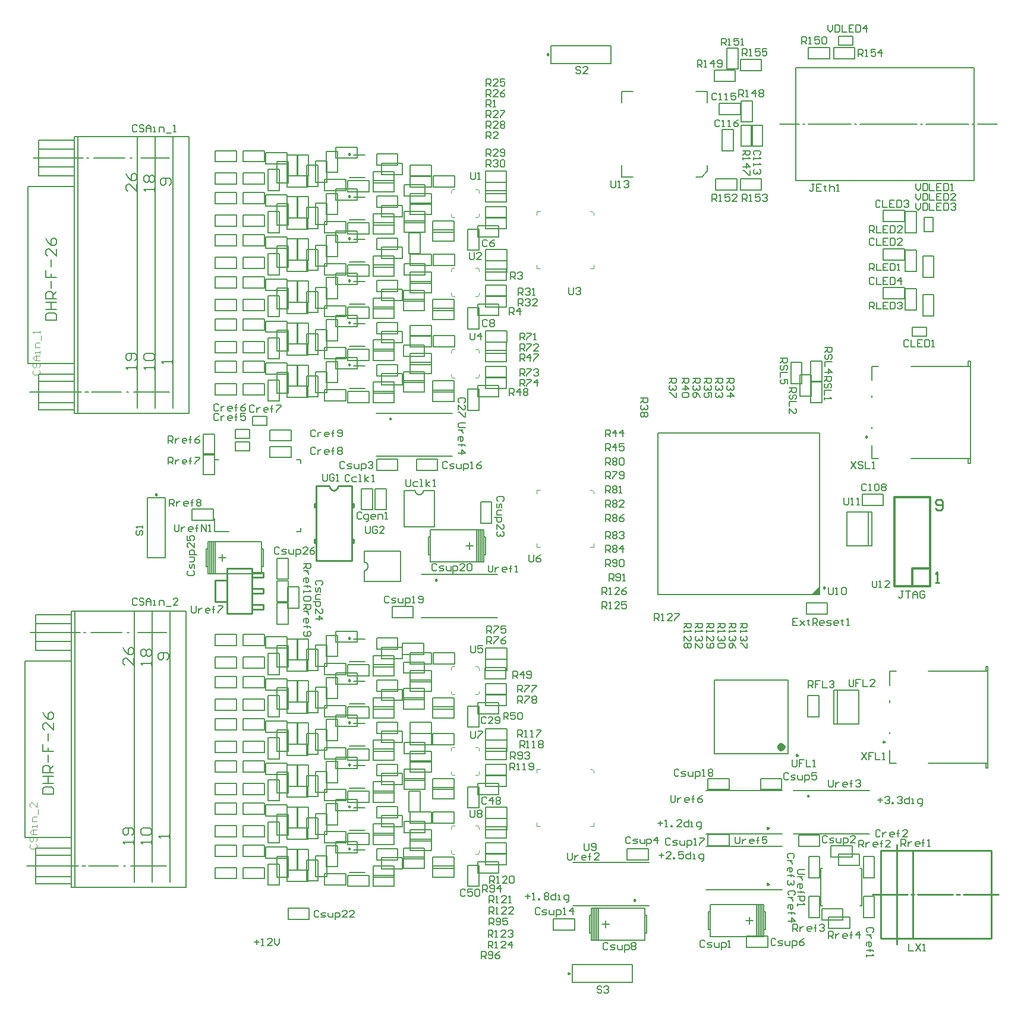
<source format=gto>
%FSAX43Y43*%
%MOMM*%
G71*
G01*
G75*
G04 Layer_Color=65535*
%ADD10C,0.200*%
%ADD11C,0.254*%
%ADD12R,1.600X1.000*%
%ADD13R,5.700X5.500*%
%ADD14R,3.050X2.040*%
%ADD15R,1.240X1.400*%
%ADD16R,2.200X3.100*%
%ADD17R,2.250X2.300*%
%ADD18R,0.950X0.600*%
%ADD19R,1.700X1.600*%
%ADD20R,0.600X0.950*%
%ADD21C,1.400*%
G04:AMPARAMS|DCode=22|XSize=0.8mm|YSize=1mm|CornerRadius=0.08mm|HoleSize=0mm|Usage=FLASHONLY|Rotation=0.000|XOffset=0mm|YOffset=0mm|HoleType=Round|Shape=RoundedRectangle|*
%AMROUNDEDRECTD22*
21,1,0.800,0.840,0,0,0.0*
21,1,0.640,1.000,0,0,0.0*
1,1,0.160,0.320,-0.420*
1,1,0.160,-0.320,-0.420*
1,1,0.160,-0.320,0.420*
1,1,0.160,0.320,0.420*
%
%ADD22ROUNDEDRECTD22*%
G04:AMPARAMS|DCode=23|XSize=1mm|YSize=2mm|CornerRadius=0.1mm|HoleSize=0mm|Usage=FLASHONLY|Rotation=0.000|XOffset=0mm|YOffset=0mm|HoleType=Round|Shape=RoundedRectangle|*
%AMROUNDEDRECTD23*
21,1,1.000,1.800,0,0,0.0*
21,1,0.800,2.000,0,0,0.0*
1,1,0.200,0.400,-0.900*
1,1,0.200,-0.400,-0.900*
1,1,0.200,-0.400,0.900*
1,1,0.200,0.400,0.900*
%
%ADD23ROUNDEDRECTD23*%
G04:AMPARAMS|DCode=24|XSize=1mm|YSize=1.5mm|CornerRadius=0.1mm|HoleSize=0mm|Usage=FLASHONLY|Rotation=180.000|XOffset=0mm|YOffset=0mm|HoleType=Round|Shape=RoundedRectangle|*
%AMROUNDEDRECTD24*
21,1,1.000,1.300,0,0,180.0*
21,1,0.800,1.500,0,0,180.0*
1,1,0.200,-0.400,0.650*
1,1,0.200,0.400,0.650*
1,1,0.200,0.400,-0.650*
1,1,0.200,-0.400,-0.650*
%
%ADD24ROUNDEDRECTD24*%
G04:AMPARAMS|DCode=25|XSize=0.8mm|YSize=1mm|CornerRadius=0.08mm|HoleSize=0mm|Usage=FLASHONLY|Rotation=270.000|XOffset=0mm|YOffset=0mm|HoleType=Round|Shape=RoundedRectangle|*
%AMROUNDEDRECTD25*
21,1,0.800,0.840,0,0,270.0*
21,1,0.640,1.000,0,0,270.0*
1,1,0.160,-0.420,-0.320*
1,1,0.160,-0.420,0.320*
1,1,0.160,0.420,0.320*
1,1,0.160,0.420,-0.320*
%
%ADD25ROUNDEDRECTD25*%
%ADD26R,1.400X0.450*%
%ADD27R,1.400X0.450*%
%ADD28R,1.400X0.450*%
%ADD29R,3.048X3.048*%
%ADD30O,0.250X1.600*%
%ADD31O,1.600X0.250*%
%ADD32R,1.600X0.250*%
%ADD33O,1.270X0.762*%
%ADD34R,1.270X0.762*%
%ADD35R,0.500X0.600*%
%ADD36O,0.250X0.900*%
%ADD37O,0.900X0.250*%
%ADD38R,0.900X0.250*%
%ADD39R,2.340X2.340*%
%ADD40R,4.600X0.810*%
%ADD41R,4.600X0.610*%
%ADD42R,0.600X0.500*%
%ADD43C,0.500*%
%ADD44R,1.778X0.381*%
%ADD45O,1.778X0.381*%
%ADD46R,2.108X1.270*%
G04:AMPARAMS|DCode=47|XSize=2.108mm|YSize=1.27mm|CornerRadius=0mm|HoleSize=0mm|Usage=FLASHONLY|Rotation=0.000|XOffset=0mm|YOffset=0mm|HoleType=Round|Shape=Octagon|*
%AMOCTAGOND47*
4,1,8,1.054,-0.318,1.054,0.318,0.737,0.635,-0.737,0.635,-1.054,0.318,-1.054,-0.318,-0.737,-0.635,0.737,-0.635,1.054,-0.318,0.0*
%
%ADD47OCTAGOND47*%

%ADD48R,0.381X1.778*%
%ADD49O,0.381X1.778*%
%ADD50O,1.000X0.250*%
%ADD51O,0.250X1.000*%
%ADD52R,0.250X1.000*%
%ADD53O,0.300X1.800*%
%ADD54O,1.800X0.300*%
%ADD55R,1.800X0.300*%
G04:AMPARAMS|DCode=56|XSize=1mm|YSize=1.5mm|CornerRadius=0.1mm|HoleSize=0mm|Usage=FLASHONLY|Rotation=90.000|XOffset=0mm|YOffset=0mm|HoleType=Round|Shape=RoundedRectangle|*
%AMROUNDEDRECTD56*
21,1,1.000,1.300,0,0,90.0*
21,1,0.800,1.500,0,0,90.0*
1,1,0.200,0.650,0.400*
1,1,0.200,0.650,-0.400*
1,1,0.200,-0.650,-0.400*
1,1,0.200,-0.650,0.400*
%
%ADD56ROUNDEDRECTD56*%
G04:AMPARAMS|DCode=57|XSize=1mm|YSize=2mm|CornerRadius=0.1mm|HoleSize=0mm|Usage=FLASHONLY|Rotation=90.000|XOffset=0mm|YOffset=0mm|HoleType=Round|Shape=RoundedRectangle|*
%AMROUNDEDRECTD57*
21,1,1.000,1.800,0,0,90.0*
21,1,0.800,2.000,0,0,90.0*
1,1,0.200,0.900,0.400*
1,1,0.200,0.900,-0.400*
1,1,0.200,-0.900,-0.400*
1,1,0.200,-0.900,0.400*
%
%ADD57ROUNDEDRECTD57*%
%ADD58R,1.778X1.016*%
%ADD59R,1.778X3.302*%
%ADD60R,0.508X1.600*%
%ADD61R,0.356X0.914*%
%ADD62R,2.540X2.540*%
G04:AMPARAMS|DCode=63|XSize=0.4mm|YSize=0.7mm|CornerRadius=0mm|HoleSize=0mm|Usage=FLASHONLY|Rotation=135.000|XOffset=0mm|YOffset=0mm|HoleType=Round|Shape=Round|*
%AMOVALD63*
21,1,0.300,0.400,0.000,0.000,225.0*
1,1,0.400,0.106,0.106*
1,1,0.400,-0.106,-0.106*
%
%ADD63OVALD63*%

%ADD64O,0.700X0.400*%
%ADD65C,0.175*%
%ADD66C,0.800*%
%ADD67C,0.400*%
%ADD68C,0.500*%
%ADD69C,0.150*%
%ADD70C,0.508*%
%ADD71C,0.600*%
%ADD72C,0.300*%
%ADD73R,1.500X5.900*%
%ADD74R,0.500X3.200*%
%ADD75R,3.800X2.200*%
%ADD76R,3.700X2.200*%
%ADD77R,4.000X3.700*%
%ADD78R,3.500X3.000*%
%ADD79R,3.500X5.300*%
%ADD80R,4.200X3.000*%
%ADD81R,4.000X3.000*%
%ADD82R,1.900X1.900*%
%ADD83R,2.700X6.800*%
%ADD84R,1.500X1.400*%
%ADD85R,1.400X1.400*%
%ADD86R,2.500X2.200*%
%ADD87R,2.300X11.700*%
%ADD88R,1.200X5.400*%
%ADD89R,1.500X2.400*%
%ADD90R,2.700X2.800*%
%ADD91R,6.100X6.100*%
%ADD92R,3.400X2.300*%
%ADD93C,1.690*%
%ADD94C,4.500*%
%ADD95C,3.800*%
%ADD96R,1.600X1.600*%
%ADD97C,1.600*%
%ADD98C,3.000*%
%ADD99C,1.575*%
%ADD100R,1.575X1.575*%
%ADD101C,1.800*%
%ADD102R,1.850X1.850*%
%ADD103C,1.850*%
%ADD104R,1.850X1.850*%
%ADD105C,1.500*%
%ADD106C,0.300*%
%ADD107C,0.700*%
%ADD108C,0.800*%
%ADD109C,1.000*%
%ADD110C,1.200*%
%ADD111C,5.000*%
%ADD112C,0.600*%
%ADD113C,1.016*%
%ADD114C,0.705*%
G04:AMPARAMS|DCode=115|XSize=2.29mm|YSize=2.29mm|CornerRadius=0mm|HoleSize=0mm|Usage=FLASHONLY|Rotation=0.000|XOffset=0mm|YOffset=0mm|HoleType=Round|Shape=Relief|Width=0.175mm|Gap=0.3mm|Entries=4|*
%AMTHD115*
7,0,0,2.290,1.690,0.175,45*
%
%ADD115THD115*%
%ADD116C,1.490*%
G04:AMPARAMS|DCode=117|XSize=4.4mm|YSize=4.4mm|CornerRadius=0mm|HoleSize=0mm|Usage=FLASHONLY|Rotation=0.000|XOffset=0mm|YOffset=0mm|HoleType=Round|Shape=Relief|Width=0.175mm|Gap=0.3mm|Entries=4|*
%AMTHD117*
7,0,0,4.400,3.800,0.175,45*
%
%ADD117THD117*%
G04:AMPARAMS|DCode=118|XSize=4.44mm|YSize=4.44mm|CornerRadius=0mm|HoleSize=0mm|Usage=FLASHONLY|Rotation=0.000|XOffset=0mm|YOffset=0mm|HoleType=Round|Shape=Relief|Width=0.175mm|Gap=0.3mm|Entries=4|*
%AMTHD118*
7,0,0,4.440,3.840,0.175,45*
%
%ADD118THD118*%
G04:AMPARAMS|DCode=119|XSize=3.5mm|YSize=3.5mm|CornerRadius=0mm|HoleSize=0mm|Usage=FLASHONLY|Rotation=0.000|XOffset=0mm|YOffset=0mm|HoleType=Round|Shape=Relief|Width=0.175mm|Gap=0.3mm|Entries=4|*
%AMTHD119*
7,0,0,3.500,2.900,0.175,45*
%
%ADD119THD119*%
%ADD120C,1.320*%
%ADD121C,3.400*%
G04:AMPARAMS|DCode=122|XSize=2.216mm|YSize=2.216mm|CornerRadius=0mm|HoleSize=0mm|Usage=FLASHONLY|Rotation=0.000|XOffset=0mm|YOffset=0mm|HoleType=Round|Shape=Relief|Width=0.175mm|Gap=0.3mm|Entries=4|*
%AMTHD122*
7,0,0,2.216,1.616,0.175,45*
%
%ADD122THD122*%
%ADD123C,1.416*%
G04:AMPARAMS|DCode=124|XSize=2.12mm|YSize=2.12mm|CornerRadius=0mm|HoleSize=0mm|Usage=FLASHONLY|Rotation=0.000|XOffset=0mm|YOffset=0mm|HoleType=Round|Shape=Relief|Width=0.175mm|Gap=0.3mm|Entries=4|*
%AMTHD124*
7,0,0,2.120,1.520,0.175,45*
%
%ADD124THD124*%
G04:AMPARAMS|DCode=125|XSize=2.2mm|YSize=2.2mm|CornerRadius=0mm|HoleSize=0mm|Usage=FLASHONLY|Rotation=0.000|XOffset=0mm|YOffset=0mm|HoleType=Round|Shape=Relief|Width=0.175mm|Gap=0.3mm|Entries=4|*
%AMTHD125*
7,0,0,2.200,1.600,0.175,45*
%
%ADD125THD125*%
G04:AMPARAMS|DCode=126|XSize=2.3mm|YSize=2.3mm|CornerRadius=0mm|HoleSize=0mm|Usage=FLASHONLY|Rotation=0.000|XOffset=0mm|YOffset=0mm|HoleType=Round|Shape=Relief|Width=0.175mm|Gap=0.3mm|Entries=4|*
%AMTHD126*
7,0,0,2.300,1.700,0.175,45*
%
%ADD126THD126*%
%ADD127C,0.520*%
G04:AMPARAMS|DCode=128|XSize=1.6mm|YSize=1.6mm|CornerRadius=0mm|HoleSize=0mm|Usage=FLASHONLY|Rotation=0.000|XOffset=0mm|YOffset=0mm|HoleType=Round|Shape=Relief|Width=0.175mm|Gap=0.3mm|Entries=4|*
%AMTHD128*
7,0,0,1.600,1.000,0.175,45*
%
%ADD128THD128*%
%ADD129C,0.800*%
G04:AMPARAMS|DCode=130|XSize=1.7mm|YSize=1.7mm|CornerRadius=0mm|HoleSize=0mm|Usage=FLASHONLY|Rotation=0.000|XOffset=0mm|YOffset=0mm|HoleType=Round|Shape=Relief|Width=0.175mm|Gap=0.3mm|Entries=4|*
%AMTHD130*
7,0,0,1.700,1.100,0.175,45*
%
%ADD130THD130*%
G04:AMPARAMS|DCode=131|XSize=1.9mm|YSize=1.9mm|CornerRadius=0mm|HoleSize=0mm|Usage=FLASHONLY|Rotation=0.000|XOffset=0mm|YOffset=0mm|HoleType=Round|Shape=Relief|Width=0.175mm|Gap=0.3mm|Entries=4|*
%AMTHD131*
7,0,0,1.900,1.300,0.175,45*
%
%ADD131THD131*%
G04:AMPARAMS|DCode=132|XSize=1.32mm|YSize=1.32mm|CornerRadius=0mm|HoleSize=0mm|Usage=FLASHONLY|Rotation=0.000|XOffset=0mm|YOffset=0mm|HoleType=Round|Shape=Relief|Width=0.175mm|Gap=0.3mm|Entries=4|*
%AMTHD132*
7,0,0,1.320,0.720,0.175,45*
%
%ADD132THD132*%
%ADD133C,0.700*%
%ADD134C,1.100*%
%ADD135C,1.000*%
%ADD136C,0.900*%
G04:AMPARAMS|DCode=137|XSize=1.5mm|YSize=1.5mm|CornerRadius=0mm|HoleSize=0mm|Usage=FLASHONLY|Rotation=0.000|XOffset=0mm|YOffset=0mm|HoleType=Round|Shape=Relief|Width=0.175mm|Gap=0.3mm|Entries=4|*
%AMTHD137*
7,0,0,1.500,0.900,0.175,45*
%
%ADD137THD137*%
G04:AMPARAMS|DCode=138|XSize=2.4mm|YSize=2.4mm|CornerRadius=0mm|HoleSize=0mm|Usage=FLASHONLY|Rotation=0.000|XOffset=0mm|YOffset=0mm|HoleType=Round|Shape=Relief|Width=0.175mm|Gap=0.3mm|Entries=4|*
%AMTHD138*
7,0,0,2.400,1.800,0.175,45*
%
%ADD138THD138*%
%ADD139C,0.120*%
%ADD140C,3.600*%
%ADD141C,3.640*%
%ADD142C,2.700*%
%ADD143R,0.550X1.450*%
%ADD144R,0.550X1.450*%
G04:AMPARAMS|DCode=145|XSize=0.5mm|YSize=0.6mm|CornerRadius=0mm|HoleSize=0mm|Usage=FLASHONLY|Rotation=135.000|XOffset=0mm|YOffset=0mm|HoleType=Round|Shape=Rectangle|*
%AMROTATEDRECTD145*
4,1,4,0.389,0.035,-0.035,-0.389,-0.389,-0.035,0.035,0.389,0.389,0.035,0.0*
%
%ADD145ROTATEDRECTD145*%

G04:AMPARAMS|DCode=146|XSize=0.5mm|YSize=0.6mm|CornerRadius=0mm|HoleSize=0mm|Usage=FLASHONLY|Rotation=225.000|XOffset=0mm|YOffset=0mm|HoleType=Round|Shape=Rectangle|*
%AMROTATEDRECTD146*
4,1,4,-0.035,0.389,0.389,-0.035,0.035,-0.389,-0.389,0.035,-0.035,0.389,0.0*
%
%ADD146ROTATEDRECTD146*%

%ADD147C,0.350*%
%ADD148R,1.450X0.550*%
%ADD149R,1.450X0.550*%
%ADD150R,3.048X3.048*%
%ADD151R,3.100X2.500*%
%ADD152C,0.250*%
%ADD153C,0.127*%
%ADD154C,0.203*%
%ADD155C,0.100*%
%ADD156C,0.305*%
%ADD157C,0.152*%
%ADD158C,0.102*%
G36*
X0152500Y0111500D02*
X0151500D01*
X0152500Y0112500D01*
Y0111500D01*
D02*
G37*
G54D10*
X0095800Y0108200D02*
X0106650D01*
X0095800Y0114370D02*
X0106650D01*
X0063100Y0122100D02*
X0066100D01*
X0063100D02*
Y0123700D01*
X0066100D01*
Y0122100D02*
Y0123700D01*
X0153800Y0063900D02*
X0156800D01*
X0153800D02*
Y0065500D01*
X0156800D01*
Y0063900D02*
Y0065500D01*
X0152800Y0065100D02*
X0155800D01*
X0152800D02*
Y0066700D01*
X0155800D01*
Y0065100D02*
Y0066700D01*
X0073786Y0135665D02*
Y0136935D01*
X0071754Y0135665D02*
Y0136935D01*
X0073786D01*
X0071754Y0135665D02*
X0073786D01*
X0102400Y0149400D02*
Y0152400D01*
X0104000D01*
Y0149400D02*
Y0152400D01*
X0102400Y0149400D02*
X0104000D01*
X0141200Y0169200D02*
X0144200D01*
X0141200D02*
Y0170800D01*
X0144200D01*
Y0169200D02*
Y0170800D01*
X0097400Y0072500D02*
X0100400D01*
X0097400D02*
Y0074100D01*
X0100400D01*
Y0072500D02*
Y0074100D01*
X0094200Y0076600D02*
X0097200D01*
Y0075000D02*
Y0076600D01*
X0094200Y0075000D02*
X0097200D01*
X0094200D02*
Y0076600D01*
X0094200Y0076400D02*
X0097200D01*
X0094200D02*
Y0078000D01*
X0097200D01*
Y0076400D02*
Y0078000D01*
X0097400Y0080500D02*
X0100400D01*
Y0078900D02*
Y0080500D01*
X0097400Y0078900D02*
X0100400D01*
X0097400D02*
Y0080500D01*
X0097400Y0083700D02*
X0100400D01*
X0097400D02*
Y0085300D01*
X0100400D01*
Y0083700D02*
Y0085300D01*
X0094200Y0087800D02*
X0097200D01*
Y0086200D02*
Y0087800D01*
X0094200Y0086200D02*
X0097200D01*
X0094200D02*
Y0087800D01*
X0094200Y0087600D02*
X0097200D01*
X0094200D02*
Y0089200D01*
X0097200D01*
Y0087600D02*
Y0089200D01*
X0097400Y0091700D02*
X0100400D01*
Y0090100D02*
Y0091700D01*
X0097400Y0090100D02*
X0100400D01*
X0097400D02*
Y0091700D01*
X0097400Y0072800D02*
X0100400D01*
Y0071200D02*
Y0072800D01*
X0097400Y0071200D02*
X0100400D01*
X0097400D02*
Y0072800D01*
X0093200Y0073800D02*
X0096200D01*
X0093200D02*
Y0075400D01*
X0096200D01*
Y0073800D02*
Y0075400D01*
X0093300Y0077600D02*
X0096300D01*
X0093300D02*
Y0079200D01*
X0096300D01*
Y0077600D02*
Y0079200D01*
X0094200Y0078900D02*
X0097200D01*
X0094200D02*
Y0080500D01*
X0097200D01*
Y0078900D02*
Y0080500D01*
X0097400Y0084000D02*
X0100400D01*
Y0082400D02*
Y0084000D01*
X0097400Y0082400D02*
X0100400D01*
X0097400D02*
Y0084000D01*
X0093300Y0085000D02*
X0096300D01*
X0093300D02*
Y0086600D01*
X0096300D01*
Y0085000D02*
Y0086600D01*
X0093300Y0088800D02*
X0096300D01*
X0093300D02*
Y0090400D01*
X0096300D01*
Y0088800D02*
Y0090400D01*
X0094200Y0090100D02*
X0097200D01*
X0094200D02*
Y0091700D01*
X0097200D01*
Y0090100D02*
Y0091700D01*
X0093200Y0074100D02*
X0096200D01*
Y0072500D02*
Y0074100D01*
X0093200Y0072500D02*
X0096200D01*
X0093200D02*
Y0074100D01*
X0094000Y0080500D02*
Y0083500D01*
X0095600D01*
Y0080500D02*
Y0083500D01*
X0094000Y0080500D02*
X0095600D01*
X0093300Y0085300D02*
X0096300D01*
Y0083700D02*
Y0085300D01*
X0093300Y0083700D02*
X0096300D01*
X0093300D02*
Y0085300D01*
X0094200Y0093300D02*
X0097200D01*
Y0091700D02*
Y0093300D01*
X0094200Y0091700D02*
X0097200D01*
X0094200D02*
Y0093300D01*
X0097400Y0095200D02*
X0100400D01*
X0097400D02*
Y0096800D01*
X0100400D01*
Y0095200D02*
Y0096800D01*
X0094200Y0099300D02*
X0097200D01*
Y0097700D02*
Y0099300D01*
X0094200Y0097700D02*
X0097200D01*
X0094200D02*
Y0099300D01*
X0094200Y0099100D02*
X0097200D01*
X0094200D02*
Y0100700D01*
X0097200D01*
Y0099100D02*
Y0100700D01*
X0097500Y0103200D02*
X0100500D01*
Y0101600D02*
Y0103200D01*
X0097500Y0101600D02*
X0100500D01*
X0097500D02*
Y0103200D01*
X0097400Y0140400D02*
X0100400D01*
X0097400D02*
Y0142000D01*
X0100400D01*
Y0140400D02*
Y0142000D01*
X0094200Y0144600D02*
X0097200D01*
Y0143000D02*
Y0144600D01*
X0094200Y0143000D02*
X0097200D01*
X0094200D02*
Y0144600D01*
X0094200Y0144300D02*
X0097200D01*
X0094200D02*
Y0145900D01*
X0097200D01*
Y0144300D02*
Y0145900D01*
X0097500Y0148400D02*
X0100500D01*
Y0146800D02*
Y0148400D01*
X0097500Y0146800D02*
X0100500D01*
X0097500D02*
Y0148400D01*
X0097400Y0095500D02*
X0100400D01*
Y0093900D02*
Y0095500D01*
X0097400Y0093900D02*
X0100400D01*
X0097400D02*
Y0095500D01*
X0093200Y0096500D02*
X0096200D01*
X0093200D02*
Y0098100D01*
X0096200D01*
Y0096500D02*
Y0098100D01*
X0093200Y0100300D02*
X0096200D01*
X0093200D02*
Y0101900D01*
X0096200D01*
Y0100300D02*
Y0101900D01*
X0094200Y0101600D02*
X0097200D01*
X0094200D02*
Y0103200D01*
X0097200D01*
Y0101600D02*
Y0103200D01*
X0097400Y0140600D02*
X0100400D01*
Y0139000D02*
Y0140600D01*
X0097400Y0139000D02*
X0100400D01*
X0097400D02*
Y0140600D01*
X0093200Y0141700D02*
X0096200D01*
X0093200D02*
Y0143300D01*
X0096200D01*
Y0141700D02*
Y0143300D01*
X0093200Y0145500D02*
X0096200D01*
X0093200D02*
Y0147100D01*
X0096200D01*
Y0145500D02*
Y0147100D01*
X0094200Y0146800D02*
X0097200D01*
X0094200D02*
Y0148400D01*
X0097200D01*
Y0146800D02*
Y0148400D01*
X0093200Y0096800D02*
X0096200D01*
Y0095200D02*
Y0096800D01*
X0093200Y0095200D02*
X0096200D01*
X0093200D02*
Y0096800D01*
X0093100Y0104600D02*
X0096100D01*
Y0103000D02*
Y0104600D01*
X0093100Y0103000D02*
X0096100D01*
X0093100D02*
Y0104600D01*
X0093200Y0142000D02*
X0096200D01*
Y0140400D02*
Y0142000D01*
X0093200Y0140400D02*
X0096200D01*
X0093200D02*
Y0142000D01*
X0094200Y0149900D02*
X0097200D01*
Y0148300D02*
Y0149900D01*
X0094200Y0148300D02*
X0097200D01*
X0094200D02*
Y0149900D01*
X0086100Y0075125D02*
X0087700D01*
X0085500Y0071925D02*
X0087700D01*
X0086100Y0081125D02*
X0087700D01*
X0085500Y0077925D02*
X0087700D01*
X0086100Y0087125D02*
X0087700D01*
X0085500Y0083925D02*
X0087700D01*
X0086100Y0093125D02*
X0087700D01*
X0085500Y0089925D02*
X0087700D01*
X0086100Y0099125D02*
X0087700D01*
X0085500Y0095925D02*
X0087700D01*
X0086100Y0105125D02*
X0087700D01*
X0085500Y0101925D02*
X0087700D01*
X0086100Y0144125D02*
X0087700D01*
X0085500Y0140925D02*
X0087700D01*
X0086100Y0150125D02*
X0087700D01*
X0085500Y0146925D02*
X0087700D01*
X0086100Y0156125D02*
X0087700D01*
X0085500Y0152925D02*
X0087700D01*
X0086100Y0162125D02*
X0087700D01*
X0085500Y0158925D02*
X0087700D01*
X0086100Y0168125D02*
X0087700D01*
X0085500Y0164925D02*
X0087700D01*
X0090100Y0072400D02*
X0093100D01*
X0090100D02*
Y0074000D01*
X0093100D01*
Y0072400D02*
Y0074000D01*
X0088900Y0072800D02*
X0091900D01*
Y0071200D02*
Y0072800D01*
X0088900Y0071200D02*
X0091900D01*
X0088900D02*
Y0072800D01*
X0085300Y0069900D02*
X0088300D01*
X0085300D02*
Y0071500D01*
X0088300D01*
Y0069900D02*
Y0071500D01*
X0082200Y0072700D02*
Y0075700D01*
X0083800D01*
Y0072700D02*
Y0075700D01*
X0082200Y0072700D02*
X0083800D01*
X0082300Y0071300D02*
Y0074300D01*
X0080700Y0071300D02*
X0082300D01*
X0080700D02*
Y0074300D01*
X0082300D01*
X0079700Y0072200D02*
Y0075200D01*
X0078100Y0072200D02*
X0079700D01*
X0078100D02*
Y0075200D01*
X0079700D01*
X0078200Y0072200D02*
Y0075200D01*
X0076600Y0072200D02*
X0078200D01*
X0076600D02*
Y0075200D01*
X0078200D01*
X0073600Y0075500D02*
X0076600D01*
Y0073900D02*
Y0075500D01*
X0073600Y0073900D02*
X0076600D01*
X0073600D02*
Y0075500D01*
X0075500Y0070100D02*
Y0073100D01*
X0073900Y0070100D02*
X0075500D01*
X0073900D02*
Y0073100D01*
X0075500D01*
X0070400Y0075800D02*
X0073400D01*
Y0074200D02*
Y0075800D01*
X0070400Y0074200D02*
X0073400D01*
X0070400D02*
Y0075800D01*
Y0072600D02*
X0073400D01*
Y0071000D02*
Y0072600D01*
X0070400Y0071000D02*
X0073400D01*
X0070400D02*
Y0072600D01*
X0090100Y0078400D02*
X0093100D01*
X0090100D02*
Y0080000D01*
X0093100D01*
Y0078400D02*
Y0080000D01*
X0088900Y0078800D02*
X0091900D01*
Y0077200D02*
Y0078800D01*
X0088900Y0077200D02*
X0091900D01*
X0088900D02*
Y0078800D01*
X0085300Y0075900D02*
X0088300D01*
X0085300D02*
Y0077500D01*
X0088300D01*
Y0075900D02*
Y0077500D01*
X0082200Y0078700D02*
Y0081700D01*
X0083800D01*
Y0078700D02*
Y0081700D01*
X0082200Y0078700D02*
X0083800D01*
X0082300Y0077300D02*
Y0080300D01*
X0080700Y0077300D02*
X0082300D01*
X0080700D02*
Y0080300D01*
X0082300D01*
X0079700Y0078200D02*
Y0081200D01*
X0078100Y0078200D02*
X0079700D01*
X0078100D02*
Y0081200D01*
X0079700D01*
X0078200Y0078200D02*
Y0081200D01*
X0076600Y0078200D02*
X0078200D01*
X0076600D02*
Y0081200D01*
X0078200D01*
X0073600Y0081500D02*
X0076600D01*
Y0079900D02*
Y0081500D01*
X0073600Y0079900D02*
X0076600D01*
X0073600D02*
Y0081500D01*
X0075500Y0076100D02*
Y0079100D01*
X0073900Y0076100D02*
X0075500D01*
X0073900D02*
Y0079100D01*
X0075500D01*
X0070400Y0081800D02*
X0073400D01*
Y0080200D02*
Y0081800D01*
X0070400Y0080200D02*
X0073400D01*
X0070400D02*
Y0081800D01*
X0070400Y0078600D02*
X0073400D01*
Y0077000D02*
Y0078600D01*
X0070400Y0077000D02*
X0073400D01*
X0070400D02*
Y0078600D01*
X0090100Y0084400D02*
X0093100D01*
X0090100D02*
Y0086000D01*
X0093100D01*
Y0084400D02*
Y0086000D01*
X0088900Y0084800D02*
X0091900D01*
Y0083200D02*
Y0084800D01*
X0088900Y0083200D02*
X0091900D01*
X0088900D02*
Y0084800D01*
X0085300Y0081900D02*
X0088300D01*
X0085300D02*
Y0083500D01*
X0088300D01*
Y0081900D02*
Y0083500D01*
X0082200Y0084700D02*
Y0087700D01*
X0083800D01*
Y0084700D02*
Y0087700D01*
X0082200Y0084700D02*
X0083800D01*
X0082300Y0083300D02*
Y0086300D01*
X0080700Y0083300D02*
X0082300D01*
X0080700D02*
Y0086300D01*
X0082300D01*
X0079700Y0084200D02*
Y0087200D01*
X0078100Y0084200D02*
X0079700D01*
X0078100D02*
Y0087200D01*
X0079700D01*
X0078200Y0084200D02*
Y0087200D01*
X0076600Y0084200D02*
X0078200D01*
X0076600D02*
Y0087200D01*
X0078200D01*
X0073600Y0087500D02*
X0076600D01*
Y0085900D02*
Y0087500D01*
X0073600Y0085900D02*
X0076600D01*
X0073600D02*
Y0087500D01*
X0075500Y0082100D02*
Y0085100D01*
X0073900Y0082100D02*
X0075500D01*
X0073900D02*
Y0085100D01*
X0075500D01*
X0070400Y0087800D02*
X0073400D01*
Y0086200D02*
Y0087800D01*
X0070400Y0086200D02*
X0073400D01*
X0070400D02*
Y0087800D01*
X0070400Y0084600D02*
X0073400D01*
Y0083000D02*
Y0084600D01*
X0070400Y0083000D02*
X0073400D01*
X0070400D02*
Y0084600D01*
X0090100Y0090400D02*
X0093100D01*
X0090100D02*
Y0092000D01*
X0093100D01*
Y0090400D02*
Y0092000D01*
X0088900Y0090800D02*
X0091900D01*
Y0089200D02*
Y0090800D01*
X0088900Y0089200D02*
X0091900D01*
X0088900D02*
Y0090800D01*
X0085300Y0087900D02*
X0088300D01*
X0085300D02*
Y0089500D01*
X0088300D01*
Y0087900D02*
Y0089500D01*
X0082200Y0090700D02*
Y0093700D01*
X0083800D01*
Y0090700D02*
Y0093700D01*
X0082200Y0090700D02*
X0083800D01*
X0082300Y0089300D02*
Y0092300D01*
X0080700Y0089300D02*
X0082300D01*
X0080700D02*
Y0092300D01*
X0082300D01*
X0079700Y0090200D02*
Y0093200D01*
X0078100Y0090200D02*
X0079700D01*
X0078100D02*
Y0093200D01*
X0079700D01*
X0078200Y0090200D02*
Y0093200D01*
X0076600Y0090200D02*
X0078200D01*
X0076600D02*
Y0093200D01*
X0078200D01*
X0073600Y0093500D02*
X0076600D01*
Y0091900D02*
Y0093500D01*
X0073600Y0091900D02*
X0076600D01*
X0073600D02*
Y0093500D01*
X0075500Y0088100D02*
Y0091100D01*
X0073900Y0088100D02*
X0075500D01*
X0073900D02*
Y0091100D01*
X0075500D01*
X0070400Y0093800D02*
X0073400D01*
Y0092200D02*
Y0093800D01*
X0070400Y0092200D02*
X0073400D01*
X0070400D02*
Y0093800D01*
X0070400Y0090600D02*
X0073400D01*
Y0089000D02*
Y0090600D01*
X0070400Y0089000D02*
X0073400D01*
X0070400D02*
Y0090600D01*
X0090100Y0096400D02*
X0093100D01*
X0090100D02*
Y0098000D01*
X0093100D01*
Y0096400D02*
Y0098000D01*
X0088900Y0096800D02*
X0091900D01*
Y0095200D02*
Y0096800D01*
X0088900Y0095200D02*
X0091900D01*
X0088900D02*
Y0096800D01*
X0085300Y0093900D02*
X0088300D01*
X0085300D02*
Y0095500D01*
X0088300D01*
Y0093900D02*
Y0095500D01*
X0082200Y0096700D02*
Y0099700D01*
X0083800D01*
Y0096700D02*
Y0099700D01*
X0082200Y0096700D02*
X0083800D01*
X0082300Y0095300D02*
Y0098300D01*
X0080700Y0095300D02*
X0082300D01*
X0080700D02*
Y0098300D01*
X0082300D01*
X0079700Y0096200D02*
Y0099200D01*
X0078100Y0096200D02*
X0079700D01*
X0078100D02*
Y0099200D01*
X0079700D01*
X0078200Y0096200D02*
Y0099200D01*
X0076600Y0096200D02*
X0078200D01*
X0076600D02*
Y0099200D01*
X0078200D01*
X0073600Y0099500D02*
X0076600D01*
Y0097900D02*
Y0099500D01*
X0073600Y0097900D02*
X0076600D01*
X0073600D02*
Y0099500D01*
X0075500Y0094100D02*
Y0097100D01*
X0073900Y0094100D02*
X0075500D01*
X0073900D02*
Y0097100D01*
X0075500D01*
X0070400Y0099800D02*
X0073400D01*
Y0098200D02*
Y0099800D01*
X0070400Y0098200D02*
X0073400D01*
X0070400D02*
Y0099800D01*
Y0096600D02*
X0073400D01*
Y0095000D02*
Y0096600D01*
X0070400Y0095000D02*
X0073400D01*
X0070400D02*
Y0096600D01*
X0090100Y0102400D02*
X0093100D01*
X0090100D02*
Y0104000D01*
X0093100D01*
Y0102400D02*
Y0104000D01*
X0088900Y0102800D02*
X0091900D01*
Y0101200D02*
Y0102800D01*
X0088900Y0101200D02*
X0091900D01*
X0088900D02*
Y0102800D01*
X0085300Y0099900D02*
X0088300D01*
X0085300D02*
Y0101500D01*
X0088300D01*
Y0099900D02*
Y0101500D01*
X0082200Y0102700D02*
Y0105700D01*
X0083800D01*
Y0102700D02*
Y0105700D01*
X0082200Y0102700D02*
X0083800D01*
X0082300Y0101300D02*
Y0104300D01*
X0080700Y0101300D02*
X0082300D01*
X0080700D02*
Y0104300D01*
X0082300D01*
X0079700Y0102200D02*
Y0105200D01*
X0078100Y0102200D02*
X0079700D01*
X0078100D02*
Y0105200D01*
X0079700D01*
X0078200Y0102200D02*
Y0105200D01*
X0076600Y0102200D02*
X0078200D01*
X0076600D02*
Y0105200D01*
X0078200D01*
X0073600Y0105500D02*
X0076600D01*
Y0103900D02*
Y0105500D01*
X0073600Y0103900D02*
X0076600D01*
X0073600D02*
Y0105500D01*
X0075500Y0100100D02*
Y0103100D01*
X0073900Y0100100D02*
X0075500D01*
X0073900D02*
Y0103100D01*
X0075500D01*
X0070400Y0105800D02*
X0073400D01*
Y0104200D02*
Y0105800D01*
X0070400Y0104200D02*
X0073400D01*
X0070400D02*
Y0105800D01*
X0070400Y0102600D02*
X0073400D01*
Y0101000D02*
Y0102600D01*
X0070400Y0101000D02*
X0073400D01*
X0070400D02*
Y0102600D01*
X0090100Y0141400D02*
X0093100D01*
X0090100D02*
Y0143000D01*
X0093100D01*
Y0141400D02*
Y0143000D01*
X0088900Y0141800D02*
X0091900D01*
Y0140200D02*
Y0141800D01*
X0088900Y0140200D02*
X0091900D01*
X0088900D02*
Y0141800D01*
X0085300Y0138900D02*
X0088300D01*
X0085300D02*
Y0140500D01*
X0088300D01*
Y0138900D02*
Y0140500D01*
X0082200Y0141700D02*
Y0144700D01*
X0083800D01*
Y0141700D02*
Y0144700D01*
X0082200Y0141700D02*
X0083800D01*
X0082300Y0140300D02*
Y0143300D01*
X0080700Y0140300D02*
X0082300D01*
X0080700D02*
Y0143300D01*
X0082300D01*
X0079700Y0141200D02*
Y0144200D01*
X0078100Y0141200D02*
X0079700D01*
X0078100D02*
Y0144200D01*
X0079700D01*
X0078200Y0141200D02*
Y0144200D01*
X0076600Y0141200D02*
X0078200D01*
X0076600D02*
Y0144200D01*
X0078200D01*
X0073600Y0144500D02*
X0076600D01*
Y0142900D02*
Y0144500D01*
X0073600Y0142900D02*
X0076600D01*
X0073600D02*
Y0144500D01*
X0075500Y0139100D02*
Y0142100D01*
X0073900Y0139100D02*
X0075500D01*
X0073900D02*
Y0142100D01*
X0075500D01*
X0070400Y0144800D02*
X0073400D01*
Y0143200D02*
Y0144800D01*
X0070400Y0143200D02*
X0073400D01*
X0070400D02*
Y0144800D01*
X0070400Y0141600D02*
X0073400D01*
Y0140000D02*
Y0141600D01*
X0070400Y0140000D02*
X0073400D01*
X0070400D02*
Y0141600D01*
X0090100Y0147400D02*
X0093100D01*
X0090100D02*
Y0149000D01*
X0093100D01*
Y0147400D02*
Y0149000D01*
X0088900Y0147800D02*
X0091900D01*
Y0146200D02*
Y0147800D01*
X0088900Y0146200D02*
X0091900D01*
X0088900D02*
Y0147800D01*
X0085300Y0144900D02*
X0088300D01*
X0085300D02*
Y0146500D01*
X0088300D01*
Y0144900D02*
Y0146500D01*
X0082200Y0147700D02*
Y0150700D01*
X0083800D01*
Y0147700D02*
Y0150700D01*
X0082200Y0147700D02*
X0083800D01*
X0082300Y0146300D02*
Y0149300D01*
X0080700Y0146300D02*
X0082300D01*
X0080700D02*
Y0149300D01*
X0082300D01*
X0079700Y0147200D02*
Y0150200D01*
X0078100Y0147200D02*
X0079700D01*
X0078100D02*
Y0150200D01*
X0079700D01*
X0078200Y0147200D02*
Y0150200D01*
X0076600Y0147200D02*
X0078200D01*
X0076600D02*
Y0150200D01*
X0078200D01*
X0073600Y0150500D02*
X0076600D01*
Y0148900D02*
Y0150500D01*
X0073600Y0148900D02*
X0076600D01*
X0073600D02*
Y0150500D01*
X0075500Y0145100D02*
Y0148100D01*
X0073900Y0145100D02*
X0075500D01*
X0073900D02*
Y0148100D01*
X0075500D01*
X0070400Y0150800D02*
X0073400D01*
Y0149200D02*
Y0150800D01*
X0070400Y0149200D02*
X0073400D01*
X0070400D02*
Y0150800D01*
X0070400Y0147600D02*
X0073400D01*
Y0146000D02*
Y0147600D01*
X0070400Y0146000D02*
X0073400D01*
X0070400D02*
Y0147600D01*
X0090100Y0153400D02*
X0093100D01*
X0090100D02*
Y0155000D01*
X0093100D01*
Y0153400D02*
Y0155000D01*
X0088900Y0153800D02*
X0091900D01*
Y0152200D02*
Y0153800D01*
X0088900Y0152200D02*
X0091900D01*
X0088900D02*
Y0153800D01*
X0085300Y0150900D02*
X0088300D01*
X0085300D02*
Y0152500D01*
X0088300D01*
Y0150900D02*
Y0152500D01*
X0082200Y0153700D02*
Y0156700D01*
X0083800D01*
Y0153700D02*
Y0156700D01*
X0082200Y0153700D02*
X0083800D01*
X0082300Y0152300D02*
Y0155300D01*
X0080700Y0152300D02*
X0082300D01*
X0080700D02*
Y0155300D01*
X0082300D01*
X0079700Y0153200D02*
Y0156200D01*
X0078100Y0153200D02*
X0079700D01*
X0078100D02*
Y0156200D01*
X0079700D01*
X0078200Y0153200D02*
Y0156200D01*
X0076600Y0153200D02*
X0078200D01*
X0076600D02*
Y0156200D01*
X0078200D01*
X0073600Y0156500D02*
X0076600D01*
Y0154900D02*
Y0156500D01*
X0073600Y0154900D02*
X0076600D01*
X0073600D02*
Y0156500D01*
X0075500Y0151100D02*
Y0154100D01*
X0073900Y0151100D02*
X0075500D01*
X0073900D02*
Y0154100D01*
X0075500D01*
X0070400Y0156800D02*
X0073400D01*
Y0155200D02*
Y0156800D01*
X0070400Y0155200D02*
X0073400D01*
X0070400D02*
Y0156800D01*
X0070400Y0153600D02*
X0073400D01*
Y0152000D02*
Y0153600D01*
X0070400Y0152000D02*
X0073400D01*
X0070400D02*
Y0153600D01*
X0090100Y0159400D02*
X0093100D01*
X0090100D02*
Y0161000D01*
X0093100D01*
Y0159400D02*
Y0161000D01*
X0088900Y0159800D02*
X0091900D01*
Y0158200D02*
Y0159800D01*
X0088900Y0158200D02*
X0091900D01*
X0088900D02*
Y0159800D01*
X0085300Y0156900D02*
X0088300D01*
X0085300D02*
Y0158500D01*
X0088300D01*
Y0156900D02*
Y0158500D01*
X0082200Y0159700D02*
Y0162700D01*
X0083800D01*
Y0159700D02*
Y0162700D01*
X0082200Y0159700D02*
X0083800D01*
X0082300Y0158300D02*
Y0161300D01*
X0080700Y0158300D02*
X0082300D01*
X0080700D02*
Y0161300D01*
X0082300D01*
X0079700Y0159200D02*
Y0162200D01*
X0078100Y0159200D02*
X0079700D01*
X0078100D02*
Y0162200D01*
X0079700D01*
X0078200Y0159200D02*
Y0162200D01*
X0076600Y0159200D02*
X0078200D01*
X0076600D02*
Y0162200D01*
X0078200D01*
X0073600Y0162500D02*
X0076600D01*
Y0160900D02*
Y0162500D01*
X0073600Y0160900D02*
X0076600D01*
X0073600D02*
Y0162500D01*
X0075500Y0157100D02*
Y0160100D01*
X0073900Y0157100D02*
X0075500D01*
X0073900D02*
Y0160100D01*
X0075500D01*
X0070400Y0162800D02*
X0073400D01*
Y0161200D02*
Y0162800D01*
X0070400Y0161200D02*
X0073400D01*
X0070400D02*
Y0162800D01*
X0070400Y0159600D02*
X0073400D01*
Y0158000D02*
Y0159600D01*
X0070400Y0158000D02*
X0073400D01*
X0070400D02*
Y0159600D01*
X0090100Y0165400D02*
X0093100D01*
X0090100D02*
Y0167000D01*
X0093100D01*
Y0165400D02*
Y0167000D01*
X0088900Y0165800D02*
X0091900D01*
Y0164200D02*
Y0165800D01*
X0088900Y0164200D02*
X0091900D01*
X0088900D02*
Y0165800D01*
X0085300Y0162900D02*
X0088300D01*
X0085300D02*
Y0164500D01*
X0088300D01*
Y0162900D02*
Y0164500D01*
X0082200Y0165700D02*
Y0168700D01*
X0083800D01*
Y0165700D02*
Y0168700D01*
X0082200Y0165700D02*
X0083800D01*
X0082300Y0164300D02*
Y0167300D01*
X0080700Y0164300D02*
X0082300D01*
X0080700D02*
Y0167300D01*
X0082300D01*
X0079700Y0165200D02*
Y0168200D01*
X0078100Y0165200D02*
X0079700D01*
X0078100D02*
Y0168200D01*
X0079700D01*
X0078200Y0165200D02*
Y0168200D01*
X0076600Y0165200D02*
X0078200D01*
X0076600D02*
Y0168200D01*
X0078200D01*
X0073600Y0168500D02*
X0076600D01*
Y0166900D02*
Y0168500D01*
X0073600Y0166900D02*
X0076600D01*
X0073600D02*
Y0168500D01*
X0075500Y0163100D02*
Y0166100D01*
X0073900Y0163100D02*
X0075500D01*
X0073900D02*
Y0166100D01*
X0075500D01*
X0070400Y0168800D02*
X0073400D01*
Y0167200D02*
Y0168800D01*
X0070400Y0167200D02*
X0073400D01*
X0070400D02*
Y0168800D01*
Y0165600D02*
X0073400D01*
Y0164000D02*
Y0165600D01*
X0070400Y0164000D02*
X0073400D01*
X0070400D02*
Y0165600D01*
X0076800Y0110500D02*
Y0113500D01*
X0075200Y0110500D02*
X0076800D01*
X0075200D02*
Y0113500D01*
X0076800D01*
X0089400Y0075300D02*
X0092400D01*
Y0073700D02*
Y0075300D01*
X0089400Y0073700D02*
X0092400D01*
X0089400D02*
Y0075300D01*
X0082000Y0070100D02*
X0085000D01*
X0082000D02*
Y0071700D01*
X0085000D01*
Y0070100D02*
Y0071700D01*
X0088900Y0069900D02*
X0091900D01*
X0088900D02*
Y0071500D01*
X0091900D01*
Y0069900D02*
Y0071500D01*
X0081000Y0070700D02*
Y0073700D01*
X0079400Y0070700D02*
X0081000D01*
X0079400D02*
Y0073700D01*
X0081000D01*
X0083600Y0074700D02*
X0086600D01*
X0083600D02*
Y0076300D01*
X0086600D01*
Y0074700D02*
Y0076300D01*
X0076600Y0072200D02*
X0079600D01*
Y0070600D02*
Y0072200D01*
X0076600Y0070600D02*
X0079600D01*
X0076600D02*
Y0072200D01*
X0075200Y0071200D02*
Y0074200D01*
X0076800D01*
Y0071200D02*
Y0074200D01*
X0075200Y0071200D02*
X0076800D01*
X0066400Y0075800D02*
X0069400D01*
Y0074200D02*
Y0075800D01*
X0066400Y0074200D02*
X0069400D01*
X0066400D02*
Y0075800D01*
Y0072600D02*
X0069400D01*
Y0071000D02*
Y0072600D01*
X0066400Y0071000D02*
X0069400D01*
X0066400D02*
Y0072600D01*
X0089400Y0081300D02*
X0092400D01*
Y0079700D02*
Y0081300D01*
X0089400Y0079700D02*
X0092400D01*
X0089400D02*
Y0081300D01*
X0082000Y0076100D02*
X0085000D01*
X0082000D02*
Y0077700D01*
X0085000D01*
Y0076100D02*
Y0077700D01*
X0088900Y0075900D02*
X0091900D01*
X0088900D02*
Y0077500D01*
X0091900D01*
Y0075900D02*
Y0077500D01*
X0081000Y0076700D02*
Y0079700D01*
X0079400Y0076700D02*
X0081000D01*
X0079400D02*
Y0079700D01*
X0081000D01*
X0083600Y0080700D02*
X0086600D01*
X0083600D02*
Y0082300D01*
X0086600D01*
Y0080700D02*
Y0082300D01*
X0076600Y0078200D02*
X0079600D01*
Y0076600D02*
Y0078200D01*
X0076600Y0076600D02*
X0079600D01*
X0076600D02*
Y0078200D01*
X0075200Y0077200D02*
Y0080200D01*
X0076800D01*
Y0077200D02*
Y0080200D01*
X0075200Y0077200D02*
X0076800D01*
X0066400Y0081800D02*
X0069400D01*
Y0080200D02*
Y0081800D01*
X0066400Y0080200D02*
X0069400D01*
X0066400D02*
Y0081800D01*
X0066400Y0078600D02*
X0069400D01*
Y0077000D02*
Y0078600D01*
X0066400Y0077000D02*
X0069400D01*
X0066400D02*
Y0078600D01*
X0089400Y0087300D02*
X0092400D01*
Y0085700D02*
Y0087300D01*
X0089400Y0085700D02*
X0092400D01*
X0089400D02*
Y0087300D01*
X0082000Y0082100D02*
X0085000D01*
X0082000D02*
Y0083700D01*
X0085000D01*
Y0082100D02*
Y0083700D01*
X0088900Y0081900D02*
X0091900D01*
X0088900D02*
Y0083500D01*
X0091900D01*
Y0081900D02*
Y0083500D01*
X0081000Y0082700D02*
Y0085700D01*
X0079400Y0082700D02*
X0081000D01*
X0079400D02*
Y0085700D01*
X0081000D01*
X0083600Y0086700D02*
X0086600D01*
X0083600D02*
Y0088300D01*
X0086600D01*
Y0086700D02*
Y0088300D01*
X0076600Y0084200D02*
X0079600D01*
Y0082600D02*
Y0084200D01*
X0076600Y0082600D02*
X0079600D01*
X0076600D02*
Y0084200D01*
X0075200Y0083200D02*
Y0086200D01*
X0076800D01*
Y0083200D02*
Y0086200D01*
X0075200Y0083200D02*
X0076800D01*
X0066400Y0087800D02*
X0069400D01*
Y0086200D02*
Y0087800D01*
X0066400Y0086200D02*
X0069400D01*
X0066400D02*
Y0087800D01*
X0066400Y0084600D02*
X0069400D01*
Y0083000D02*
Y0084600D01*
X0066400Y0083000D02*
X0069400D01*
X0066400D02*
Y0084600D01*
X0089400Y0093300D02*
X0092400D01*
Y0091700D02*
Y0093300D01*
X0089400Y0091700D02*
X0092400D01*
X0089400D02*
Y0093300D01*
X0082000Y0088100D02*
X0085000D01*
X0082000D02*
Y0089700D01*
X0085000D01*
Y0088100D02*
Y0089700D01*
X0088900Y0087900D02*
X0091900D01*
X0088900D02*
Y0089500D01*
X0091900D01*
Y0087900D02*
Y0089500D01*
X0081000Y0088700D02*
Y0091700D01*
X0079400Y0088700D02*
X0081000D01*
X0079400D02*
Y0091700D01*
X0081000D01*
X0083600Y0092700D02*
X0086600D01*
X0083600D02*
Y0094300D01*
X0086600D01*
Y0092700D02*
Y0094300D01*
X0076600Y0090200D02*
X0079600D01*
Y0088600D02*
Y0090200D01*
X0076600Y0088600D02*
X0079600D01*
X0076600D02*
Y0090200D01*
X0075200Y0089200D02*
Y0092200D01*
X0076800D01*
Y0089200D02*
Y0092200D01*
X0075200Y0089200D02*
X0076800D01*
X0066400Y0093800D02*
X0069400D01*
Y0092200D02*
Y0093800D01*
X0066400Y0092200D02*
X0069400D01*
X0066400D02*
Y0093800D01*
X0066400Y0090600D02*
X0069400D01*
Y0089000D02*
Y0090600D01*
X0066400Y0089000D02*
X0069400D01*
X0066400D02*
Y0090600D01*
X0089400Y0099300D02*
X0092400D01*
Y0097700D02*
Y0099300D01*
X0089400Y0097700D02*
X0092400D01*
X0089400D02*
Y0099300D01*
X0082000Y0094100D02*
X0085000D01*
X0082000D02*
Y0095700D01*
X0085000D01*
Y0094100D02*
Y0095700D01*
X0088900Y0093900D02*
X0091900D01*
X0088900D02*
Y0095500D01*
X0091900D01*
Y0093900D02*
Y0095500D01*
X0081000Y0094700D02*
Y0097700D01*
X0079400Y0094700D02*
X0081000D01*
X0079400D02*
Y0097700D01*
X0081000D01*
X0083600Y0098700D02*
X0086600D01*
X0083600D02*
Y0100300D01*
X0086600D01*
Y0098700D02*
Y0100300D01*
X0076600Y0096200D02*
X0079600D01*
Y0094600D02*
Y0096200D01*
X0076600Y0094600D02*
X0079600D01*
X0076600D02*
Y0096200D01*
X0075200Y0095200D02*
Y0098200D01*
X0076800D01*
Y0095200D02*
Y0098200D01*
X0075200Y0095200D02*
X0076800D01*
X0066400Y0099800D02*
X0069400D01*
Y0098200D02*
Y0099800D01*
X0066400Y0098200D02*
X0069400D01*
X0066400D02*
Y0099800D01*
Y0096600D02*
X0069400D01*
Y0095000D02*
Y0096600D01*
X0066400Y0095000D02*
X0069400D01*
X0066400D02*
Y0096600D01*
X0089400Y0105300D02*
X0092400D01*
Y0103700D02*
Y0105300D01*
X0089400Y0103700D02*
X0092400D01*
X0089400D02*
Y0105300D01*
X0082000Y0100100D02*
X0085000D01*
X0082000D02*
Y0101700D01*
X0085000D01*
Y0100100D02*
Y0101700D01*
X0088900Y0099900D02*
X0091900D01*
X0088900D02*
Y0101500D01*
X0091900D01*
Y0099900D02*
Y0101500D01*
X0081000Y0100700D02*
Y0103700D01*
X0079400Y0100700D02*
X0081000D01*
X0079400D02*
Y0103700D01*
X0081000D01*
X0083600Y0104700D02*
X0086600D01*
X0083600D02*
Y0106300D01*
X0086600D01*
Y0104700D02*
Y0106300D01*
X0076600Y0102200D02*
X0079600D01*
Y0100600D02*
Y0102200D01*
X0076600Y0100600D02*
X0079600D01*
X0076600D02*
Y0102200D01*
X0075200Y0101200D02*
Y0104200D01*
X0076800D01*
Y0101200D02*
Y0104200D01*
X0075200Y0101200D02*
X0076800D01*
X0066400Y0105800D02*
X0069400D01*
Y0104200D02*
Y0105800D01*
X0066400Y0104200D02*
X0069400D01*
X0066400D02*
Y0105800D01*
X0066400Y0102600D02*
X0069400D01*
Y0101000D02*
Y0102600D01*
X0066400Y0101000D02*
X0069400D01*
X0066400D02*
Y0102600D01*
X0089400Y0144300D02*
X0092400D01*
Y0142700D02*
Y0144300D01*
X0089400Y0142700D02*
X0092400D01*
X0089400D02*
Y0144300D01*
X0082000Y0139100D02*
X0085000D01*
X0082000D02*
Y0140700D01*
X0085000D01*
Y0139100D02*
Y0140700D01*
X0088900Y0138900D02*
X0091900D01*
X0088900D02*
Y0140500D01*
X0091900D01*
Y0138900D02*
Y0140500D01*
X0081000Y0139700D02*
Y0142700D01*
X0079400Y0139700D02*
X0081000D01*
X0079400D02*
Y0142700D01*
X0081000D01*
X0083600Y0143700D02*
X0086600D01*
X0083600D02*
Y0145300D01*
X0086600D01*
Y0143700D02*
Y0145300D01*
X0076600Y0141200D02*
X0079600D01*
Y0139600D02*
Y0141200D01*
X0076600Y0139600D02*
X0079600D01*
X0076600D02*
Y0141200D01*
X0075200Y0140200D02*
Y0143200D01*
X0076800D01*
Y0140200D02*
Y0143200D01*
X0075200Y0140200D02*
X0076800D01*
X0066400Y0144800D02*
X0069400D01*
Y0143200D02*
Y0144800D01*
X0066400Y0143200D02*
X0069400D01*
X0066400D02*
Y0144800D01*
X0066400Y0141600D02*
X0069400D01*
Y0140000D02*
Y0141600D01*
X0066400Y0140000D02*
X0069400D01*
X0066400D02*
Y0141600D01*
X0089400Y0150300D02*
X0092400D01*
Y0148700D02*
Y0150300D01*
X0089400Y0148700D02*
X0092400D01*
X0089400D02*
Y0150300D01*
X0082000Y0145100D02*
X0085000D01*
X0082000D02*
Y0146700D01*
X0085000D01*
Y0145100D02*
Y0146700D01*
X0088900Y0144900D02*
X0091900D01*
X0088900D02*
Y0146500D01*
X0091900D01*
Y0144900D02*
Y0146500D01*
X0081000Y0145700D02*
Y0148700D01*
X0079400Y0145700D02*
X0081000D01*
X0079400D02*
Y0148700D01*
X0081000D01*
X0083600Y0149700D02*
X0086600D01*
X0083600D02*
Y0151300D01*
X0086600D01*
Y0149700D02*
Y0151300D01*
X0076600Y0147200D02*
X0079600D01*
Y0145600D02*
Y0147200D01*
X0076600Y0145600D02*
X0079600D01*
X0076600D02*
Y0147200D01*
X0075200Y0146200D02*
Y0149200D01*
X0076800D01*
Y0146200D02*
Y0149200D01*
X0075200Y0146200D02*
X0076800D01*
X0066400Y0150800D02*
X0069400D01*
Y0149200D02*
Y0150800D01*
X0066400Y0149200D02*
X0069400D01*
X0066400D02*
Y0150800D01*
X0066400Y0147600D02*
X0069400D01*
Y0146000D02*
Y0147600D01*
X0066400Y0146000D02*
X0069400D01*
X0066400D02*
Y0147600D01*
X0089400Y0156300D02*
X0092400D01*
Y0154700D02*
Y0156300D01*
X0089400Y0154700D02*
X0092400D01*
X0089400D02*
Y0156300D01*
X0082000Y0151100D02*
X0085000D01*
X0082000D02*
Y0152700D01*
X0085000D01*
Y0151100D02*
Y0152700D01*
X0088900Y0150900D02*
X0091900D01*
X0088900D02*
Y0152500D01*
X0091900D01*
Y0150900D02*
Y0152500D01*
X0081000Y0151700D02*
Y0154700D01*
X0079400Y0151700D02*
X0081000D01*
X0079400D02*
Y0154700D01*
X0081000D01*
X0083600Y0155700D02*
X0086600D01*
X0083600D02*
Y0157300D01*
X0086600D01*
Y0155700D02*
Y0157300D01*
X0076600Y0153200D02*
X0079600D01*
Y0151600D02*
Y0153200D01*
X0076600Y0151600D02*
X0079600D01*
X0076600D02*
Y0153200D01*
X0075200Y0152200D02*
Y0155200D01*
X0076800D01*
Y0152200D02*
Y0155200D01*
X0075200Y0152200D02*
X0076800D01*
X0066400Y0156800D02*
X0069400D01*
Y0155200D02*
Y0156800D01*
X0066400Y0155200D02*
X0069400D01*
X0066400D02*
Y0156800D01*
X0066400Y0153600D02*
X0069400D01*
Y0152000D02*
Y0153600D01*
X0066400Y0152000D02*
X0069400D01*
X0066400D02*
Y0153600D01*
X0089400Y0162300D02*
X0092400D01*
Y0160700D02*
Y0162300D01*
X0089400Y0160700D02*
X0092400D01*
X0089400D02*
Y0162300D01*
X0082000Y0157100D02*
X0085000D01*
X0082000D02*
Y0158700D01*
X0085000D01*
Y0157100D02*
Y0158700D01*
X0088900Y0156900D02*
X0091900D01*
X0088900D02*
Y0158500D01*
X0091900D01*
Y0156900D02*
Y0158500D01*
X0081000Y0157700D02*
Y0160700D01*
X0079400Y0157700D02*
X0081000D01*
X0079400D02*
Y0160700D01*
X0081000D01*
X0083600Y0161700D02*
X0086600D01*
X0083600D02*
Y0163300D01*
X0086600D01*
Y0161700D02*
Y0163300D01*
X0076600Y0159200D02*
X0079600D01*
Y0157600D02*
Y0159200D01*
X0076600Y0157600D02*
X0079600D01*
X0076600D02*
Y0159200D01*
X0075200Y0158200D02*
Y0161200D01*
X0076800D01*
Y0158200D02*
Y0161200D01*
X0075200Y0158200D02*
X0076800D01*
X0066400Y0162800D02*
X0069400D01*
Y0161200D02*
Y0162800D01*
X0066400Y0161200D02*
X0069400D01*
X0066400D02*
Y0162800D01*
X0066400Y0159600D02*
X0069400D01*
Y0158000D02*
Y0159600D01*
X0066400Y0158000D02*
X0069400D01*
X0066400D02*
Y0159600D01*
X0089400Y0168300D02*
X0092400D01*
Y0166700D02*
Y0168300D01*
X0089400Y0166700D02*
X0092400D01*
X0089400D02*
Y0168300D01*
X0082000Y0163100D02*
X0085000D01*
X0082000D02*
Y0164700D01*
X0085000D01*
Y0163100D02*
Y0164700D01*
X0088900Y0162900D02*
X0091900D01*
X0088900D02*
Y0164500D01*
X0091900D01*
Y0162900D02*
Y0164500D01*
X0081000Y0163700D02*
Y0166700D01*
X0079400Y0163700D02*
X0081000D01*
X0079400D02*
Y0166700D01*
X0081000D01*
X0083600Y0167700D02*
X0086600D01*
X0083600D02*
Y0169300D01*
X0086600D01*
Y0167700D02*
Y0169300D01*
X0076600Y0165200D02*
X0079600D01*
Y0163600D02*
Y0165200D01*
X0076600Y0163600D02*
X0079600D01*
X0076600D02*
Y0165200D01*
X0075200Y0164200D02*
Y0167200D01*
X0076800D01*
Y0164200D02*
Y0167200D01*
X0075200Y0164200D02*
X0076800D01*
X0066400Y0168800D02*
X0069400D01*
Y0167200D02*
Y0168800D01*
X0066400Y0167200D02*
X0069400D01*
X0066400D02*
Y0168800D01*
Y0165600D02*
X0069400D01*
Y0164000D02*
Y0165600D01*
X0066400Y0164000D02*
X0069400D01*
X0066400D02*
Y0165600D01*
X0154140Y0075700D02*
X0157140D01*
Y0074100D02*
Y0075700D01*
X0154140Y0074100D02*
X0157140D01*
X0154140D02*
Y0075700D01*
X0064700Y0128600D02*
Y0131600D01*
X0066300D01*
Y0128600D02*
Y0131600D01*
X0064700Y0128600D02*
X0066300D01*
X0155200Y0074500D02*
X0158200D01*
Y0072900D02*
Y0074500D01*
X0155200Y0072900D02*
X0158200D01*
X0155200D02*
Y0074500D01*
X0064700Y0131400D02*
Y0134400D01*
X0066300D01*
Y0131400D02*
Y0134400D01*
X0064700Y0131400D02*
X0066300D01*
X0076800Y0107300D02*
Y0110300D01*
X0075200Y0107300D02*
X0076800D01*
X0075200D02*
Y0110300D01*
X0076800D01*
X0097400Y0152000D02*
X0100400D01*
X0097400D02*
Y0153600D01*
X0100400D01*
Y0152000D02*
Y0153600D01*
X0094200Y0156100D02*
X0097200D01*
Y0154500D02*
Y0156100D01*
X0094200Y0154500D02*
X0097200D01*
X0094200D02*
Y0156100D01*
Y0155900D02*
X0097200D01*
X0094200D02*
Y0157500D01*
X0097200D01*
Y0155900D02*
Y0157500D01*
X0097500Y0160000D02*
X0100500D01*
Y0158400D02*
Y0160000D01*
X0097500Y0158400D02*
X0100500D01*
X0097500D02*
Y0160000D01*
X0097400Y0163200D02*
X0100400D01*
X0097400D02*
Y0164800D01*
X0100400D01*
Y0163200D02*
Y0164800D01*
X0094200Y0167300D02*
X0097200D01*
Y0165700D02*
Y0167300D01*
X0094200Y0165700D02*
X0097200D01*
X0094200D02*
Y0167300D01*
Y0167100D02*
X0097200D01*
X0094200D02*
Y0168700D01*
X0097200D01*
Y0167100D02*
Y0168700D01*
X0097500Y0171200D02*
X0100500D01*
Y0169600D02*
Y0171200D01*
X0097500Y0169600D02*
X0100500D01*
X0097500D02*
Y0171200D01*
X0097400Y0152300D02*
X0100400D01*
Y0150700D02*
Y0152300D01*
X0097400Y0150700D02*
X0100400D01*
X0097400D02*
Y0152300D01*
X0093200Y0153300D02*
X0096200D01*
X0093200D02*
Y0154900D01*
X0096200D01*
Y0153300D02*
Y0154900D01*
X0093300Y0157100D02*
X0096300D01*
X0093300D02*
Y0158700D01*
X0096300D01*
Y0157100D02*
Y0158700D01*
X0094200Y0158400D02*
X0097200D01*
X0094200D02*
Y0160000D01*
X0097200D01*
Y0158400D02*
Y0160000D01*
X0097400Y0163500D02*
X0100400D01*
Y0161900D02*
Y0163500D01*
X0097400Y0161900D02*
X0100400D01*
X0097400D02*
Y0163500D01*
X0093300Y0164500D02*
X0096300D01*
X0093300D02*
Y0166100D01*
X0096300D01*
Y0164500D02*
Y0166100D01*
X0093300Y0168300D02*
X0096300D01*
X0093300D02*
Y0169900D01*
X0096300D01*
Y0168300D02*
Y0169900D01*
X0094200Y0169600D02*
X0097200D01*
X0094200D02*
Y0171200D01*
X0097200D01*
Y0169600D02*
Y0171200D01*
X0093200Y0153600D02*
X0096200D01*
Y0152000D02*
Y0153600D01*
X0093200Y0152000D02*
X0096200D01*
X0093200D02*
Y0153600D01*
X0094000Y0160100D02*
Y0163100D01*
X0095600D01*
Y0160100D02*
Y0163100D01*
X0094000Y0160100D02*
X0095600D01*
X0093300Y0164800D02*
X0096300D01*
Y0163200D02*
Y0164800D01*
X0093300Y0163200D02*
X0096300D01*
X0093300D02*
Y0164800D01*
X0094200Y0172700D02*
X0097200D01*
Y0171100D02*
Y0172700D01*
X0094200Y0171100D02*
X0097200D01*
X0094200D02*
Y0172700D01*
X0086100Y0174125D02*
X0087700D01*
X0085500Y0170925D02*
X0087700D01*
X0090100Y0171400D02*
X0093100D01*
X0090100D02*
Y0173000D01*
X0093100D01*
Y0171400D02*
Y0173000D01*
X0088900Y0171800D02*
X0091900D01*
Y0170200D02*
Y0171800D01*
X0088900Y0170200D02*
X0091900D01*
X0088900D02*
Y0171800D01*
X0085300Y0168900D02*
X0088300D01*
X0085300D02*
Y0170500D01*
X0088300D01*
Y0168900D02*
Y0170500D01*
X0082200Y0171700D02*
Y0174700D01*
X0083800D01*
Y0171700D02*
Y0174700D01*
X0082200Y0171700D02*
X0083800D01*
X0082300Y0170300D02*
Y0173300D01*
X0080700Y0170300D02*
X0082300D01*
X0080700D02*
Y0173300D01*
X0082300D01*
X0079700Y0171200D02*
Y0174200D01*
X0078100Y0171200D02*
X0079700D01*
X0078100D02*
Y0174200D01*
X0079700D01*
X0078200Y0171200D02*
Y0174200D01*
X0076600Y0171200D02*
X0078200D01*
X0076600D02*
Y0174200D01*
X0078200D01*
X0073600Y0174500D02*
X0076600D01*
Y0172900D02*
Y0174500D01*
X0073600Y0172900D02*
X0076600D01*
X0073600D02*
Y0174500D01*
X0075500Y0169100D02*
Y0172100D01*
X0073900Y0169100D02*
X0075500D01*
X0073900D02*
Y0172100D01*
X0075500D01*
X0070400Y0174800D02*
X0073400D01*
Y0173200D02*
Y0174800D01*
X0070400Y0173200D02*
X0073400D01*
X0070400D02*
Y0174800D01*
Y0171600D02*
X0073400D01*
Y0170000D02*
Y0171600D01*
X0070400Y0170000D02*
X0073400D01*
X0070400D02*
Y0171600D01*
X0089400Y0174300D02*
X0092400D01*
Y0172700D02*
Y0174300D01*
X0089400Y0172700D02*
X0092400D01*
X0089400D02*
Y0174300D01*
X0082000Y0169100D02*
X0085000D01*
X0082000D02*
Y0170700D01*
X0085000D01*
Y0169100D02*
Y0170700D01*
X0088900Y0168900D02*
X0091900D01*
X0088900D02*
Y0170500D01*
X0091900D01*
Y0168900D02*
Y0170500D01*
X0081000Y0169700D02*
Y0172700D01*
X0079400Y0169700D02*
X0081000D01*
X0079400D02*
Y0172700D01*
X0081000D01*
X0083600Y0173700D02*
X0086600D01*
X0083600D02*
Y0175300D01*
X0086600D01*
Y0173700D02*
Y0175300D01*
X0076600Y0171200D02*
X0079600D01*
Y0169600D02*
Y0171200D01*
X0076600Y0169600D02*
X0079600D01*
X0076600D02*
Y0171200D01*
X0075200Y0170200D02*
Y0173200D01*
X0076800D01*
Y0170200D02*
Y0173200D01*
X0075200Y0170200D02*
X0076800D01*
X0066400Y0174800D02*
X0069400D01*
Y0173200D02*
Y0174800D01*
X0066400Y0173200D02*
X0069400D01*
X0066400D02*
Y0174800D01*
Y0171600D02*
X0069400D01*
Y0170000D02*
Y0171600D01*
X0066400Y0170000D02*
X0069400D01*
X0066400D02*
Y0171600D01*
X0150000Y0141600D02*
Y0144600D01*
X0148400Y0141600D02*
X0150000D01*
X0148400D02*
Y0144600D01*
X0150000D01*
X0151200Y0141800D02*
Y0144800D01*
X0152800D01*
Y0141800D02*
Y0144800D01*
X0151200Y0141800D02*
X0152800D01*
X0151300Y0139800D02*
Y0142800D01*
X0149700Y0139800D02*
X0151300D01*
X0149700D02*
Y0142800D01*
X0151300D01*
X0104200Y0121700D02*
X0105800D01*
Y0124700D01*
X0104200D02*
X0105800D01*
X0104200Y0121700D02*
Y0124700D01*
X0094600Y0108200D02*
Y0109800D01*
X0091600D02*
X0094600D01*
X0091600Y0108200D02*
Y0109800D01*
Y0108200D02*
X0094600D01*
X0151200Y0141900D02*
X0152800D01*
X0151200Y0138900D02*
Y0141900D01*
Y0138900D02*
X0152800D01*
Y0141900D01*
X0134850Y0171050D02*
X0135700D01*
X0136500Y0171850D01*
Y0172700D01*
Y0181600D02*
Y0183250D01*
X0134850D02*
X0136500D01*
X0124300D02*
X0125950D01*
X0124300Y0181600D02*
Y0183250D01*
Y0171050D02*
Y0172700D01*
Y0171050D02*
X0125950D01*
X0104900Y0073000D02*
Y0074600D01*
Y0073000D02*
X0107900D01*
Y0074600D01*
X0104900D02*
X0107900D01*
X0104900Y0095700D02*
Y0097300D01*
Y0095700D02*
X0107900D01*
Y0097300D01*
X0104900D02*
X0107900D01*
X0104900Y0152500D02*
Y0154100D01*
Y0152500D02*
X0107900D01*
Y0154100D01*
X0104900D02*
X0107900D01*
X0104900Y0074500D02*
Y0076100D01*
Y0074500D02*
X0107900D01*
Y0076100D01*
X0104900D02*
X0107900D01*
X0104900Y0097200D02*
Y0098800D01*
Y0097200D02*
X0107900D01*
Y0098800D01*
X0104900D02*
X0107900D01*
X0104900Y0154000D02*
Y0155600D01*
Y0154000D02*
X0107900D01*
Y0155600D01*
X0104900D02*
X0107900D01*
X0104932Y0078000D02*
Y0079600D01*
Y0078000D02*
X0107932D01*
Y0079600D01*
X0104932D02*
X0107932D01*
X0104932Y0100700D02*
Y0102300D01*
Y0100700D02*
X0107932D01*
Y0102300D01*
X0104932D02*
X0107932D01*
X0104932Y0157500D02*
Y0159100D01*
Y0157500D02*
X0107932D01*
Y0159100D01*
X0104932D02*
X0107932D01*
X0104932Y0079600D02*
Y0081200D01*
Y0079600D02*
X0107932D01*
Y0081200D01*
X0104932D02*
X0107932D01*
X0104932Y0102300D02*
Y0103900D01*
Y0102300D02*
X0107932D01*
Y0103900D01*
X0104932D02*
X0107932D01*
X0104932Y0159100D02*
Y0160700D01*
Y0159100D02*
X0107932D01*
Y0160700D01*
X0104932D02*
X0107932D01*
X0104900Y0084200D02*
Y0085800D01*
Y0084200D02*
X0107900D01*
Y0085800D01*
X0104900D02*
X0107900D01*
X0104900Y0140900D02*
Y0142500D01*
Y0140900D02*
X0107900D01*
Y0142500D01*
X0104900D02*
X0107900D01*
X0104900Y0163700D02*
Y0165300D01*
Y0163700D02*
X0107900D01*
Y0165300D01*
X0104900D02*
X0107900D01*
X0104900Y0085700D02*
Y0087300D01*
Y0085700D02*
X0107900D01*
Y0087300D01*
X0104900D02*
X0107900D01*
X0104900Y0142400D02*
Y0144000D01*
Y0142400D02*
X0107900D01*
Y0144000D01*
X0104900D02*
X0107900D01*
X0104900Y0165200D02*
Y0166800D01*
Y0165200D02*
X0107900D01*
Y0166800D01*
X0104900D02*
X0107900D01*
X0104932Y0089200D02*
Y0090800D01*
Y0089200D02*
X0107932D01*
Y0090800D01*
X0104932D02*
X0107932D01*
X0104900Y0145900D02*
Y0147500D01*
Y0145900D02*
X0107900D01*
Y0147500D01*
X0104900D02*
X0107900D01*
X0104900Y0168700D02*
Y0170300D01*
Y0168700D02*
X0107900D01*
Y0170300D01*
X0104900D02*
X0107900D01*
X0104932Y0090800D02*
Y0092400D01*
Y0090800D02*
X0107932D01*
Y0092400D01*
X0104932D02*
X0107932D01*
X0104932Y0147500D02*
Y0149100D01*
Y0147500D02*
X0107932D01*
Y0149100D01*
X0104932D02*
X0107932D01*
X0104900Y0170300D02*
Y0171900D01*
Y0170300D02*
X0107900D01*
Y0171900D01*
X0104900D02*
X0107900D01*
X0166300Y0152100D02*
Y0155100D01*
X0164700Y0152100D02*
X0166300D01*
X0164700D02*
Y0155100D01*
X0166300D01*
Y0163100D02*
Y0166100D01*
X0164700Y0163100D02*
X0166300D01*
X0164700D02*
Y0166100D01*
X0166300D01*
Y0157600D02*
Y0160600D01*
X0164700Y0157600D02*
X0166300D01*
X0164700D02*
Y0160600D01*
X0166300D01*
X0150800Y0097100D02*
X0152400D01*
X0150800Y0094100D02*
Y0097100D01*
Y0094100D02*
X0152400D01*
Y0097100D01*
X0144200Y0186200D02*
Y0187800D01*
X0141200D02*
X0144200D01*
X0141200Y0186200D02*
Y0187800D01*
Y0186200D02*
X0144200D01*
X0154500Y0187900D02*
Y0189500D01*
Y0187900D02*
X0157500D01*
Y0189500D01*
X0154500D02*
X0157500D01*
X0137700Y0169200D02*
Y0170800D01*
Y0169200D02*
X0140700D01*
Y0170800D01*
X0137700D02*
X0140700D01*
X0139300Y0189400D02*
X0140900D01*
X0139300Y0186400D02*
Y0189400D01*
Y0186400D02*
X0140900D01*
Y0189400D01*
X0150900Y0187900D02*
Y0189500D01*
Y0187900D02*
X0153900D01*
Y0189500D01*
X0150900D02*
X0153900D01*
X0137500Y0184700D02*
Y0186300D01*
Y0184700D02*
X0140500D01*
Y0186300D01*
X0137500D02*
X0140500D01*
X0141300Y0181900D02*
X0142900D01*
X0141300Y0178900D02*
Y0181900D01*
Y0178900D02*
X0142900D01*
Y0181900D01*
X0141300Y0178400D02*
X0142900D01*
X0141300Y0175400D02*
Y0178400D01*
Y0175400D02*
X0142900D01*
Y0178400D01*
X0153600Y0108700D02*
Y0110300D01*
X0150600D02*
X0153600D01*
X0150600Y0108700D02*
Y0110300D01*
Y0108700D02*
X0153600D01*
X0075200Y0113700D02*
X0076800D01*
Y0116700D01*
X0075200D02*
X0076800D01*
X0075200Y0113700D02*
Y0116700D01*
X0139600Y0083700D02*
Y0085300D01*
X0136600D02*
X0139600D01*
X0136600Y0083700D02*
Y0085300D01*
Y0083700D02*
X0139600D01*
Y0075700D02*
Y0077300D01*
X0136600D02*
X0139600D01*
X0136600Y0075700D02*
Y0077300D01*
Y0075700D02*
X0139600D01*
X0098100Y0129200D02*
Y0130800D01*
X0095100D02*
X0098100D01*
X0095100Y0129200D02*
Y0130800D01*
Y0129200D02*
X0098100D01*
X0117600Y0063700D02*
Y0065300D01*
X0114600D02*
X0117600D01*
X0114600Y0063700D02*
Y0065300D01*
Y0063700D02*
X0117600D01*
X0076700Y0112600D02*
X0078300D01*
X0076700Y0109600D02*
Y0112600D01*
Y0109600D02*
X0078300D01*
Y0112600D01*
X0145100Y0061200D02*
Y0062800D01*
X0142100D02*
X0145100D01*
X0142100Y0061200D02*
Y0062800D01*
Y0061200D02*
X0145100D01*
X0147100Y0083700D02*
Y0085300D01*
X0144100D02*
X0147100D01*
X0144100Y0083700D02*
Y0085300D01*
Y0083700D02*
X0147100D01*
X0128100Y0073700D02*
Y0075300D01*
X0125100D02*
X0128100D01*
X0125100Y0073700D02*
Y0075300D01*
Y0073700D02*
X0128100D01*
X0089400Y0129185D02*
Y0130785D01*
Y0129185D02*
X0092400D01*
Y0130785D01*
X0089400D02*
X0092400D01*
X0149500Y0075600D02*
Y0077200D01*
Y0075600D02*
X0152500D01*
Y0077200D01*
X0149500D02*
X0152500D01*
X0076800Y0065200D02*
Y0066800D01*
Y0065200D02*
X0079800D01*
Y0066800D01*
X0076800D02*
X0079800D01*
X0161600Y0153700D02*
X0164600D01*
X0161600D02*
Y0155300D01*
X0164600D01*
Y0153700D02*
Y0155300D01*
X0161600Y0164700D02*
X0164600D01*
X0161600D02*
Y0166300D01*
X0164600D01*
Y0164700D02*
Y0166300D01*
X0161600Y0159200D02*
X0164600D01*
X0161600D02*
Y0160800D01*
X0164600D01*
Y0159200D02*
Y0160800D01*
X0089200Y0126600D02*
X0090800D01*
X0089200Y0123600D02*
Y0126600D01*
Y0123600D02*
X0090800D01*
Y0126600D01*
X0087200D02*
X0088800D01*
X0087200Y0123600D02*
Y0126600D01*
Y0123600D02*
X0088800D01*
Y0126600D01*
X0138600Y0177800D02*
X0140200D01*
X0138600Y0174800D02*
Y0177800D01*
Y0174800D02*
X0140200D01*
Y0177800D01*
X0141200Y0179900D02*
Y0181500D01*
X0138200D02*
X0141200D01*
X0138200Y0179900D02*
Y0181500D01*
Y0179900D02*
X0141200D01*
X0142800Y0178400D02*
X0144400D01*
X0142800Y0175400D02*
Y0178400D01*
Y0175400D02*
X0144400D01*
Y0178400D01*
X0161600Y0124200D02*
Y0125800D01*
X0158600D02*
X0161600D01*
X0158600Y0124200D02*
Y0125800D01*
Y0124200D02*
X0161600D01*
X0173670Y0130250D02*
Y0130935D01*
Y0130250D02*
X0173990D01*
Y0130935D01*
X0159990D02*
Y0132800D01*
Y0135200D02*
Y0135410D01*
Y0139590D02*
Y0139910D01*
Y0142090D02*
Y0144065D01*
X0165510D02*
X0173990D01*
X0159990D02*
X0160910D01*
X0165510Y0130935D02*
X0173990D01*
X0159990D02*
X0160910D01*
X0173990D02*
Y0144065D01*
X0173670D02*
Y0144750D01*
X0173990D01*
Y0144065D02*
Y0144750D01*
X0129500Y0134500D02*
X0152500D01*
X0129500Y0111500D02*
X0152500D01*
X0129500D02*
Y0134500D01*
X0152500Y0111500D02*
Y0134500D01*
X0151500Y0111500D02*
X0152500Y0112500D01*
X0176170Y0086750D02*
Y0087435D01*
Y0086750D02*
X0176490D01*
Y0087435D01*
X0162490D02*
Y0089300D01*
Y0091700D02*
Y0091910D01*
Y0096090D02*
Y0096410D01*
Y0098590D02*
Y0100565D01*
X0168010D02*
X0176490D01*
X0162490D02*
X0163410D01*
X0168010Y0087435D02*
X0176490D01*
X0162490D02*
X0163410D01*
X0176490D02*
Y0100565D01*
X0176170D02*
Y0101250D01*
X0176490D01*
Y0100565D02*
Y0101250D01*
X0137500Y0099300D02*
X0148000D01*
X0137500Y0088800D02*
X0148000D01*
X0137500D02*
Y0099300D01*
X0148000Y0088800D02*
Y0099300D01*
X0117350Y0073300D02*
X0128200D01*
X0117350Y0067130D02*
X0128200D01*
X0148800Y0077430D02*
X0159650D01*
X0148800Y0083600D02*
X0159650D01*
X0089300Y0131200D02*
X0100150D01*
X0089300Y0137370D02*
X0100150D01*
X0136350Y0075585D02*
X0147200D01*
X0136350Y0069415D02*
X0147200D01*
X0136350Y0083585D02*
X0147200D01*
X0136350Y0077415D02*
X0147200D01*
X0165714Y0148365D02*
Y0149635D01*
X0167746Y0148365D02*
Y0149635D01*
X0165714Y0148365D02*
X0167746D01*
X0165714Y0149635D02*
X0167746D01*
X0167365Y0163214D02*
X0168635D01*
X0167365Y0165246D02*
X0168635D01*
Y0163214D02*
Y0165246D01*
X0167365Y0163214D02*
Y0165246D01*
X0155214Y0189865D02*
Y0191135D01*
X0157246Y0189865D02*
Y0191135D01*
X0155214Y0189865D02*
X0157246D01*
X0155214Y0191135D02*
X0157246D01*
X0056730Y0125280D02*
X0059270D01*
X0056730Y0116720D02*
Y0125280D01*
Y0116720D02*
X0059270D01*
Y0125280D01*
X0114260Y0187230D02*
Y0189770D01*
Y0187230D02*
X0122820D01*
Y0189770D01*
X0114260D02*
X0122820D01*
X0117260Y0056230D02*
Y0058770D01*
Y0056230D02*
X0125820D01*
Y0058770D01*
X0117260D02*
X0125820D01*
X0102400Y0137800D02*
X0104000D01*
Y0140800D01*
X0102400D02*
X0104000D01*
X0102400Y0137800D02*
Y0140800D01*
Y0081100D02*
X0104000D01*
Y0084100D01*
X0102400D02*
X0104000D01*
X0102400Y0081100D02*
Y0084100D01*
X0102400Y0069900D02*
X0104000D01*
Y0072900D01*
X0102400D02*
X0104000D01*
X0102400Y0069900D02*
Y0072900D01*
X0104900Y0167500D02*
Y0169100D01*
Y0167500D02*
X0107900D01*
Y0169100D01*
X0104900D02*
X0107900D01*
X0104900Y0144700D02*
Y0146300D01*
Y0144700D02*
X0107900D01*
Y0146300D01*
X0104900D02*
X0107900D01*
X0104900Y0088000D02*
Y0089600D01*
Y0088000D02*
X0107900D01*
Y0089600D01*
X0104900D02*
X0107900D01*
X0103800Y0162500D02*
Y0164100D01*
Y0162500D02*
X0106800D01*
Y0164100D01*
X0103800D02*
X0106800D01*
X0103800Y0139700D02*
Y0141300D01*
Y0139700D02*
X0106800D01*
Y0141300D01*
X0103800D02*
X0106800D01*
X0103800Y0083000D02*
Y0084600D01*
Y0083000D02*
X0106800D01*
Y0084600D01*
X0103800D02*
X0106800D01*
X0104900Y0156300D02*
Y0157900D01*
Y0156300D02*
X0107900D01*
Y0157900D01*
X0104900D02*
X0107900D01*
X0104800Y0099500D02*
Y0101100D01*
Y0099500D02*
X0107800D01*
Y0101100D01*
X0104800D02*
X0107800D01*
X0104900Y0076800D02*
Y0078400D01*
Y0076800D02*
X0107900D01*
Y0078400D01*
X0104900D02*
X0107900D01*
X0103800Y0151300D02*
Y0152900D01*
Y0151300D02*
X0106800D01*
Y0152900D01*
X0103800D02*
X0106800D01*
X0103800Y0094500D02*
Y0096100D01*
Y0094500D02*
X0106800D01*
Y0096100D01*
X0103800D02*
X0106800D01*
X0103800Y0071800D02*
Y0073400D01*
Y0071800D02*
X0106800D01*
Y0073400D01*
X0103800D02*
X0106800D01*
X0102400Y0160600D02*
X0104000D01*
Y0163600D01*
X0102400D02*
X0104000D01*
X0102400Y0160600D02*
Y0163600D01*
X0102400Y0092600D02*
X0104000D01*
Y0095600D01*
X0102400D02*
X0104000D01*
X0102400Y0092600D02*
Y0095600D01*
X0071286Y0133765D02*
Y0135035D01*
X0069254Y0133765D02*
Y0135035D01*
X0071286D01*
X0069254Y0133765D02*
X0071286D01*
X0071286Y0131965D02*
Y0133235D01*
X0069254Y0131965D02*
Y0133235D01*
X0071286D01*
X0069254Y0131965D02*
X0071286D01*
X0105300Y0115700D02*
Y0114867D01*
X0105467Y0114700D01*
X0105800D01*
X0105966Y0114867D01*
Y0115700D01*
X0106300Y0115366D02*
Y0114700D01*
Y0115033D01*
X0106466Y0115200D01*
X0106633Y0115366D01*
X0106800D01*
X0107799Y0114700D02*
X0107466D01*
X0107299Y0114867D01*
Y0115200D01*
X0107466Y0115366D01*
X0107799D01*
X0107966Y0115200D01*
Y0115033D01*
X0107299D01*
X0108466Y0114700D02*
Y0115533D01*
Y0115200D01*
X0108299D01*
X0108632D01*
X0108466D01*
Y0115533D01*
X0108632Y0115700D01*
X0109132Y0114700D02*
X0109465D01*
X0109299D01*
Y0115700D01*
X0109132Y0115533D01*
X0165200Y0061700D02*
Y0060700D01*
X0165866D01*
X0166200Y0061700D02*
X0166866Y0060700D01*
Y0061700D02*
X0166200Y0060700D01*
X0167199D02*
X0167533D01*
X0167366D01*
Y0061700D01*
X0167199Y0061533D01*
X0150400Y0072300D02*
X0149567D01*
X0149400Y0072133D01*
Y0071800D01*
X0149567Y0071634D01*
X0150400D01*
X0150066Y0071300D02*
X0149400D01*
X0149733D01*
X0149900Y0071134D01*
X0150066Y0070967D01*
Y0070800D01*
X0149400Y0069801D02*
Y0070134D01*
X0149567Y0070301D01*
X0149900D01*
X0150066Y0070134D01*
Y0069801D01*
X0149900Y0069634D01*
X0149733D01*
Y0070301D01*
X0149400Y0069134D02*
X0150233D01*
X0149900D01*
Y0069301D01*
Y0068968D01*
Y0069134D01*
X0150233D01*
X0150400Y0068968D01*
X0149400Y0068468D02*
X0150400D01*
Y0067968D01*
X0150233Y0067801D01*
X0149900D01*
X0149733Y0067968D01*
Y0068468D01*
X0149400Y0067468D02*
Y0067135D01*
Y0067302D01*
X0150400D01*
X0150233Y0067468D01*
X0148833Y0068634D02*
X0149000Y0068800D01*
Y0069133D01*
X0148833Y0069300D01*
X0148167D01*
X0148000Y0069133D01*
Y0068800D01*
X0148167Y0068634D01*
X0148666Y0068300D02*
X0148000D01*
X0148333D01*
X0148500Y0068134D01*
X0148666Y0067967D01*
Y0067800D01*
X0148000Y0066801D02*
Y0067134D01*
X0148167Y0067301D01*
X0148500D01*
X0148666Y0067134D01*
Y0066801D01*
X0148500Y0066634D01*
X0148333D01*
Y0067301D01*
X0148000Y0066134D02*
X0148833D01*
X0148500D01*
Y0066301D01*
Y0065968D01*
Y0066134D01*
X0148833D01*
X0149000Y0065968D01*
X0148000Y0064968D02*
X0149000D01*
X0148500Y0065468D01*
Y0064801D01*
X0148733Y0073934D02*
X0148900Y0074100D01*
Y0074433D01*
X0148733Y0074600D01*
X0148067D01*
X0147900Y0074433D01*
Y0074100D01*
X0148067Y0073934D01*
X0148566Y0073600D02*
X0147900D01*
X0148233D01*
X0148400Y0073434D01*
X0148566Y0073267D01*
Y0073100D01*
X0147900Y0072101D02*
Y0072434D01*
X0148067Y0072601D01*
X0148400D01*
X0148566Y0072434D01*
Y0072101D01*
X0148400Y0071934D01*
X0148233D01*
Y0072601D01*
X0147900Y0071434D02*
X0148733D01*
X0148400D01*
Y0071601D01*
Y0071268D01*
Y0071434D01*
X0148733D01*
X0148900Y0071268D01*
X0148733Y0070768D02*
X0148900Y0070601D01*
Y0070268D01*
X0148733Y0070101D01*
X0148566D01*
X0148400Y0070268D01*
Y0070435D01*
Y0070268D01*
X0148233Y0070101D01*
X0148067D01*
X0147900Y0070268D01*
Y0070601D01*
X0148067Y0070768D01*
X0161166Y0077833D02*
X0161000Y0078000D01*
X0160667D01*
X0160500Y0077833D01*
Y0077167D01*
X0160667Y0077000D01*
X0161000D01*
X0161166Y0077167D01*
X0161500Y0077666D02*
Y0077000D01*
Y0077333D01*
X0161666Y0077500D01*
X0161833Y0077666D01*
X0162000D01*
X0162999Y0077000D02*
X0162666D01*
X0162499Y0077167D01*
Y0077500D01*
X0162666Y0077666D01*
X0162999D01*
X0163166Y0077500D01*
Y0077333D01*
X0162499D01*
X0163666Y0077000D02*
Y0077833D01*
Y0077500D01*
X0163499D01*
X0163832D01*
X0163666D01*
Y0077833D01*
X0163832Y0078000D01*
X0164999Y0077000D02*
X0164332D01*
X0164999Y0077666D01*
Y0077833D01*
X0164832Y0078000D01*
X0164499D01*
X0164332Y0077833D01*
X0160033Y0063334D02*
X0160200Y0063500D01*
Y0063833D01*
X0160033Y0064000D01*
X0159367D01*
X0159200Y0063833D01*
Y0063500D01*
X0159367Y0063334D01*
X0159866Y0063000D02*
X0159200D01*
X0159533D01*
X0159700Y0062834D01*
X0159866Y0062667D01*
Y0062500D01*
X0159200Y0061501D02*
Y0061834D01*
X0159367Y0062001D01*
X0159700D01*
X0159866Y0061834D01*
Y0061501D01*
X0159700Y0061334D01*
X0159533D01*
Y0062001D01*
X0159200Y0060834D02*
X0160033D01*
X0159700D01*
Y0061001D01*
Y0060668D01*
Y0060834D01*
X0160033D01*
X0160200Y0060668D01*
X0159200Y0060168D02*
Y0059835D01*
Y0060001D01*
X0160200D01*
X0160033Y0060168D01*
X0063000Y0109900D02*
Y0109067D01*
X0063167Y0108900D01*
X0063500D01*
X0063666Y0109067D01*
Y0109900D01*
X0064000Y0109566D02*
Y0108900D01*
Y0109233D01*
X0064166Y0109400D01*
X0064333Y0109566D01*
X0064500D01*
X0065499Y0108900D02*
X0065166D01*
X0064999Y0109067D01*
Y0109400D01*
X0065166Y0109566D01*
X0065499D01*
X0065666Y0109400D01*
Y0109233D01*
X0064999D01*
X0066166Y0108900D02*
Y0109733D01*
Y0109400D01*
X0065999D01*
X0066332D01*
X0066166D01*
Y0109733D01*
X0066332Y0109900D01*
X0066832D02*
X0067499D01*
Y0109733D01*
X0066832Y0109067D01*
Y0108900D01*
X0066866Y0137133D02*
X0066700Y0137300D01*
X0066367D01*
X0066200Y0137133D01*
Y0136467D01*
X0066367Y0136300D01*
X0066700D01*
X0066866Y0136467D01*
X0067200Y0136966D02*
Y0136300D01*
Y0136633D01*
X0067366Y0136800D01*
X0067533Y0136966D01*
X0067700D01*
X0068699Y0136300D02*
X0068366D01*
X0068199Y0136467D01*
Y0136800D01*
X0068366Y0136966D01*
X0068699D01*
X0068866Y0136800D01*
Y0136633D01*
X0068199D01*
X0069366Y0136300D02*
Y0137133D01*
Y0136800D01*
X0069199D01*
X0069532D01*
X0069366D01*
Y0137133D01*
X0069532Y0137300D01*
X0070699D02*
X0070032D01*
Y0136800D01*
X0070365Y0136966D01*
X0070532D01*
X0070699Y0136800D01*
Y0136467D01*
X0070532Y0136300D01*
X0070199D01*
X0070032Y0136467D01*
X0066866Y0138533D02*
X0066700Y0138700D01*
X0066367D01*
X0066200Y0138533D01*
Y0137867D01*
X0066367Y0137700D01*
X0066700D01*
X0066866Y0137867D01*
X0067200Y0138366D02*
Y0137700D01*
Y0138033D01*
X0067366Y0138200D01*
X0067533Y0138366D01*
X0067700D01*
X0068699Y0137700D02*
X0068366D01*
X0068199Y0137867D01*
Y0138200D01*
X0068366Y0138366D01*
X0068699D01*
X0068866Y0138200D01*
Y0138033D01*
X0068199D01*
X0069366Y0137700D02*
Y0138533D01*
Y0138200D01*
X0069199D01*
X0069532D01*
X0069366D01*
Y0138533D01*
X0069532Y0138700D01*
X0070699D02*
X0070365Y0138533D01*
X0070032Y0138200D01*
Y0137867D01*
X0070199Y0137700D01*
X0070532D01*
X0070699Y0137867D01*
Y0138033D01*
X0070532Y0138200D01*
X0070032D01*
X0104966Y0093933D02*
X0104800Y0094100D01*
X0104467D01*
X0104300Y0093933D01*
Y0093267D01*
X0104467Y0093100D01*
X0104800D01*
X0104966Y0093267D01*
X0105966Y0093100D02*
X0105300D01*
X0105966Y0093766D01*
Y0093933D01*
X0105800Y0094100D01*
X0105466D01*
X0105300Y0093933D01*
X0106299Y0093267D02*
X0106466Y0093100D01*
X0106799D01*
X0106966Y0093267D01*
Y0093933D01*
X0106799Y0094100D01*
X0106466D01*
X0106299Y0093933D01*
Y0093766D01*
X0106466Y0093600D01*
X0106966D01*
X0105166Y0161933D02*
X0105000Y0162100D01*
X0104667D01*
X0104500Y0161933D01*
Y0161267D01*
X0104667Y0161100D01*
X0105000D01*
X0105166Y0161267D01*
X0106166Y0162100D02*
X0105833Y0161933D01*
X0105500Y0161600D01*
Y0161267D01*
X0105666Y0161100D01*
X0106000D01*
X0106166Y0161267D01*
Y0161433D01*
X0106000Y0161600D01*
X0105500D01*
X0104300Y0059600D02*
Y0060600D01*
X0104800D01*
X0104966Y0060433D01*
Y0060100D01*
X0104800Y0059933D01*
X0104300D01*
X0104633D02*
X0104966Y0059600D01*
X0105300Y0059767D02*
X0105466Y0059600D01*
X0105800D01*
X0105966Y0059767D01*
Y0060433D01*
X0105800Y0060600D01*
X0105466D01*
X0105300Y0060433D01*
Y0060266D01*
X0105466Y0060100D01*
X0105966D01*
X0106966Y0060600D02*
X0106633Y0060433D01*
X0106299Y0060100D01*
Y0059767D01*
X0106466Y0059600D01*
X0106799D01*
X0106966Y0059767D01*
Y0059933D01*
X0106799Y0060100D01*
X0106299D01*
X0107500Y0093700D02*
Y0094700D01*
X0108000D01*
X0108166Y0094533D01*
Y0094200D01*
X0108000Y0094033D01*
X0107500D01*
X0107833D02*
X0108166Y0093700D01*
X0109166Y0094700D02*
X0108500D01*
Y0094200D01*
X0108833Y0094366D01*
X0109000D01*
X0109166Y0094200D01*
Y0093867D01*
X0109000Y0093700D01*
X0108666D01*
X0108500Y0093867D01*
X0109499Y0094533D02*
X0109666Y0094700D01*
X0109999D01*
X0110166Y0094533D01*
Y0093867D01*
X0109999Y0093700D01*
X0109666D01*
X0109499Y0093867D01*
Y0094533D01*
X0108300Y0151400D02*
Y0152400D01*
X0108800D01*
X0108966Y0152233D01*
Y0151900D01*
X0108800Y0151733D01*
X0108300D01*
X0108633D02*
X0108966Y0151400D01*
X0109800D02*
Y0152400D01*
X0109300Y0151900D01*
X0109966D01*
X0105400Y0064400D02*
Y0065400D01*
X0105900D01*
X0106066Y0065233D01*
Y0064900D01*
X0105900Y0064733D01*
X0105400D01*
X0105733D02*
X0106066Y0064400D01*
X0106400Y0064567D02*
X0106566Y0064400D01*
X0106900D01*
X0107066Y0064567D01*
Y0065233D01*
X0106900Y0065400D01*
X0106566D01*
X0106400Y0065233D01*
Y0065066D01*
X0106566Y0064900D01*
X0107066D01*
X0108066Y0065400D02*
X0107399D01*
Y0064900D01*
X0107733Y0065066D01*
X0107899D01*
X0108066Y0064900D01*
Y0064567D01*
X0107899Y0064400D01*
X0107566D01*
X0107399Y0064567D01*
X0108800Y0099600D02*
Y0100600D01*
X0109300D01*
X0109466Y0100433D01*
Y0100100D01*
X0109300Y0099933D01*
X0108800D01*
X0109133D02*
X0109466Y0099600D01*
X0110300D02*
Y0100600D01*
X0109800Y0100100D01*
X0110466D01*
X0110799Y0099767D02*
X0110966Y0099600D01*
X0111299D01*
X0111466Y0099767D01*
Y0100433D01*
X0111299Y0100600D01*
X0110966D01*
X0110799Y0100433D01*
Y0100266D01*
X0110966Y0100100D01*
X0111466D01*
X0108500Y0156500D02*
Y0157500D01*
X0109000D01*
X0109166Y0157333D01*
Y0157000D01*
X0109000Y0156833D01*
X0108500D01*
X0108833D02*
X0109166Y0156500D01*
X0109500Y0157333D02*
X0109666Y0157500D01*
X0110000D01*
X0110166Y0157333D01*
Y0157166D01*
X0110000Y0157000D01*
X0109833D01*
X0110000D01*
X0110166Y0156833D01*
Y0156667D01*
X0110000Y0156500D01*
X0109666D01*
X0109500Y0156667D01*
X0104500Y0069100D02*
Y0070100D01*
X0105000D01*
X0105166Y0069933D01*
Y0069600D01*
X0105000Y0069433D01*
X0104500D01*
X0104833D02*
X0105166Y0069100D01*
X0105500Y0069267D02*
X0105666Y0069100D01*
X0106000D01*
X0106166Y0069267D01*
Y0069933D01*
X0106000Y0070100D01*
X0105666D01*
X0105500Y0069933D01*
Y0069766D01*
X0105666Y0069600D01*
X0106166D01*
X0106999Y0069100D02*
Y0070100D01*
X0106499Y0069600D01*
X0107166D01*
X0108300Y0139900D02*
Y0140900D01*
X0108800D01*
X0108966Y0140733D01*
Y0140400D01*
X0108800Y0140233D01*
X0108300D01*
X0108633D02*
X0108966Y0139900D01*
X0109800D02*
Y0140900D01*
X0109300Y0140400D01*
X0109966D01*
X0110299Y0140733D02*
X0110466Y0140900D01*
X0110799D01*
X0110966Y0140733D01*
Y0140566D01*
X0110799Y0140400D01*
X0110966Y0140233D01*
Y0140067D01*
X0110799Y0139900D01*
X0110466D01*
X0110299Y0140067D01*
Y0140233D01*
X0110466Y0140400D01*
X0110299Y0140566D01*
Y0140733D01*
X0110466Y0140400D02*
X0110799D01*
X0105000Y0176500D02*
Y0177500D01*
X0105500D01*
X0105666Y0177333D01*
Y0177000D01*
X0105500Y0176833D01*
X0105000D01*
X0105333D02*
X0105666Y0176500D01*
X0106666D02*
X0106000D01*
X0106666Y0177166D01*
Y0177333D01*
X0106500Y0177500D01*
X0106166D01*
X0106000Y0177333D01*
X0108500Y0088100D02*
Y0089100D01*
X0109000D01*
X0109166Y0088933D01*
Y0088600D01*
X0109000Y0088433D01*
X0108500D01*
X0108833D02*
X0109166Y0088100D01*
X0109500Y0088267D02*
X0109666Y0088100D01*
X0110000D01*
X0110166Y0088267D01*
Y0088933D01*
X0110000Y0089100D01*
X0109666D01*
X0109500Y0088933D01*
Y0088766D01*
X0109666Y0088600D01*
X0110166D01*
X0110499Y0088933D02*
X0110666Y0089100D01*
X0110999D01*
X0111166Y0088933D01*
Y0088766D01*
X0110999Y0088600D01*
X0110833D01*
X0110999D01*
X0111166Y0088433D01*
Y0088267D01*
X0110999Y0088100D01*
X0110666D01*
X0110499Y0088267D01*
X0109800Y0144800D02*
Y0145800D01*
X0110300D01*
X0110466Y0145633D01*
Y0145300D01*
X0110300Y0145133D01*
X0109800D01*
X0110133D02*
X0110466Y0144800D01*
X0111300D02*
Y0145800D01*
X0110800Y0145300D01*
X0111466D01*
X0111799Y0145800D02*
X0112466D01*
Y0145633D01*
X0111799Y0144967D01*
Y0144800D01*
X0105000Y0181000D02*
Y0182000D01*
X0105500D01*
X0105666Y0181833D01*
Y0181500D01*
X0105500Y0181333D01*
X0105000D01*
X0105333D02*
X0105666Y0181000D01*
X0106000D02*
X0106333D01*
X0106166D01*
Y0182000D01*
X0106000Y0181833D01*
X0102066Y0069333D02*
X0101900Y0069500D01*
X0101567D01*
X0101400Y0069333D01*
Y0068667D01*
X0101567Y0068500D01*
X0101900D01*
X0102066Y0068667D01*
X0103066Y0069500D02*
X0102400D01*
Y0069000D01*
X0102733Y0069166D01*
X0102900D01*
X0103066Y0069000D01*
Y0068667D01*
X0102900Y0068500D01*
X0102566D01*
X0102400Y0068667D01*
X0103399Y0069333D02*
X0103566Y0069500D01*
X0103899D01*
X0104066Y0069333D01*
Y0068667D01*
X0103899Y0068500D01*
X0103566D01*
X0103399Y0068667D01*
Y0069333D01*
X0105066Y0082433D02*
X0104900Y0082600D01*
X0104567D01*
X0104400Y0082433D01*
Y0081767D01*
X0104567Y0081600D01*
X0104900D01*
X0105066Y0081767D01*
X0105900Y0081600D02*
Y0082600D01*
X0105400Y0082100D01*
X0106066D01*
X0106399Y0082433D02*
X0106566Y0082600D01*
X0106899D01*
X0107066Y0082433D01*
Y0082266D01*
X0106899Y0082100D01*
X0107066Y0081933D01*
Y0081767D01*
X0106899Y0081600D01*
X0106566D01*
X0106399Y0081767D01*
Y0081933D01*
X0106566Y0082100D01*
X0106399Y0082266D01*
Y0082433D01*
X0106566Y0082100D02*
X0106899D01*
X0101833Y0138834D02*
X0102000Y0139000D01*
Y0139333D01*
X0101833Y0139500D01*
X0101167D01*
X0101000Y0139333D01*
Y0139000D01*
X0101167Y0138834D01*
X0101000Y0137834D02*
Y0138500D01*
X0101666Y0137834D01*
X0101833D01*
X0102000Y0138000D01*
Y0138334D01*
X0101833Y0138500D01*
X0102000Y0137501D02*
Y0136834D01*
X0101833D01*
X0101167Y0137501D01*
X0101000D01*
X0134800Y0107400D02*
X0135800D01*
Y0106900D01*
X0135633Y0106734D01*
X0135300D01*
X0135133Y0106900D01*
Y0107400D01*
Y0107067D02*
X0134800Y0106734D01*
Y0106400D02*
Y0106067D01*
Y0106234D01*
X0135800D01*
X0135633Y0106400D01*
Y0105567D02*
X0135800Y0105401D01*
Y0105067D01*
X0135633Y0104901D01*
X0135466D01*
X0135300Y0105067D01*
Y0105234D01*
Y0105067D01*
X0135133Y0104901D01*
X0134967D01*
X0134800Y0105067D01*
Y0105401D01*
X0134967Y0105567D01*
X0134800Y0103901D02*
Y0104568D01*
X0135466Y0103901D01*
X0135633D01*
X0135800Y0104068D01*
Y0104401D01*
X0135633Y0104568D01*
X0122000Y0121900D02*
Y0122900D01*
X0122500D01*
X0122666Y0122733D01*
Y0122400D01*
X0122500Y0122233D01*
X0122000D01*
X0122333D02*
X0122666Y0121900D01*
X0123000Y0122733D02*
X0123166Y0122900D01*
X0123500D01*
X0123666Y0122733D01*
Y0122566D01*
X0123500Y0122400D01*
X0123666Y0122233D01*
Y0122067D01*
X0123500Y0121900D01*
X0123166D01*
X0123000Y0122067D01*
Y0122233D01*
X0123166Y0122400D01*
X0123000Y0122566D01*
Y0122733D01*
X0123166Y0122400D02*
X0123500D01*
X0124666Y0122900D02*
X0124333Y0122733D01*
X0123999Y0122400D01*
Y0122067D01*
X0124166Y0121900D01*
X0124499D01*
X0124666Y0122067D01*
Y0122233D01*
X0124499Y0122400D01*
X0123999D01*
X0132900Y0142300D02*
X0133900D01*
Y0141800D01*
X0133733Y0141634D01*
X0133400D01*
X0133233Y0141800D01*
Y0142300D01*
Y0141967D02*
X0132900Y0141634D01*
Y0140800D02*
X0133900D01*
X0133400Y0141300D01*
Y0140634D01*
X0133733Y0140301D02*
X0133900Y0140134D01*
Y0139801D01*
X0133733Y0139634D01*
X0133067D01*
X0132900Y0139801D01*
Y0140134D01*
X0133067Y0140301D01*
X0133733D01*
X0122000Y0130000D02*
Y0131000D01*
X0122500D01*
X0122666Y0130833D01*
Y0130500D01*
X0122500Y0130333D01*
X0122000D01*
X0122333D02*
X0122666Y0130000D01*
X0123000Y0130833D02*
X0123166Y0131000D01*
X0123500D01*
X0123666Y0130833D01*
Y0130666D01*
X0123500Y0130500D01*
X0123666Y0130333D01*
Y0130167D01*
X0123500Y0130000D01*
X0123166D01*
X0123000Y0130167D01*
Y0130333D01*
X0123166Y0130500D01*
X0123000Y0130666D01*
Y0130833D01*
X0123166Y0130500D02*
X0123500D01*
X0123999Y0130833D02*
X0124166Y0131000D01*
X0124499D01*
X0124666Y0130833D01*
Y0130167D01*
X0124499Y0130000D01*
X0124166D01*
X0123999Y0130167D01*
Y0130833D01*
X0121466Y0055533D02*
X0121300Y0055700D01*
X0120967D01*
X0120800Y0055533D01*
Y0055366D01*
X0120967Y0055200D01*
X0121300D01*
X0121466Y0055033D01*
Y0054867D01*
X0121300Y0054700D01*
X0120967D01*
X0120800Y0054867D01*
X0121800Y0055533D02*
X0121966Y0055700D01*
X0122300D01*
X0122466Y0055533D01*
Y0055366D01*
X0122300Y0055200D01*
X0122133D01*
X0122300D01*
X0122466Y0055033D01*
Y0054867D01*
X0122300Y0054700D01*
X0121966D01*
X0121800Y0054867D01*
X0118466Y0186633D02*
X0118300Y0186800D01*
X0117967D01*
X0117800Y0186633D01*
Y0186466D01*
X0117967Y0186300D01*
X0118300D01*
X0118466Y0186133D01*
Y0185967D01*
X0118300Y0185800D01*
X0117967D01*
X0117800Y0185967D01*
X0119466Y0185800D02*
X0118800D01*
X0119466Y0186466D01*
Y0186633D01*
X0119300Y0186800D01*
X0118966D01*
X0118800Y0186633D01*
X0055267Y0120666D02*
X0055100Y0120500D01*
Y0120167D01*
X0055267Y0120000D01*
X0055434D01*
X0055600Y0120167D01*
Y0120500D01*
X0055767Y0120666D01*
X0055933D01*
X0056100Y0120500D01*
Y0120167D01*
X0055933Y0120000D01*
X0056100Y0121000D02*
Y0121333D01*
Y0121166D01*
X0055100D01*
X0055267Y0121000D01*
X0153700Y0192700D02*
Y0192033D01*
X0154033Y0191700D01*
X0154366Y0192033D01*
Y0192700D01*
X0154700D02*
Y0191700D01*
X0155200D01*
X0155366Y0191867D01*
Y0192533D01*
X0155200Y0192700D01*
X0154700D01*
X0155699D02*
Y0191700D01*
X0156366D01*
X0157365Y0192700D02*
X0156699D01*
Y0191700D01*
X0157365D01*
X0156699Y0192200D02*
X0157032D01*
X0157699Y0192700D02*
Y0191700D01*
X0158199D01*
X0158365Y0191867D01*
Y0192533D01*
X0158199Y0192700D01*
X0157699D01*
X0159198Y0191700D02*
Y0192700D01*
X0158698Y0192200D01*
X0159365D01*
X0166200Y0167300D02*
Y0166633D01*
X0166533Y0166300D01*
X0166866Y0166633D01*
Y0167300D01*
X0167200D02*
Y0166300D01*
X0167700D01*
X0167866Y0166467D01*
Y0167133D01*
X0167700Y0167300D01*
X0167200D01*
X0168199D02*
Y0166300D01*
X0168866D01*
X0169865Y0167300D02*
X0169199D01*
Y0166300D01*
X0169865D01*
X0169199Y0166800D02*
X0169532D01*
X0170199Y0167300D02*
Y0166300D01*
X0170699D01*
X0170865Y0166467D01*
Y0167133D01*
X0170699Y0167300D01*
X0170199D01*
X0171198Y0167133D02*
X0171365Y0167300D01*
X0171698D01*
X0171865Y0167133D01*
Y0166966D01*
X0171698Y0166800D01*
X0171532D01*
X0171698D01*
X0171865Y0166633D01*
Y0166467D01*
X0171698Y0166300D01*
X0171365D01*
X0171198Y0166467D01*
X0166200Y0168700D02*
Y0168033D01*
X0166533Y0167700D01*
X0166866Y0168033D01*
Y0168700D01*
X0167200D02*
Y0167700D01*
X0167700D01*
X0167866Y0167867D01*
Y0168533D01*
X0167700Y0168700D01*
X0167200D01*
X0168199D02*
Y0167700D01*
X0168866D01*
X0169865Y0168700D02*
X0169199D01*
Y0167700D01*
X0169865D01*
X0169199Y0168200D02*
X0169532D01*
X0170199Y0168700D02*
Y0167700D01*
X0170699D01*
X0170865Y0167867D01*
Y0168533D01*
X0170699Y0168700D01*
X0170199D01*
X0171865Y0167700D02*
X0171198D01*
X0171865Y0168366D01*
Y0168533D01*
X0171698Y0168700D01*
X0171365D01*
X0171198Y0168533D01*
X0166200Y0170100D02*
Y0169433D01*
X0166533Y0169100D01*
X0166866Y0169433D01*
Y0170100D01*
X0167200D02*
Y0169100D01*
X0167700D01*
X0167866Y0169267D01*
Y0169933D01*
X0167700Y0170100D01*
X0167200D01*
X0168199D02*
Y0169100D01*
X0168866D01*
X0169865Y0170100D02*
X0169199D01*
Y0169100D01*
X0169865D01*
X0169199Y0169600D02*
X0169532D01*
X0170199Y0170100D02*
Y0169100D01*
X0170699D01*
X0170865Y0169267D01*
Y0169933D01*
X0170699Y0170100D01*
X0170199D01*
X0171198Y0169100D02*
X0171532D01*
X0171365D01*
Y0170100D01*
X0171198Y0169933D01*
X0165166Y0147633D02*
X0165000Y0147800D01*
X0164667D01*
X0164500Y0147633D01*
Y0146967D01*
X0164667Y0146800D01*
X0165000D01*
X0165166Y0146967D01*
X0165500Y0147800D02*
Y0146800D01*
X0166166D01*
X0167166Y0147800D02*
X0166499D01*
Y0146800D01*
X0167166D01*
X0166499Y0147300D02*
X0166833D01*
X0167499Y0147800D02*
Y0146800D01*
X0167999D01*
X0168165Y0146967D01*
Y0147633D01*
X0167999Y0147800D01*
X0167499D01*
X0168499Y0146800D02*
X0168832D01*
X0168665D01*
Y0147800D01*
X0168499Y0147633D01*
X0116804Y0155300D02*
Y0154467D01*
X0116971Y0154300D01*
X0117304D01*
X0117470Y0154467D01*
Y0155300D01*
X0117804Y0155133D02*
X0117970Y0155300D01*
X0118304D01*
X0118470Y0155133D01*
Y0154966D01*
X0118304Y0154800D01*
X0118137D01*
X0118304D01*
X0118470Y0154633D01*
Y0154467D01*
X0118304Y0154300D01*
X0117970D01*
X0117804Y0154467D01*
X0131292Y0082900D02*
Y0082067D01*
X0131458Y0081900D01*
X0131792D01*
X0131958Y0082067D01*
Y0082900D01*
X0132291Y0082566D02*
Y0081900D01*
Y0082233D01*
X0132458Y0082400D01*
X0132625Y0082566D01*
X0132791D01*
X0133791Y0081900D02*
X0133458D01*
X0133291Y0082067D01*
Y0082400D01*
X0133458Y0082566D01*
X0133791D01*
X0133958Y0082400D01*
Y0082233D01*
X0133291D01*
X0134457Y0081900D02*
Y0082733D01*
Y0082400D01*
X0134291D01*
X0134624D01*
X0134457D01*
Y0082733D01*
X0134624Y0082900D01*
X0135790D02*
X0135457Y0082733D01*
X0135124Y0082400D01*
Y0082067D01*
X0135290Y0081900D01*
X0135624D01*
X0135790Y0082067D01*
Y0082233D01*
X0135624Y0082400D01*
X0135124D01*
X0140500Y0077000D02*
Y0076167D01*
X0140667Y0076000D01*
X0141000D01*
X0141166Y0076167D01*
Y0077000D01*
X0141500Y0076666D02*
Y0076000D01*
Y0076333D01*
X0141666Y0076500D01*
X0141833Y0076666D01*
X0142000D01*
X0142999Y0076000D02*
X0142666D01*
X0142499Y0076167D01*
Y0076500D01*
X0142666Y0076666D01*
X0142999D01*
X0143166Y0076500D01*
Y0076333D01*
X0142499D01*
X0143666Y0076000D02*
Y0076833D01*
Y0076500D01*
X0143499D01*
X0143832D01*
X0143666D01*
Y0076833D01*
X0143832Y0077000D01*
X0144999D02*
X0144332D01*
Y0076500D01*
X0144665Y0076666D01*
X0144832D01*
X0144999Y0076500D01*
Y0076167D01*
X0144832Y0076000D01*
X0144499D01*
X0144332Y0076167D01*
X0102000Y0136000D02*
X0101167D01*
X0101000Y0135833D01*
Y0135500D01*
X0101167Y0135334D01*
X0102000D01*
X0101666Y0135000D02*
X0101000D01*
X0101333D01*
X0101500Y0134834D01*
X0101666Y0134667D01*
Y0134500D01*
X0101000Y0133501D02*
Y0133834D01*
X0101167Y0134001D01*
X0101500D01*
X0101666Y0133834D01*
Y0133501D01*
X0101500Y0133334D01*
X0101333D01*
Y0134001D01*
X0101000Y0132834D02*
X0101833D01*
X0101500D01*
Y0133001D01*
Y0132668D01*
Y0132834D01*
X0101833D01*
X0102000Y0132668D01*
X0101000Y0131668D02*
X0102000D01*
X0101500Y0132168D01*
Y0131501D01*
X0153800Y0085100D02*
Y0084267D01*
X0153967Y0084100D01*
X0154300D01*
X0154466Y0084267D01*
Y0085100D01*
X0154800Y0084766D02*
Y0084100D01*
Y0084433D01*
X0154966Y0084600D01*
X0155133Y0084766D01*
X0155300D01*
X0156299Y0084100D02*
X0155966D01*
X0155799Y0084267D01*
Y0084600D01*
X0155966Y0084766D01*
X0156299D01*
X0156466Y0084600D01*
Y0084433D01*
X0155799D01*
X0156966Y0084100D02*
Y0084933D01*
Y0084600D01*
X0156799D01*
X0157132D01*
X0156966D01*
Y0084933D01*
X0157132Y0085100D01*
X0157632Y0084933D02*
X0157799Y0085100D01*
X0158132D01*
X0158299Y0084933D01*
Y0084766D01*
X0158132Y0084600D01*
X0157965D01*
X0158132D01*
X0158299Y0084433D01*
Y0084267D01*
X0158132Y0084100D01*
X0157799D01*
X0157632Y0084267D01*
X0116600Y0074700D02*
Y0073867D01*
X0116767Y0073700D01*
X0117100D01*
X0117266Y0073867D01*
Y0074700D01*
X0117600Y0074366D02*
Y0073700D01*
Y0074033D01*
X0117766Y0074200D01*
X0117933Y0074366D01*
X0118100D01*
X0119099Y0073700D02*
X0118766D01*
X0118599Y0073867D01*
Y0074200D01*
X0118766Y0074366D01*
X0119099D01*
X0119266Y0074200D01*
Y0074033D01*
X0118599D01*
X0119766Y0073700D02*
Y0074533D01*
Y0074200D01*
X0119599D01*
X0119932D01*
X0119766D01*
Y0074533D01*
X0119932Y0074700D01*
X0121099Y0073700D02*
X0120432D01*
X0121099Y0074366D01*
Y0074533D01*
X0120932Y0074700D01*
X0120599D01*
X0120432Y0074533D01*
X0122000Y0128000D02*
Y0129000D01*
X0122500D01*
X0122666Y0128833D01*
Y0128500D01*
X0122500Y0128333D01*
X0122000D01*
X0122333D02*
X0122666Y0128000D01*
X0123000Y0129000D02*
X0123666D01*
Y0128833D01*
X0123000Y0128167D01*
Y0128000D01*
X0123999Y0128167D02*
X0124166Y0128000D01*
X0124499D01*
X0124666Y0128167D01*
Y0128833D01*
X0124499Y0129000D01*
X0124166D01*
X0123999Y0128833D01*
Y0128666D01*
X0124166Y0128500D01*
X0124666D01*
X0122000Y0126000D02*
Y0127000D01*
X0122500D01*
X0122666Y0126833D01*
Y0126500D01*
X0122500Y0126333D01*
X0122000D01*
X0122333D02*
X0122666Y0126000D01*
X0123000Y0126833D02*
X0123166Y0127000D01*
X0123500D01*
X0123666Y0126833D01*
Y0126666D01*
X0123500Y0126500D01*
X0123666Y0126333D01*
Y0126167D01*
X0123500Y0126000D01*
X0123166D01*
X0123000Y0126167D01*
Y0126333D01*
X0123166Y0126500D01*
X0123000Y0126666D01*
Y0126833D01*
X0123166Y0126500D02*
X0123500D01*
X0123999Y0126000D02*
X0124333D01*
X0124166D01*
Y0127000D01*
X0123999Y0126833D01*
X0122000Y0124000D02*
Y0125000D01*
X0122500D01*
X0122666Y0124833D01*
Y0124500D01*
X0122500Y0124333D01*
X0122000D01*
X0122333D02*
X0122666Y0124000D01*
X0123000Y0124833D02*
X0123166Y0125000D01*
X0123500D01*
X0123666Y0124833D01*
Y0124666D01*
X0123500Y0124500D01*
X0123666Y0124333D01*
Y0124167D01*
X0123500Y0124000D01*
X0123166D01*
X0123000Y0124167D01*
Y0124333D01*
X0123166Y0124500D01*
X0123000Y0124666D01*
Y0124833D01*
X0123166Y0124500D02*
X0123500D01*
X0124666Y0124000D02*
X0123999D01*
X0124666Y0124666D01*
Y0124833D01*
X0124499Y0125000D01*
X0124166D01*
X0123999Y0124833D01*
X0122000Y0119500D02*
Y0120500D01*
X0122500D01*
X0122666Y0120333D01*
Y0120000D01*
X0122500Y0119833D01*
X0122000D01*
X0122333D02*
X0122666Y0119500D01*
X0123000Y0120333D02*
X0123166Y0120500D01*
X0123500D01*
X0123666Y0120333D01*
Y0120166D01*
X0123500Y0120000D01*
X0123666Y0119833D01*
Y0119667D01*
X0123500Y0119500D01*
X0123166D01*
X0123000Y0119667D01*
Y0119833D01*
X0123166Y0120000D01*
X0123000Y0120166D01*
Y0120333D01*
X0123166Y0120000D02*
X0123500D01*
X0123999Y0120333D02*
X0124166Y0120500D01*
X0124499D01*
X0124666Y0120333D01*
Y0120166D01*
X0124499Y0120000D01*
X0124333D01*
X0124499D01*
X0124666Y0119833D01*
Y0119667D01*
X0124499Y0119500D01*
X0124166D01*
X0123999Y0119667D01*
X0122000Y0117500D02*
Y0118500D01*
X0122500D01*
X0122666Y0118333D01*
Y0118000D01*
X0122500Y0117833D01*
X0122000D01*
X0122333D02*
X0122666Y0117500D01*
X0123000Y0118333D02*
X0123166Y0118500D01*
X0123500D01*
X0123666Y0118333D01*
Y0118166D01*
X0123500Y0118000D01*
X0123666Y0117833D01*
Y0117667D01*
X0123500Y0117500D01*
X0123166D01*
X0123000Y0117667D01*
Y0117833D01*
X0123166Y0118000D01*
X0123000Y0118166D01*
Y0118333D01*
X0123166Y0118000D02*
X0123500D01*
X0124499Y0117500D02*
Y0118500D01*
X0123999Y0118000D01*
X0124666D01*
X0122500Y0113500D02*
Y0114500D01*
X0123000D01*
X0123166Y0114333D01*
Y0114000D01*
X0123000Y0113833D01*
X0122500D01*
X0122833D02*
X0123166Y0113500D01*
X0123500Y0113667D02*
X0123666Y0113500D01*
X0124000D01*
X0124166Y0113667D01*
Y0114333D01*
X0124000Y0114500D01*
X0123666D01*
X0123500Y0114333D01*
Y0114166D01*
X0123666Y0114000D01*
X0124166D01*
X0124499Y0113500D02*
X0124833D01*
X0124666D01*
Y0114500D01*
X0124499Y0114333D01*
X0148600Y0088000D02*
Y0087167D01*
X0148767Y0087000D01*
X0149100D01*
X0149266Y0087167D01*
Y0088000D01*
X0150266D02*
X0149600D01*
Y0087500D01*
X0149933D01*
X0149600D01*
Y0087000D01*
X0150599Y0088000D02*
Y0087000D01*
X0151266D01*
X0151599D02*
X0151932D01*
X0151766D01*
Y0088000D01*
X0151599Y0087833D01*
X0119000Y0076000D02*
Y0075167D01*
X0119167Y0075000D01*
X0119500D01*
X0119666Y0075167D01*
Y0076000D01*
X0120000Y0075167D02*
X0120166Y0075000D01*
X0120500D01*
X0120666Y0075167D01*
Y0075833D01*
X0120500Y0076000D01*
X0120166D01*
X0120000Y0075833D01*
Y0075666D01*
X0120166Y0075500D01*
X0120666D01*
X0111100Y0117200D02*
Y0116367D01*
X0111267Y0116200D01*
X0111600D01*
X0111766Y0116367D01*
Y0117200D01*
X0112766D02*
X0112433Y0117033D01*
X0112100Y0116700D01*
Y0116367D01*
X0112266Y0116200D01*
X0112600D01*
X0112766Y0116367D01*
Y0116533D01*
X0112600Y0116700D01*
X0112100D01*
X0158500Y0089000D02*
X0159166Y0088000D01*
Y0089000D02*
X0158500Y0088000D01*
X0160166Y0089000D02*
X0159500D01*
Y0088500D01*
X0159833D01*
X0159500D01*
Y0088000D01*
X0160499Y0089000D02*
Y0088000D01*
X0161166D01*
X0161499D02*
X0161832D01*
X0161666D01*
Y0089000D01*
X0161499Y0088833D01*
X0087810Y0121233D02*
Y0120400D01*
X0087977Y0120233D01*
X0088310D01*
X0088477Y0120400D01*
Y0121233D01*
X0089476Y0121067D02*
X0089310Y0121233D01*
X0088977D01*
X0088810Y0121067D01*
Y0120400D01*
X0088977Y0120233D01*
X0089310D01*
X0089476Y0120400D01*
Y0120733D01*
X0089143D01*
X0090476Y0120233D02*
X0089810D01*
X0090476Y0120900D01*
Y0121067D01*
X0090309Y0121233D01*
X0089976D01*
X0089810Y0121067D01*
X0081700Y0128700D02*
Y0127867D01*
X0081867Y0127700D01*
X0082200D01*
X0082366Y0127867D01*
Y0128700D01*
X0083366Y0128533D02*
X0083200Y0128700D01*
X0082866D01*
X0082700Y0128533D01*
Y0127867D01*
X0082866Y0127700D01*
X0083200D01*
X0083366Y0127867D01*
Y0128200D01*
X0083033D01*
X0083699Y0127700D02*
X0084033D01*
X0083866D01*
Y0128700D01*
X0083699Y0128533D01*
X0093600Y0127900D02*
Y0127067D01*
X0093767Y0126900D01*
X0094100D01*
X0094266Y0127067D01*
Y0127900D01*
X0095266Y0127566D02*
X0094766D01*
X0094600Y0127400D01*
Y0127067D01*
X0094766Y0126900D01*
X0095266D01*
X0095599D02*
X0095933D01*
X0095766D01*
Y0127900D01*
X0095599D01*
X0096432Y0126900D02*
Y0127900D01*
Y0127233D02*
X0096932Y0127566D01*
X0096432Y0127233D02*
X0096932Y0126900D01*
X0097432D02*
X0097765D01*
X0097599D01*
Y0127900D01*
X0097432Y0127733D01*
X0164466Y0112000D02*
X0164133D01*
X0164300D01*
Y0111167D01*
X0164133Y0111000D01*
X0163967D01*
X0163800Y0111167D01*
X0164800Y0112000D02*
X0165466D01*
X0165133D01*
Y0111000D01*
X0165799D02*
Y0111666D01*
X0166133Y0112000D01*
X0166466Y0111666D01*
Y0111000D01*
Y0111500D01*
X0165799D01*
X0167465Y0111833D02*
X0167299Y0112000D01*
X0166966D01*
X0166799Y0111833D01*
Y0111167D01*
X0166966Y0111000D01*
X0167299D01*
X0167465Y0111167D01*
Y0111500D01*
X0167132D01*
X0160000Y0113500D02*
Y0112667D01*
X0160167Y0112500D01*
X0160500D01*
X0160666Y0112667D01*
Y0113500D01*
X0161000Y0112500D02*
X0161333D01*
X0161166D01*
Y0113500D01*
X0161000Y0113333D01*
X0162499Y0112500D02*
X0161833D01*
X0162499Y0113166D01*
Y0113333D01*
X0162333Y0113500D01*
X0161999D01*
X0161833Y0113333D01*
X0156000Y0125300D02*
Y0124467D01*
X0156167Y0124300D01*
X0156500D01*
X0156666Y0124467D01*
Y0125300D01*
X0157000Y0124300D02*
X0157333D01*
X0157166D01*
Y0125300D01*
X0157000Y0125133D01*
X0157833Y0124300D02*
X0158166D01*
X0157999D01*
Y0125300D01*
X0157833Y0125133D01*
X0153800Y0112500D02*
Y0111667D01*
X0153967Y0111500D01*
X0154300D01*
X0154466Y0111667D01*
Y0112500D01*
X0154800Y0111500D02*
X0155133D01*
X0154966D01*
Y0112500D01*
X0154800Y0112333D01*
X0155633D02*
X0155799Y0112500D01*
X0156133D01*
X0156299Y0112333D01*
Y0111667D01*
X0156133Y0111500D01*
X0155799D01*
X0155633Y0111667D01*
Y0112333D01*
X0102700Y0080800D02*
Y0079967D01*
X0102867Y0079800D01*
X0103200D01*
X0103366Y0079967D01*
Y0080800D01*
X0103700Y0080633D02*
X0103866Y0080800D01*
X0104200D01*
X0104366Y0080633D01*
Y0080466D01*
X0104200Y0080300D01*
X0104366Y0080133D01*
Y0079967D01*
X0104200Y0079800D01*
X0103866D01*
X0103700Y0079967D01*
Y0080133D01*
X0103866Y0080300D01*
X0103700Y0080466D01*
Y0080633D01*
X0103866Y0080300D02*
X0104200D01*
X0102800Y0104200D02*
Y0103367D01*
X0102967Y0103200D01*
X0103300D01*
X0103466Y0103367D01*
Y0104200D01*
X0104466D02*
X0103800D01*
Y0103700D01*
X0104133Y0103866D01*
X0104300D01*
X0104466Y0103700D01*
Y0103367D01*
X0104300Y0103200D01*
X0103966D01*
X0103800Y0103367D01*
X0102800Y0092000D02*
Y0091167D01*
X0102967Y0091000D01*
X0103300D01*
X0103466Y0091167D01*
Y0092000D01*
X0103800D02*
X0104466D01*
Y0091833D01*
X0103800Y0091167D01*
Y0091000D01*
X0102700Y0148800D02*
Y0147967D01*
X0102867Y0147800D01*
X0103200D01*
X0103366Y0147967D01*
Y0148800D01*
X0104200Y0147800D02*
Y0148800D01*
X0103700Y0148300D01*
X0104366D01*
X0102800Y0171700D02*
Y0170867D01*
X0102967Y0170700D01*
X0103300D01*
X0103466Y0170867D01*
Y0171700D01*
X0103800Y0170700D02*
X0104133D01*
X0103966D01*
Y0171700D01*
X0103800Y0171533D01*
X0141200Y0107400D02*
X0142200D01*
Y0106900D01*
X0142033Y0106734D01*
X0141700D01*
X0141533Y0106900D01*
Y0107400D01*
Y0107067D02*
X0141200Y0106734D01*
Y0106400D02*
Y0106067D01*
Y0106234D01*
X0142200D01*
X0142033Y0106400D01*
Y0105567D02*
X0142200Y0105401D01*
Y0105067D01*
X0142033Y0104901D01*
X0141866D01*
X0141700Y0105067D01*
Y0105234D01*
Y0105067D01*
X0141533Y0104901D01*
X0141367D01*
X0141200Y0105067D01*
Y0105401D01*
X0141367Y0105567D01*
X0142200Y0104568D02*
Y0103901D01*
X0142033D01*
X0141367Y0104568D01*
X0141200D01*
X0122000Y0132000D02*
Y0133000D01*
X0122500D01*
X0122666Y0132833D01*
Y0132500D01*
X0122500Y0132333D01*
X0122000D01*
X0122333D02*
X0122666Y0132000D01*
X0123500D02*
Y0133000D01*
X0123000Y0132500D01*
X0123666D01*
X0124666Y0133000D02*
X0123999D01*
Y0132500D01*
X0124333Y0132666D01*
X0124499D01*
X0124666Y0132500D01*
Y0132167D01*
X0124499Y0132000D01*
X0124166D01*
X0123999Y0132167D01*
X0138000Y0107400D02*
X0139000D01*
Y0106900D01*
X0138833Y0106734D01*
X0138500D01*
X0138333Y0106900D01*
Y0107400D01*
Y0107067D02*
X0138000Y0106734D01*
Y0106400D02*
Y0106067D01*
Y0106234D01*
X0139000D01*
X0138833Y0106400D01*
Y0105567D02*
X0139000Y0105401D01*
Y0105067D01*
X0138833Y0104901D01*
X0138666D01*
X0138500Y0105067D01*
Y0105234D01*
Y0105067D01*
X0138333Y0104901D01*
X0138167D01*
X0138000Y0105067D01*
Y0105401D01*
X0138167Y0105567D01*
X0138833Y0104568D02*
X0139000Y0104401D01*
Y0104068D01*
X0138833Y0103901D01*
X0138167D01*
X0138000Y0104068D01*
Y0104401D01*
X0138167Y0104568D01*
X0138833D01*
X0127000Y0139500D02*
X0128000D01*
Y0139000D01*
X0127833Y0138834D01*
X0127500D01*
X0127333Y0139000D01*
Y0139500D01*
Y0139167D02*
X0127000Y0138834D01*
X0127833Y0138500D02*
X0128000Y0138334D01*
Y0138000D01*
X0127833Y0137834D01*
X0127666D01*
X0127500Y0138000D01*
Y0138167D01*
Y0138000D01*
X0127333Y0137834D01*
X0127167D01*
X0127000Y0138000D01*
Y0138334D01*
X0127167Y0138500D01*
X0127833Y0137501D02*
X0128000Y0137334D01*
Y0137001D01*
X0127833Y0136834D01*
X0127666D01*
X0127500Y0137001D01*
X0127333Y0136834D01*
X0127167D01*
X0127000Y0137001D01*
Y0137334D01*
X0127167Y0137501D01*
X0127333D01*
X0127500Y0137334D01*
X0127666Y0137501D01*
X0127833D01*
X0127500Y0137334D02*
Y0137001D01*
X0136400Y0107400D02*
X0137400D01*
Y0106900D01*
X0137233Y0106734D01*
X0136900D01*
X0136733Y0106900D01*
Y0107400D01*
Y0107067D02*
X0136400Y0106734D01*
Y0106400D02*
Y0106067D01*
Y0106234D01*
X0137400D01*
X0137233Y0106400D01*
X0136400Y0104901D02*
Y0105567D01*
X0137066Y0104901D01*
X0137233D01*
X0137400Y0105067D01*
Y0105401D01*
X0137233Y0105567D01*
X0136567Y0104568D02*
X0136400Y0104401D01*
Y0104068D01*
X0136567Y0103901D01*
X0137233D01*
X0137400Y0104068D01*
Y0104401D01*
X0137233Y0104568D01*
X0137066D01*
X0136900Y0104401D01*
Y0103901D01*
X0131100Y0142300D02*
X0132100D01*
Y0141800D01*
X0131933Y0141634D01*
X0131600D01*
X0131433Y0141800D01*
Y0142300D01*
Y0141967D02*
X0131100Y0141634D01*
X0131933Y0141300D02*
X0132100Y0141134D01*
Y0140800D01*
X0131933Y0140634D01*
X0131766D01*
X0131600Y0140800D01*
Y0140967D01*
Y0140800D01*
X0131433Y0140634D01*
X0131267D01*
X0131100Y0140800D01*
Y0141134D01*
X0131267Y0141300D01*
X0132100Y0140301D02*
Y0139634D01*
X0131933D01*
X0131267Y0140301D01*
X0131100D01*
X0133200Y0107400D02*
X0134200D01*
Y0106900D01*
X0134033Y0106734D01*
X0133700D01*
X0133533Y0106900D01*
Y0107400D01*
Y0107067D02*
X0133200Y0106734D01*
Y0106400D02*
Y0106067D01*
Y0106234D01*
X0134200D01*
X0134033Y0106400D01*
X0133200Y0104901D02*
Y0105567D01*
X0133866Y0104901D01*
X0134033D01*
X0134200Y0105067D01*
Y0105401D01*
X0134033Y0105567D01*
Y0104568D02*
X0134200Y0104401D01*
Y0104068D01*
X0134033Y0103901D01*
X0133866D01*
X0133700Y0104068D01*
X0133533Y0103901D01*
X0133367D01*
X0133200Y0104068D01*
Y0104401D01*
X0133367Y0104568D01*
X0133533D01*
X0133700Y0104401D01*
X0133866Y0104568D01*
X0134033D01*
X0133700Y0104401D02*
Y0104068D01*
X0134500Y0142300D02*
X0135500D01*
Y0141800D01*
X0135333Y0141634D01*
X0135000D01*
X0134833Y0141800D01*
Y0142300D01*
Y0141967D02*
X0134500Y0141634D01*
X0135333Y0141300D02*
X0135500Y0141134D01*
Y0140800D01*
X0135333Y0140634D01*
X0135166D01*
X0135000Y0140800D01*
Y0140967D01*
Y0140800D01*
X0134833Y0140634D01*
X0134667D01*
X0134500Y0140800D01*
Y0141134D01*
X0134667Y0141300D01*
X0135500Y0139634D02*
X0135333Y0139967D01*
X0135000Y0140301D01*
X0134667D01*
X0134500Y0140134D01*
Y0139801D01*
X0134667Y0139634D01*
X0134833D01*
X0135000Y0139801D01*
Y0140301D01*
X0129000Y0107800D02*
Y0108800D01*
X0129500D01*
X0129666Y0108633D01*
Y0108300D01*
X0129500Y0108133D01*
X0129000D01*
X0129333D02*
X0129666Y0107800D01*
X0130000D02*
X0130333D01*
X0130166D01*
Y0108800D01*
X0130000Y0108633D01*
X0131499Y0107800D02*
X0130833D01*
X0131499Y0108466D01*
Y0108633D01*
X0131333Y0108800D01*
X0130999D01*
X0130833Y0108633D01*
X0131832Y0108800D02*
X0132499D01*
Y0108633D01*
X0131832Y0107967D01*
Y0107800D01*
X0136100Y0142300D02*
X0137100D01*
Y0141800D01*
X0136933Y0141634D01*
X0136600D01*
X0136433Y0141800D01*
Y0142300D01*
Y0141967D02*
X0136100Y0141634D01*
X0136933Y0141300D02*
X0137100Y0141134D01*
Y0140800D01*
X0136933Y0140634D01*
X0136766D01*
X0136600Y0140800D01*
Y0140967D01*
Y0140800D01*
X0136433Y0140634D01*
X0136267D01*
X0136100Y0140800D01*
Y0141134D01*
X0136267Y0141300D01*
X0137100Y0139634D02*
Y0140301D01*
X0136600D01*
X0136766Y0139967D01*
Y0139801D01*
X0136600Y0139634D01*
X0136267D01*
X0136100Y0139801D01*
Y0140134D01*
X0136267Y0140301D01*
X0121500Y0111500D02*
Y0112500D01*
X0122000D01*
X0122166Y0112333D01*
Y0112000D01*
X0122000Y0111833D01*
X0121500D01*
X0121833D02*
X0122166Y0111500D01*
X0122500D02*
X0122833D01*
X0122666D01*
Y0112500D01*
X0122500Y0112333D01*
X0123999Y0111500D02*
X0123333D01*
X0123999Y0112166D01*
Y0112333D01*
X0123833Y0112500D01*
X0123499D01*
X0123333Y0112333D01*
X0124999Y0112500D02*
X0124666Y0112333D01*
X0124332Y0112000D01*
Y0111667D01*
X0124499Y0111500D01*
X0124832D01*
X0124999Y0111667D01*
Y0111833D01*
X0124832Y0112000D01*
X0124332D01*
X0139300Y0142300D02*
X0140300D01*
Y0141800D01*
X0140133Y0141634D01*
X0139800D01*
X0139633Y0141800D01*
Y0142300D01*
Y0141967D02*
X0139300Y0141634D01*
X0140133Y0141300D02*
X0140300Y0141134D01*
Y0140800D01*
X0140133Y0140634D01*
X0139966D01*
X0139800Y0140800D01*
Y0140967D01*
Y0140800D01*
X0139633Y0140634D01*
X0139467D01*
X0139300Y0140800D01*
Y0141134D01*
X0139467Y0141300D01*
X0139300Y0139801D02*
X0140300D01*
X0139800Y0140301D01*
Y0139634D01*
X0121500Y0109500D02*
Y0110500D01*
X0122000D01*
X0122166Y0110333D01*
Y0110000D01*
X0122000Y0109833D01*
X0121500D01*
X0121833D02*
X0122166Y0109500D01*
X0122500D02*
X0122833D01*
X0122666D01*
Y0110500D01*
X0122500Y0110333D01*
X0123999Y0109500D02*
X0123333D01*
X0123999Y0110166D01*
Y0110333D01*
X0123833Y0110500D01*
X0123499D01*
X0123333Y0110333D01*
X0124999Y0110500D02*
X0124332D01*
Y0110000D01*
X0124666Y0110166D01*
X0124832D01*
X0124999Y0110000D01*
Y0109667D01*
X0124832Y0109500D01*
X0124499D01*
X0124332Y0109667D01*
X0137700Y0142300D02*
X0138700D01*
Y0141800D01*
X0138533Y0141634D01*
X0138200D01*
X0138033Y0141800D01*
Y0142300D01*
Y0141967D02*
X0137700Y0141634D01*
X0138533Y0141300D02*
X0138700Y0141134D01*
Y0140800D01*
X0138533Y0140634D01*
X0138366D01*
X0138200Y0140800D01*
Y0140967D01*
Y0140800D01*
X0138033Y0140634D01*
X0137867D01*
X0137700Y0140800D01*
Y0141134D01*
X0137867Y0141300D01*
X0138533Y0140301D02*
X0138700Y0140134D01*
Y0139801D01*
X0138533Y0139634D01*
X0138366D01*
X0138200Y0139801D01*
Y0139967D01*
Y0139801D01*
X0138033Y0139634D01*
X0137867D01*
X0137700Y0139801D01*
Y0140134D01*
X0137867Y0140301D01*
X0151766Y0170000D02*
X0151433D01*
X0151600D01*
Y0169167D01*
X0151433Y0169000D01*
X0151267D01*
X0151100Y0169167D01*
X0152766Y0170000D02*
X0152100D01*
Y0169000D01*
X0152766D01*
X0152100Y0169500D02*
X0152433D01*
X0153266Y0169833D02*
Y0169666D01*
X0153099D01*
X0153433D01*
X0153266D01*
Y0169167D01*
X0153433Y0169000D01*
X0153932Y0170000D02*
Y0169000D01*
Y0169500D01*
X0154099Y0169666D01*
X0154432D01*
X0154599Y0169500D01*
Y0169000D01*
X0154932D02*
X0155265D01*
X0155099D01*
Y0170000D01*
X0154932Y0169833D01*
X0122366Y0061733D02*
X0122200Y0061900D01*
X0121867D01*
X0121700Y0061733D01*
Y0061067D01*
X0121867Y0060900D01*
X0122200D01*
X0122366Y0061067D01*
X0122700Y0060900D02*
X0123200D01*
X0123366Y0061067D01*
X0123200Y0061233D01*
X0122866D01*
X0122700Y0061400D01*
X0122866Y0061566D01*
X0123366D01*
X0123699D02*
Y0061067D01*
X0123866Y0060900D01*
X0124366D01*
Y0061566D01*
X0124699Y0060567D02*
Y0061566D01*
X0125199D01*
X0125365Y0061400D01*
Y0061067D01*
X0125199Y0060900D01*
X0124699D01*
X0125699Y0061733D02*
X0125865Y0061900D01*
X0126199D01*
X0126365Y0061733D01*
Y0061566D01*
X0126199Y0061400D01*
X0126365Y0061233D01*
Y0061067D01*
X0126199Y0060900D01*
X0125865D01*
X0125699Y0061067D01*
Y0061233D01*
X0125865Y0061400D01*
X0125699Y0061566D01*
Y0061733D01*
X0125865Y0061400D02*
X0126199D01*
X0062567Y0114866D02*
X0062400Y0114700D01*
Y0114367D01*
X0062567Y0114200D01*
X0063233D01*
X0063400Y0114367D01*
Y0114700D01*
X0063233Y0114866D01*
X0063400Y0115200D02*
Y0115700D01*
X0063233Y0115866D01*
X0063067Y0115700D01*
Y0115366D01*
X0062900Y0115200D01*
X0062734Y0115366D01*
Y0115866D01*
Y0116199D02*
X0063233D01*
X0063400Y0116366D01*
Y0116866D01*
X0062734D01*
X0063733Y0117199D02*
X0062734D01*
Y0117699D01*
X0062900Y0117865D01*
X0063233D01*
X0063400Y0117699D01*
Y0117199D01*
Y0118865D02*
Y0118199D01*
X0062734Y0118865D01*
X0062567D01*
X0062400Y0118699D01*
Y0118365D01*
X0062567Y0118199D01*
X0062400Y0119865D02*
Y0119198D01*
X0062900D01*
X0062734Y0119532D01*
Y0119698D01*
X0062900Y0119865D01*
X0063233D01*
X0063400Y0119698D01*
Y0119365D01*
X0063233Y0119198D01*
X0136166Y0062033D02*
X0136000Y0062200D01*
X0135667D01*
X0135500Y0062033D01*
Y0061367D01*
X0135667Y0061200D01*
X0136000D01*
X0136166Y0061367D01*
X0136500Y0061200D02*
X0137000D01*
X0137166Y0061367D01*
X0137000Y0061533D01*
X0136666D01*
X0136500Y0061700D01*
X0136666Y0061866D01*
X0137166D01*
X0137499D02*
Y0061367D01*
X0137666Y0061200D01*
X0138166D01*
Y0061866D01*
X0138499Y0060867D02*
Y0061866D01*
X0138999D01*
X0139165Y0061700D01*
Y0061367D01*
X0138999Y0061200D01*
X0138499D01*
X0139499D02*
X0139832D01*
X0139665D01*
Y0062200D01*
X0139499Y0062033D01*
X0102650Y0160289D02*
Y0159455D01*
X0102817Y0159289D01*
X0103150D01*
X0103316Y0159455D01*
Y0160289D01*
X0104316Y0159289D02*
X0103650D01*
X0104316Y0159955D01*
Y0160122D01*
X0104149Y0160289D01*
X0103816D01*
X0103650Y0160122D01*
X0157000Y0130500D02*
X0157666Y0129500D01*
Y0130500D02*
X0157000Y0129500D01*
X0158666Y0130333D02*
X0158500Y0130500D01*
X0158166D01*
X0158000Y0130333D01*
Y0130166D01*
X0158166Y0130000D01*
X0158500D01*
X0158666Y0129833D01*
Y0129667D01*
X0158500Y0129500D01*
X0158166D01*
X0158000Y0129667D01*
X0158999Y0130500D02*
Y0129500D01*
X0159666D01*
X0159999D02*
X0160332D01*
X0160166D01*
Y0130500D01*
X0159999Y0130333D01*
X0055266Y0178333D02*
X0055100Y0178500D01*
X0054767D01*
X0054600Y0178333D01*
Y0177667D01*
X0054767Y0177500D01*
X0055100D01*
X0055266Y0177667D01*
X0056266Y0178333D02*
X0056100Y0178500D01*
X0055766D01*
X0055600Y0178333D01*
Y0178166D01*
X0055766Y0178000D01*
X0056100D01*
X0056266Y0177833D01*
Y0177667D01*
X0056100Y0177500D01*
X0055766D01*
X0055600Y0177667D01*
X0056599Y0177500D02*
Y0178166D01*
X0056933Y0178500D01*
X0057266Y0178166D01*
Y0177500D01*
Y0178000D01*
X0056599D01*
X0057599Y0177500D02*
X0057932D01*
X0057766D01*
Y0178166D01*
X0057599D01*
X0058432Y0177500D02*
Y0178166D01*
X0058932D01*
X0059099Y0178000D01*
Y0177500D01*
X0059432Y0177333D02*
X0060098D01*
X0060431Y0177500D02*
X0060765D01*
X0060598D01*
Y0178500D01*
X0060431Y0178333D01*
X0055266Y0110833D02*
X0055100Y0111000D01*
X0054767D01*
X0054600Y0110833D01*
Y0110167D01*
X0054767Y0110000D01*
X0055100D01*
X0055266Y0110167D01*
X0056266Y0110833D02*
X0056100Y0111000D01*
X0055766D01*
X0055600Y0110833D01*
Y0110666D01*
X0055766Y0110500D01*
X0056100D01*
X0056266Y0110333D01*
Y0110167D01*
X0056100Y0110000D01*
X0055766D01*
X0055600Y0110167D01*
X0056599Y0110000D02*
Y0110666D01*
X0056933Y0111000D01*
X0057266Y0110666D01*
Y0110000D01*
Y0110500D01*
X0056599D01*
X0057599Y0110000D02*
X0057932D01*
X0057766D01*
Y0110666D01*
X0057599D01*
X0058432Y0110000D02*
Y0110666D01*
X0058932D01*
X0059099Y0110500D01*
Y0110000D01*
X0059432Y0109833D02*
X0060098D01*
X0061098Y0110000D02*
X0060431D01*
X0061098Y0110666D01*
Y0110833D01*
X0060931Y0111000D01*
X0060598D01*
X0060431Y0110833D01*
X0159166Y0127133D02*
X0159000Y0127300D01*
X0158667D01*
X0158500Y0127133D01*
Y0126467D01*
X0158667Y0126300D01*
X0159000D01*
X0159166Y0126467D01*
X0159500Y0126300D02*
X0159833D01*
X0159666D01*
Y0127300D01*
X0159500Y0127133D01*
X0160333D02*
X0160499Y0127300D01*
X0160833D01*
X0160999Y0127133D01*
Y0126467D01*
X0160833Y0126300D01*
X0160499D01*
X0160333Y0126467D01*
Y0127133D01*
X0161332D02*
X0161499Y0127300D01*
X0161832D01*
X0161999Y0127133D01*
Y0126966D01*
X0161832Y0126800D01*
X0161999Y0126633D01*
Y0126467D01*
X0161832Y0126300D01*
X0161499D01*
X0161332Y0126467D01*
Y0126633D01*
X0161499Y0126800D01*
X0161332Y0126966D01*
Y0127133D01*
X0161499Y0126800D02*
X0161832D01*
X0143933Y0174134D02*
X0144100Y0174300D01*
Y0174633D01*
X0143933Y0174800D01*
X0143267D01*
X0143100Y0174633D01*
Y0174300D01*
X0143267Y0174134D01*
X0143100Y0173800D02*
Y0173467D01*
Y0173634D01*
X0144100D01*
X0143933Y0173800D01*
X0143100Y0172967D02*
Y0172634D01*
Y0172801D01*
X0144100D01*
X0143933Y0172967D01*
Y0172134D02*
X0144100Y0171968D01*
Y0171634D01*
X0143933Y0171468D01*
X0143766D01*
X0143600Y0171634D01*
Y0171801D01*
Y0171634D01*
X0143433Y0171468D01*
X0143267D01*
X0143100Y0171634D01*
Y0171968D01*
X0143267Y0172134D01*
X0137866Y0182833D02*
X0137700Y0183000D01*
X0137367D01*
X0137200Y0182833D01*
Y0182167D01*
X0137367Y0182000D01*
X0137700D01*
X0137866Y0182167D01*
X0138200Y0182000D02*
X0138533D01*
X0138366D01*
Y0183000D01*
X0138200Y0182833D01*
X0139033Y0182000D02*
X0139366D01*
X0139199D01*
Y0183000D01*
X0139033Y0182833D01*
X0140532Y0183000D02*
X0139866D01*
Y0182500D01*
X0140199Y0182666D01*
X0140366D01*
X0140532Y0182500D01*
Y0182167D01*
X0140366Y0182000D01*
X0140032D01*
X0139866Y0182167D01*
X0138266Y0179033D02*
X0138100Y0179200D01*
X0137767D01*
X0137600Y0179033D01*
Y0178367D01*
X0137767Y0178200D01*
X0138100D01*
X0138266Y0178367D01*
X0138600Y0178200D02*
X0138933D01*
X0138766D01*
Y0179200D01*
X0138600Y0179033D01*
X0139433Y0178200D02*
X0139766D01*
X0139599D01*
Y0179200D01*
X0139433Y0179033D01*
X0140932Y0179200D02*
X0140599Y0179033D01*
X0140266Y0178700D01*
Y0178367D01*
X0140432Y0178200D01*
X0140766D01*
X0140932Y0178367D01*
Y0178533D01*
X0140766Y0178700D01*
X0140266D01*
X0085566Y0128433D02*
X0085400Y0128600D01*
X0085067D01*
X0084900Y0128433D01*
Y0127767D01*
X0085067Y0127600D01*
X0085400D01*
X0085566Y0127767D01*
X0086566Y0128266D02*
X0086066D01*
X0085900Y0128100D01*
Y0127767D01*
X0086066Y0127600D01*
X0086566D01*
X0086899D02*
X0087233D01*
X0087066D01*
Y0128600D01*
X0086899D01*
X0087732Y0127600D02*
Y0128600D01*
Y0127933D02*
X0088232Y0128266D01*
X0087732Y0127933D02*
X0088232Y0127600D01*
X0088732D02*
X0089065D01*
X0088899D01*
Y0128600D01*
X0088732Y0128433D01*
X0087266Y0123133D02*
X0087100Y0123300D01*
X0086767D01*
X0086600Y0123133D01*
Y0122467D01*
X0086767Y0122300D01*
X0087100D01*
X0087266Y0122467D01*
X0087933Y0121967D02*
X0088100D01*
X0088266Y0122133D01*
Y0122966D01*
X0087766D01*
X0087600Y0122800D01*
Y0122467D01*
X0087766Y0122300D01*
X0088266D01*
X0089099D02*
X0088766D01*
X0088599Y0122467D01*
Y0122800D01*
X0088766Y0122966D01*
X0089099D01*
X0089266Y0122800D01*
Y0122633D01*
X0088599D01*
X0089599Y0122300D02*
Y0122966D01*
X0090099D01*
X0090265Y0122800D01*
Y0122300D01*
X0090599D02*
X0090932D01*
X0090765D01*
Y0123300D01*
X0090599Y0123133D01*
X0160266Y0162133D02*
X0160100Y0162300D01*
X0159767D01*
X0159600Y0162133D01*
Y0161467D01*
X0159767Y0161300D01*
X0160100D01*
X0160266Y0161467D01*
X0160600Y0162300D02*
Y0161300D01*
X0161266D01*
X0162266Y0162300D02*
X0161599D01*
Y0161300D01*
X0162266D01*
X0161599Y0161800D02*
X0161933D01*
X0162599Y0162300D02*
Y0161300D01*
X0163099D01*
X0163265Y0161467D01*
Y0162133D01*
X0163099Y0162300D01*
X0162599D01*
X0164265Y0161300D02*
X0163599D01*
X0164265Y0161966D01*
Y0162133D01*
X0164099Y0162300D01*
X0163765D01*
X0163599Y0162133D01*
X0161166Y0167533D02*
X0161000Y0167700D01*
X0160667D01*
X0160500Y0167533D01*
Y0166867D01*
X0160667Y0166700D01*
X0161000D01*
X0161166Y0166867D01*
X0161500Y0167700D02*
Y0166700D01*
X0162166D01*
X0163166Y0167700D02*
X0162499D01*
Y0166700D01*
X0163166D01*
X0162499Y0167200D02*
X0162833D01*
X0163499Y0167700D02*
Y0166700D01*
X0163999D01*
X0164165Y0166867D01*
Y0167533D01*
X0163999Y0167700D01*
X0163499D01*
X0164499Y0167533D02*
X0164665Y0167700D01*
X0164999D01*
X0165165Y0167533D01*
Y0167366D01*
X0164999Y0167200D01*
X0164832D01*
X0164999D01*
X0165165Y0167033D01*
Y0166867D01*
X0164999Y0166700D01*
X0164665D01*
X0164499Y0166867D01*
X0160266Y0156533D02*
X0160100Y0156700D01*
X0159767D01*
X0159600Y0156533D01*
Y0155867D01*
X0159767Y0155700D01*
X0160100D01*
X0160266Y0155867D01*
X0160600Y0156700D02*
Y0155700D01*
X0161266D01*
X0162266Y0156700D02*
X0161599D01*
Y0155700D01*
X0162266D01*
X0161599Y0156200D02*
X0161933D01*
X0162599Y0156700D02*
Y0155700D01*
X0163099D01*
X0163265Y0155867D01*
Y0156533D01*
X0163099Y0156700D01*
X0162599D01*
X0164099Y0155700D02*
Y0156700D01*
X0163599Y0156200D01*
X0164265D01*
X0081166Y0066333D02*
X0081000Y0066500D01*
X0080667D01*
X0080500Y0066333D01*
Y0065667D01*
X0080667Y0065500D01*
X0081000D01*
X0081166Y0065667D01*
X0081500Y0065500D02*
X0082000D01*
X0082166Y0065667D01*
X0082000Y0065833D01*
X0081666D01*
X0081500Y0066000D01*
X0081666Y0066166D01*
X0082166D01*
X0082499D02*
Y0065667D01*
X0082666Y0065500D01*
X0083166D01*
Y0066166D01*
X0083499Y0065167D02*
Y0066166D01*
X0083999D01*
X0084165Y0066000D01*
Y0065667D01*
X0083999Y0065500D01*
X0083499D01*
X0085165D02*
X0084499D01*
X0085165Y0066166D01*
Y0066333D01*
X0084999Y0066500D01*
X0084665D01*
X0084499Y0066333D01*
X0086165Y0065500D02*
X0085498D01*
X0086165Y0066166D01*
Y0066333D01*
X0085998Y0066500D01*
X0085665D01*
X0085498Y0066333D01*
X0153566Y0076933D02*
X0153400Y0077100D01*
X0153067D01*
X0152900Y0076933D01*
Y0076267D01*
X0153067Y0076100D01*
X0153400D01*
X0153566Y0076267D01*
X0153900Y0076100D02*
X0154400D01*
X0154566Y0076267D01*
X0154400Y0076433D01*
X0154066D01*
X0153900Y0076600D01*
X0154066Y0076766D01*
X0154566D01*
X0154899D02*
Y0076267D01*
X0155066Y0076100D01*
X0155566D01*
Y0076766D01*
X0155899Y0075767D02*
Y0076766D01*
X0156399D01*
X0156565Y0076600D01*
Y0076267D01*
X0156399Y0076100D01*
X0155899D01*
X0157565D02*
X0156899D01*
X0157565Y0076766D01*
Y0076933D01*
X0157399Y0077100D01*
X0157065D01*
X0156899Y0076933D01*
X0084866Y0130333D02*
X0084700Y0130500D01*
X0084367D01*
X0084200Y0130333D01*
Y0129667D01*
X0084367Y0129500D01*
X0084700D01*
X0084866Y0129667D01*
X0085200Y0129500D02*
X0085700D01*
X0085866Y0129667D01*
X0085700Y0129833D01*
X0085366D01*
X0085200Y0130000D01*
X0085366Y0130166D01*
X0085866D01*
X0086199D02*
Y0129667D01*
X0086366Y0129500D01*
X0086866D01*
Y0130166D01*
X0087199Y0129167D02*
Y0130166D01*
X0087699D01*
X0087865Y0130000D01*
Y0129667D01*
X0087699Y0129500D01*
X0087199D01*
X0088199Y0130333D02*
X0088365Y0130500D01*
X0088699D01*
X0088865Y0130333D01*
Y0130166D01*
X0088699Y0130000D01*
X0088532D01*
X0088699D01*
X0088865Y0129833D01*
Y0129667D01*
X0088699Y0129500D01*
X0088365D01*
X0088199Y0129667D01*
X0125566Y0076833D02*
X0125400Y0077000D01*
X0125067D01*
X0124900Y0076833D01*
Y0076167D01*
X0125067Y0076000D01*
X0125400D01*
X0125566Y0076167D01*
X0125900Y0076000D02*
X0126400D01*
X0126566Y0076167D01*
X0126400Y0076333D01*
X0126066D01*
X0125900Y0076500D01*
X0126066Y0076666D01*
X0126566D01*
X0126899D02*
Y0076167D01*
X0127066Y0076000D01*
X0127566D01*
Y0076666D01*
X0127899Y0075667D02*
Y0076666D01*
X0128399D01*
X0128565Y0076500D01*
Y0076167D01*
X0128399Y0076000D01*
X0127899D01*
X0129399D02*
Y0077000D01*
X0128899Y0076500D01*
X0129565D01*
X0148066Y0085933D02*
X0147900Y0086100D01*
X0147567D01*
X0147400Y0085933D01*
Y0085267D01*
X0147567Y0085100D01*
X0147900D01*
X0148066Y0085267D01*
X0148400Y0085100D02*
X0148900D01*
X0149066Y0085267D01*
X0148900Y0085433D01*
X0148566D01*
X0148400Y0085600D01*
X0148566Y0085766D01*
X0149066D01*
X0149399D02*
Y0085267D01*
X0149566Y0085100D01*
X0150066D01*
Y0085766D01*
X0150399Y0084767D02*
Y0085766D01*
X0150899D01*
X0151065Y0085600D01*
Y0085267D01*
X0150899Y0085100D01*
X0150399D01*
X0152065Y0086100D02*
X0151399D01*
Y0085600D01*
X0151732Y0085766D01*
X0151899D01*
X0152065Y0085600D01*
Y0085267D01*
X0151899Y0085100D01*
X0151565D01*
X0151399Y0085267D01*
X0146266Y0062333D02*
X0146100Y0062500D01*
X0145767D01*
X0145600Y0062333D01*
Y0061667D01*
X0145767Y0061500D01*
X0146100D01*
X0146266Y0061667D01*
X0146600Y0061500D02*
X0147100D01*
X0147266Y0061667D01*
X0147100Y0061833D01*
X0146766D01*
X0146600Y0062000D01*
X0146766Y0062166D01*
X0147266D01*
X0147599D02*
Y0061667D01*
X0147766Y0061500D01*
X0148266D01*
Y0062166D01*
X0148599Y0061167D02*
Y0062166D01*
X0149099D01*
X0149265Y0062000D01*
Y0061667D01*
X0149099Y0061500D01*
X0148599D01*
X0150265Y0062500D02*
X0149932Y0062333D01*
X0149599Y0062000D01*
Y0061667D01*
X0149765Y0061500D01*
X0150099D01*
X0150265Y0061667D01*
Y0061833D01*
X0150099Y0062000D01*
X0149599D01*
X0081533Y0112834D02*
X0081700Y0113000D01*
Y0113333D01*
X0081533Y0113500D01*
X0080867D01*
X0080700Y0113333D01*
Y0113000D01*
X0080867Y0112834D01*
X0080700Y0112500D02*
Y0112000D01*
X0080867Y0111834D01*
X0081033Y0112000D01*
Y0112334D01*
X0081200Y0112500D01*
X0081366Y0112334D01*
Y0111834D01*
Y0111501D02*
X0080867D01*
X0080700Y0111334D01*
Y0110834D01*
X0081366D01*
X0080367Y0110501D02*
X0081366D01*
Y0110001D01*
X0081200Y0109835D01*
X0080867D01*
X0080700Y0110001D01*
Y0110501D01*
Y0108835D02*
Y0109501D01*
X0081366Y0108835D01*
X0081533D01*
X0081700Y0109001D01*
Y0109335D01*
X0081533Y0109501D01*
X0080700Y0108002D02*
X0081700D01*
X0081200Y0108502D01*
Y0107835D01*
X0112666Y0066733D02*
X0112500Y0066900D01*
X0112167D01*
X0112000Y0066733D01*
Y0066067D01*
X0112167Y0065900D01*
X0112500D01*
X0112666Y0066067D01*
X0113000Y0065900D02*
X0113500D01*
X0113666Y0066067D01*
X0113500Y0066233D01*
X0113166D01*
X0113000Y0066400D01*
X0113166Y0066566D01*
X0113666D01*
X0113999D02*
Y0066067D01*
X0114166Y0065900D01*
X0114666D01*
Y0066566D01*
X0114999Y0065567D02*
Y0066566D01*
X0115499D01*
X0115665Y0066400D01*
Y0066067D01*
X0115499Y0065900D01*
X0114999D01*
X0115999D02*
X0116332D01*
X0116165D01*
Y0066900D01*
X0115999Y0066733D01*
X0117332Y0065900D02*
Y0066900D01*
X0116832Y0066400D01*
X0117498D01*
X0099466Y0130333D02*
X0099300Y0130500D01*
X0098967D01*
X0098800Y0130333D01*
Y0129667D01*
X0098967Y0129500D01*
X0099300D01*
X0099466Y0129667D01*
X0099800Y0129500D02*
X0100300D01*
X0100466Y0129667D01*
X0100300Y0129833D01*
X0099966D01*
X0099800Y0130000D01*
X0099966Y0130166D01*
X0100466D01*
X0100799D02*
Y0129667D01*
X0100966Y0129500D01*
X0101466D01*
Y0130166D01*
X0101799Y0129167D02*
Y0130166D01*
X0102299D01*
X0102465Y0130000D01*
Y0129667D01*
X0102299Y0129500D01*
X0101799D01*
X0102799D02*
X0103132D01*
X0102965D01*
Y0130500D01*
X0102799Y0130333D01*
X0104298Y0130500D02*
X0103965Y0130333D01*
X0103632Y0130000D01*
Y0129667D01*
X0103798Y0129500D01*
X0104132D01*
X0104298Y0129667D01*
Y0129833D01*
X0104132Y0130000D01*
X0103632D01*
X0131266Y0076637D02*
X0131100Y0076803D01*
X0130767D01*
X0130600Y0076637D01*
Y0075970D01*
X0130767Y0075804D01*
X0131100D01*
X0131266Y0075970D01*
X0131600Y0075804D02*
X0132100D01*
X0132266Y0075970D01*
X0132100Y0076137D01*
X0131766D01*
X0131600Y0076303D01*
X0131766Y0076470D01*
X0132266D01*
X0132599D02*
Y0075970D01*
X0132766Y0075804D01*
X0133266D01*
Y0076470D01*
X0133599Y0075470D02*
Y0076470D01*
X0134099D01*
X0134265Y0076303D01*
Y0075970D01*
X0134099Y0075804D01*
X0133599D01*
X0134599D02*
X0134932D01*
X0134765D01*
Y0076803D01*
X0134599Y0076637D01*
X0135432Y0076803D02*
X0136098D01*
Y0076637D01*
X0135432Y0075970D01*
Y0075804D01*
X0132466Y0086433D02*
X0132300Y0086600D01*
X0131967D01*
X0131800Y0086433D01*
Y0085767D01*
X0131967Y0085600D01*
X0132300D01*
X0132466Y0085767D01*
X0132800Y0085600D02*
X0133300D01*
X0133466Y0085767D01*
X0133300Y0085933D01*
X0132966D01*
X0132800Y0086100D01*
X0132966Y0086266D01*
X0133466D01*
X0133799D02*
Y0085767D01*
X0133966Y0085600D01*
X0134466D01*
Y0086266D01*
X0134799Y0085267D02*
Y0086266D01*
X0135299D01*
X0135465Y0086100D01*
Y0085767D01*
X0135299Y0085600D01*
X0134799D01*
X0135799D02*
X0136132D01*
X0135965D01*
Y0086600D01*
X0135799Y0086433D01*
X0136632D02*
X0136798Y0086600D01*
X0137132D01*
X0137298Y0086433D01*
Y0086266D01*
X0137132Y0086100D01*
X0137298Y0085933D01*
Y0085767D01*
X0137132Y0085600D01*
X0136798D01*
X0136632Y0085767D01*
Y0085933D01*
X0136798Y0086100D01*
X0136632Y0086266D01*
Y0086433D01*
X0136798Y0086100D02*
X0137132D01*
X0075566Y0118133D02*
X0075400Y0118300D01*
X0075067D01*
X0074900Y0118133D01*
Y0117467D01*
X0075067Y0117300D01*
X0075400D01*
X0075566Y0117467D01*
X0075900Y0117300D02*
X0076400D01*
X0076566Y0117467D01*
X0076400Y0117633D01*
X0076066D01*
X0075900Y0117800D01*
X0076066Y0117966D01*
X0076566D01*
X0076899D02*
Y0117467D01*
X0077066Y0117300D01*
X0077566D01*
Y0117966D01*
X0077899Y0116967D02*
Y0117966D01*
X0078399D01*
X0078565Y0117800D01*
Y0117467D01*
X0078399Y0117300D01*
X0077899D01*
X0079565D02*
X0078899D01*
X0079565Y0117966D01*
Y0118133D01*
X0079399Y0118300D01*
X0079065D01*
X0078899Y0118133D01*
X0080565Y0118300D02*
X0080232Y0118133D01*
X0079898Y0117800D01*
Y0117467D01*
X0080065Y0117300D01*
X0080398D01*
X0080565Y0117467D01*
Y0117633D01*
X0080398Y0117800D01*
X0079898D01*
X0149366Y0108100D02*
X0148700D01*
Y0107100D01*
X0149366D01*
X0148700Y0107600D02*
X0149033D01*
X0149700Y0107766D02*
X0150366Y0107100D01*
X0150033Y0107433D01*
X0150366Y0107766D01*
X0149700Y0107100D01*
X0150866Y0107933D02*
Y0107766D01*
X0150699D01*
X0151033D01*
X0150866D01*
Y0107267D01*
X0151033Y0107100D01*
X0151532D02*
Y0108100D01*
X0152032D01*
X0152199Y0107933D01*
Y0107600D01*
X0152032Y0107433D01*
X0151532D01*
X0151866D02*
X0152199Y0107100D01*
X0153032D02*
X0152699D01*
X0152532Y0107267D01*
Y0107600D01*
X0152699Y0107766D01*
X0153032D01*
X0153199Y0107600D01*
Y0107433D01*
X0152532D01*
X0153532Y0107100D02*
X0154032D01*
X0154198Y0107267D01*
X0154032Y0107433D01*
X0153698D01*
X0153532Y0107600D01*
X0153698Y0107766D01*
X0154198D01*
X0155031Y0107100D02*
X0154698D01*
X0154531Y0107267D01*
Y0107600D01*
X0154698Y0107766D01*
X0155031D01*
X0155198Y0107600D01*
Y0107433D01*
X0154531D01*
X0155698Y0107933D02*
Y0107766D01*
X0155531D01*
X0155864D01*
X0155698D01*
Y0107267D01*
X0155864Y0107100D01*
X0156364D02*
X0156697D01*
X0156531D01*
Y0108100D01*
X0156364Y0107933D01*
X0141600Y0174800D02*
X0142600D01*
Y0174300D01*
X0142433Y0174134D01*
X0142100D01*
X0141933Y0174300D01*
Y0174800D01*
Y0174467D02*
X0141600Y0174134D01*
Y0173800D02*
Y0173467D01*
Y0173634D01*
X0142600D01*
X0142433Y0173800D01*
X0141600Y0172467D02*
X0142600D01*
X0142100Y0172967D01*
Y0172301D01*
X0142600Y0171968D02*
Y0171301D01*
X0142433D01*
X0141767Y0171968D01*
X0141600D01*
X0141000Y0182500D02*
Y0183500D01*
X0141500D01*
X0141666Y0183333D01*
Y0183000D01*
X0141500Y0182833D01*
X0141000D01*
X0141333D02*
X0141666Y0182500D01*
X0142000D02*
X0142333D01*
X0142166D01*
Y0183500D01*
X0142000Y0183333D01*
X0143333Y0182500D02*
Y0183500D01*
X0142833Y0183000D01*
X0143499D01*
X0143832Y0183333D02*
X0143999Y0183500D01*
X0144332D01*
X0144499Y0183333D01*
Y0183166D01*
X0144332Y0183000D01*
X0144499Y0182833D01*
Y0182667D01*
X0144332Y0182500D01*
X0143999D01*
X0143832Y0182667D01*
Y0182833D01*
X0143999Y0183000D01*
X0143832Y0183166D01*
Y0183333D01*
X0143999Y0183000D02*
X0144332D01*
X0135100Y0186700D02*
Y0187700D01*
X0135600D01*
X0135766Y0187533D01*
Y0187200D01*
X0135600Y0187033D01*
X0135100D01*
X0135433D02*
X0135766Y0186700D01*
X0136100D02*
X0136433D01*
X0136266D01*
Y0187700D01*
X0136100Y0187533D01*
X0137433Y0186700D02*
Y0187700D01*
X0136933Y0187200D01*
X0137599D01*
X0137932Y0186867D02*
X0138099Y0186700D01*
X0138432D01*
X0138599Y0186867D01*
Y0187533D01*
X0138432Y0187700D01*
X0138099D01*
X0137932Y0187533D01*
Y0187366D01*
X0138099Y0187200D01*
X0138599D01*
X0150000Y0190000D02*
Y0191000D01*
X0150500D01*
X0150666Y0190833D01*
Y0190500D01*
X0150500Y0190333D01*
X0150000D01*
X0150333D02*
X0150666Y0190000D01*
X0151000D02*
X0151333D01*
X0151166D01*
Y0191000D01*
X0151000Y0190833D01*
X0152499Y0191000D02*
X0151833D01*
Y0190500D01*
X0152166Y0190666D01*
X0152333D01*
X0152499Y0190500D01*
Y0190167D01*
X0152333Y0190000D01*
X0151999D01*
X0151833Y0190167D01*
X0152832Y0190833D02*
X0152999Y0191000D01*
X0153332D01*
X0153499Y0190833D01*
Y0190167D01*
X0153332Y0190000D01*
X0152999D01*
X0152832Y0190167D01*
Y0190833D01*
X0138500Y0189800D02*
Y0190800D01*
X0139000D01*
X0139166Y0190633D01*
Y0190300D01*
X0139000Y0190133D01*
X0138500D01*
X0138833D02*
X0139166Y0189800D01*
X0139500D02*
X0139833D01*
X0139666D01*
Y0190800D01*
X0139500Y0190633D01*
X0140999Y0190800D02*
X0140333D01*
Y0190300D01*
X0140666Y0190466D01*
X0140833D01*
X0140999Y0190300D01*
Y0189967D01*
X0140833Y0189800D01*
X0140499D01*
X0140333Y0189967D01*
X0141332Y0189800D02*
X0141666D01*
X0141499D01*
Y0190800D01*
X0141332Y0190633D01*
X0137200Y0167600D02*
Y0168600D01*
X0137700D01*
X0137866Y0168433D01*
Y0168100D01*
X0137700Y0167933D01*
X0137200D01*
X0137533D02*
X0137866Y0167600D01*
X0138200D02*
X0138533D01*
X0138366D01*
Y0168600D01*
X0138200Y0168433D01*
X0139699Y0168600D02*
X0139033D01*
Y0168100D01*
X0139366Y0168266D01*
X0139533D01*
X0139699Y0168100D01*
Y0167767D01*
X0139533Y0167600D01*
X0139199D01*
X0139033Y0167767D01*
X0140699Y0167600D02*
X0140032D01*
X0140699Y0168266D01*
Y0168433D01*
X0140532Y0168600D01*
X0140199D01*
X0140032Y0168433D01*
X0158000Y0188200D02*
Y0189200D01*
X0158500D01*
X0158666Y0189033D01*
Y0188700D01*
X0158500Y0188533D01*
X0158000D01*
X0158333D02*
X0158666Y0188200D01*
X0159000D02*
X0159333D01*
X0159166D01*
Y0189200D01*
X0159000Y0189033D01*
X0160499Y0189200D02*
X0159833D01*
Y0188700D01*
X0160166Y0188866D01*
X0160333D01*
X0160499Y0188700D01*
Y0188367D01*
X0160333Y0188200D01*
X0159999D01*
X0159833Y0188367D01*
X0161332Y0188200D02*
Y0189200D01*
X0160832Y0188700D01*
X0161499D01*
X0141500Y0188300D02*
Y0189300D01*
X0142000D01*
X0142166Y0189133D01*
Y0188800D01*
X0142000Y0188633D01*
X0141500D01*
X0141833D02*
X0142166Y0188300D01*
X0142500D02*
X0142833D01*
X0142666D01*
Y0189300D01*
X0142500Y0189133D01*
X0143999Y0189300D02*
X0143333D01*
Y0188800D01*
X0143666Y0188966D01*
X0143833D01*
X0143999Y0188800D01*
Y0188467D01*
X0143833Y0188300D01*
X0143499D01*
X0143333Y0188467D01*
X0144999Y0189300D02*
X0144332D01*
Y0188800D01*
X0144666Y0188966D01*
X0144832D01*
X0144999Y0188800D01*
Y0188467D01*
X0144832Y0188300D01*
X0144499D01*
X0144332Y0188467D01*
X0150900Y0098200D02*
Y0099200D01*
X0151400D01*
X0151566Y0099033D01*
Y0098700D01*
X0151400Y0098533D01*
X0150900D01*
X0151233D02*
X0151566Y0098200D01*
X0152566Y0099200D02*
X0151900D01*
Y0098700D01*
X0152233D01*
X0151900D01*
Y0098200D01*
X0152899Y0099200D02*
Y0098200D01*
X0153566D01*
X0153899Y0099033D02*
X0154066Y0099200D01*
X0154399D01*
X0154565Y0099033D01*
Y0098866D01*
X0154399Y0098700D01*
X0154232D01*
X0154399D01*
X0154565Y0098533D01*
Y0098367D01*
X0154399Y0098200D01*
X0154066D01*
X0153899Y0098367D01*
X0159600Y0157700D02*
Y0158700D01*
X0160100D01*
X0160266Y0158533D01*
Y0158200D01*
X0160100Y0158033D01*
X0159600D01*
X0159933D02*
X0160266Y0157700D01*
X0160600Y0158700D02*
Y0157700D01*
X0161266D01*
X0162266Y0158700D02*
X0161599D01*
Y0157700D01*
X0162266D01*
X0161599Y0158200D02*
X0161933D01*
X0162599Y0158700D02*
Y0157700D01*
X0163099D01*
X0163265Y0157867D01*
Y0158533D01*
X0163099Y0158700D01*
X0162599D01*
X0163599Y0157700D02*
X0163932D01*
X0163765D01*
Y0158700D01*
X0163599Y0158533D01*
X0159600Y0163100D02*
Y0164100D01*
X0160100D01*
X0160266Y0163933D01*
Y0163600D01*
X0160100Y0163433D01*
X0159600D01*
X0159933D02*
X0160266Y0163100D01*
X0160600Y0164100D02*
Y0163100D01*
X0161266D01*
X0162266Y0164100D02*
X0161599D01*
Y0163100D01*
X0162266D01*
X0161599Y0163600D02*
X0161933D01*
X0162599Y0164100D02*
Y0163100D01*
X0163099D01*
X0163265Y0163267D01*
Y0163933D01*
X0163099Y0164100D01*
X0162599D01*
X0164265Y0163100D02*
X0163599D01*
X0164265Y0163766D01*
Y0163933D01*
X0164099Y0164100D01*
X0163765D01*
X0163599Y0163933D01*
X0159600Y0152200D02*
Y0153200D01*
X0160100D01*
X0160266Y0153033D01*
Y0152700D01*
X0160100Y0152533D01*
X0159600D01*
X0159933D02*
X0160266Y0152200D01*
X0160600Y0153200D02*
Y0152200D01*
X0161266D01*
X0162266Y0153200D02*
X0161599D01*
Y0152200D01*
X0162266D01*
X0161599Y0152700D02*
X0161933D01*
X0162599Y0153200D02*
Y0152200D01*
X0163099D01*
X0163265Y0152367D01*
Y0153033D01*
X0163099Y0153200D01*
X0162599D01*
X0163599Y0153033D02*
X0163765Y0153200D01*
X0164099D01*
X0164265Y0153033D01*
Y0152866D01*
X0164099Y0152700D01*
X0163932D01*
X0164099D01*
X0164265Y0152533D01*
Y0152367D01*
X0164099Y0152200D01*
X0163765D01*
X0163599Y0152367D01*
X0105000Y0184000D02*
Y0185000D01*
X0105500D01*
X0105666Y0184833D01*
Y0184500D01*
X0105500Y0184333D01*
X0105000D01*
X0105333D02*
X0105666Y0184000D01*
X0106666D02*
X0106000D01*
X0106666Y0184666D01*
Y0184833D01*
X0106500Y0185000D01*
X0106166D01*
X0106000Y0184833D01*
X0107666Y0185000D02*
X0106999D01*
Y0184500D01*
X0107333Y0184666D01*
X0107499D01*
X0107666Y0184500D01*
Y0184167D01*
X0107499Y0184000D01*
X0107166D01*
X0106999Y0184167D01*
X0109800Y0147800D02*
Y0148800D01*
X0110300D01*
X0110466Y0148633D01*
Y0148300D01*
X0110300Y0148133D01*
X0109800D01*
X0110133D02*
X0110466Y0147800D01*
X0110800Y0148800D02*
X0111466D01*
Y0148633D01*
X0110800Y0147967D01*
Y0147800D01*
X0111799D02*
X0112133D01*
X0111966D01*
Y0148800D01*
X0111799Y0148633D01*
X0109500Y0091200D02*
Y0092200D01*
X0110000D01*
X0110166Y0092033D01*
Y0091700D01*
X0110000Y0091533D01*
X0109500D01*
X0109833D02*
X0110166Y0091200D01*
X0110500D02*
X0110833D01*
X0110666D01*
Y0092200D01*
X0110500Y0092033D01*
X0111333Y0091200D02*
X0111666D01*
X0111499D01*
Y0092200D01*
X0111333Y0092033D01*
X0112166Y0092200D02*
X0112832D01*
Y0092033D01*
X0112166Y0091367D01*
Y0091200D01*
X0105000Y0182500D02*
Y0183500D01*
X0105500D01*
X0105666Y0183333D01*
Y0183000D01*
X0105500Y0182833D01*
X0105000D01*
X0105333D02*
X0105666Y0182500D01*
X0106666D02*
X0106000D01*
X0106666Y0183166D01*
Y0183333D01*
X0106500Y0183500D01*
X0106166D01*
X0106000Y0183333D01*
X0107666Y0183500D02*
X0107333Y0183333D01*
X0106999Y0183000D01*
Y0182667D01*
X0107166Y0182500D01*
X0107499D01*
X0107666Y0182667D01*
Y0182833D01*
X0107499Y0183000D01*
X0106999D01*
X0109800Y0146200D02*
Y0147200D01*
X0110300D01*
X0110466Y0147033D01*
Y0146700D01*
X0110300Y0146533D01*
X0109800D01*
X0110133D02*
X0110466Y0146200D01*
X0110800Y0147200D02*
X0111466D01*
Y0147033D01*
X0110800Y0146367D01*
Y0146200D01*
X0112466D02*
X0111799D01*
X0112466Y0146866D01*
Y0147033D01*
X0112299Y0147200D01*
X0111966D01*
X0111799Y0147033D01*
X0109800Y0089700D02*
Y0090700D01*
X0110300D01*
X0110466Y0090533D01*
Y0090200D01*
X0110300Y0090033D01*
X0109800D01*
X0110133D02*
X0110466Y0089700D01*
X0110800D02*
X0111133D01*
X0110966D01*
Y0090700D01*
X0110800Y0090533D01*
X0111633Y0089700D02*
X0111966D01*
X0111799D01*
Y0090700D01*
X0111633Y0090533D01*
X0112466D02*
X0112632Y0090700D01*
X0112966D01*
X0113132Y0090533D01*
Y0090366D01*
X0112966Y0090200D01*
X0113132Y0090033D01*
Y0089867D01*
X0112966Y0089700D01*
X0112632D01*
X0112466Y0089867D01*
Y0090033D01*
X0112632Y0090200D01*
X0112466Y0090366D01*
Y0090533D01*
X0112632Y0090200D02*
X0112966D01*
X0105000Y0179500D02*
Y0180500D01*
X0105500D01*
X0105666Y0180333D01*
Y0180000D01*
X0105500Y0179833D01*
X0105000D01*
X0105333D02*
X0105666Y0179500D01*
X0106666D02*
X0106000D01*
X0106666Y0180166D01*
Y0180333D01*
X0106500Y0180500D01*
X0106166D01*
X0106000Y0180333D01*
X0106999Y0180500D02*
X0107666D01*
Y0180333D01*
X0106999Y0179667D01*
Y0179500D01*
X0109800Y0142700D02*
Y0143700D01*
X0110300D01*
X0110466Y0143533D01*
Y0143200D01*
X0110300Y0143033D01*
X0109800D01*
X0110133D02*
X0110466Y0142700D01*
X0110800Y0143700D02*
X0111466D01*
Y0143533D01*
X0110800Y0142867D01*
Y0142700D01*
X0111799Y0143533D02*
X0111966Y0143700D01*
X0112299D01*
X0112466Y0143533D01*
Y0143366D01*
X0112299Y0143200D01*
X0112133D01*
X0112299D01*
X0112466Y0143033D01*
Y0142867D01*
X0112299Y0142700D01*
X0111966D01*
X0111799Y0142867D01*
X0108400Y0086500D02*
Y0087500D01*
X0108900D01*
X0109066Y0087333D01*
Y0087000D01*
X0108900Y0086833D01*
X0108400D01*
X0108733D02*
X0109066Y0086500D01*
X0109400D02*
X0109733D01*
X0109566D01*
Y0087500D01*
X0109400Y0087333D01*
X0110233Y0086500D02*
X0110566D01*
X0110399D01*
Y0087500D01*
X0110233Y0087333D01*
X0111066Y0086667D02*
X0111232Y0086500D01*
X0111566D01*
X0111732Y0086667D01*
Y0087333D01*
X0111566Y0087500D01*
X0111232D01*
X0111066Y0087333D01*
Y0087166D01*
X0111232Y0087000D01*
X0111732D01*
X0105000Y0178000D02*
Y0179000D01*
X0105500D01*
X0105666Y0178833D01*
Y0178500D01*
X0105500Y0178333D01*
X0105000D01*
X0105333D02*
X0105666Y0178000D01*
X0106666D02*
X0106000D01*
X0106666Y0178666D01*
Y0178833D01*
X0106500Y0179000D01*
X0106166D01*
X0106000Y0178833D01*
X0106999D02*
X0107166Y0179000D01*
X0107499D01*
X0107666Y0178833D01*
Y0178666D01*
X0107499Y0178500D01*
X0107666Y0178333D01*
Y0178167D01*
X0107499Y0178000D01*
X0107166D01*
X0106999Y0178167D01*
Y0178333D01*
X0107166Y0178500D01*
X0106999Y0178666D01*
Y0178833D01*
X0107166Y0178500D02*
X0107499D01*
X0109800Y0141200D02*
Y0142200D01*
X0110300D01*
X0110466Y0142033D01*
Y0141700D01*
X0110300Y0141533D01*
X0109800D01*
X0110133D02*
X0110466Y0141200D01*
X0110800Y0142200D02*
X0111466D01*
Y0142033D01*
X0110800Y0141367D01*
Y0141200D01*
X0112299D02*
Y0142200D01*
X0111799Y0141700D01*
X0112466D01*
X0105500Y0070400D02*
Y0071400D01*
X0106000D01*
X0106166Y0071233D01*
Y0070900D01*
X0106000Y0070733D01*
X0105500D01*
X0105833D02*
X0106166Y0070400D01*
X0106500D02*
X0106833D01*
X0106666D01*
Y0071400D01*
X0106500Y0071233D01*
X0107999Y0070400D02*
X0107333D01*
X0107999Y0071066D01*
Y0071233D01*
X0107833Y0071400D01*
X0107499D01*
X0107333Y0071233D01*
X0108332D02*
X0108499Y0071400D01*
X0108832D01*
X0108999Y0071233D01*
Y0070567D01*
X0108832Y0070400D01*
X0108499D01*
X0108332Y0070567D01*
Y0071233D01*
X0105000Y0174000D02*
Y0175000D01*
X0105500D01*
X0105666Y0174833D01*
Y0174500D01*
X0105500Y0174333D01*
X0105000D01*
X0105333D02*
X0105666Y0174000D01*
X0106666D02*
X0106000D01*
X0106666Y0174666D01*
Y0174833D01*
X0106500Y0175000D01*
X0106166D01*
X0106000Y0174833D01*
X0106999Y0174167D02*
X0107166Y0174000D01*
X0107499D01*
X0107666Y0174167D01*
Y0174833D01*
X0107499Y0175000D01*
X0107166D01*
X0106999Y0174833D01*
Y0174666D01*
X0107166Y0174500D01*
X0107666D01*
X0105100Y0106000D02*
Y0107000D01*
X0105600D01*
X0105766Y0106833D01*
Y0106500D01*
X0105600Y0106333D01*
X0105100D01*
X0105433D02*
X0105766Y0106000D01*
X0106100Y0107000D02*
X0106766D01*
Y0106833D01*
X0106100Y0106167D01*
Y0106000D01*
X0107766Y0107000D02*
X0107099D01*
Y0106500D01*
X0107433Y0106666D01*
X0107599D01*
X0107766Y0106500D01*
Y0106167D01*
X0107599Y0106000D01*
X0107266D01*
X0107099Y0106167D01*
X0105400Y0067600D02*
Y0068600D01*
X0105900D01*
X0106066Y0068433D01*
Y0068100D01*
X0105900Y0067933D01*
X0105400D01*
X0105733D02*
X0106066Y0067600D01*
X0106400D02*
X0106733D01*
X0106566D01*
Y0068600D01*
X0106400Y0068433D01*
X0107899Y0067600D02*
X0107233D01*
X0107899Y0068266D01*
Y0068433D01*
X0107733Y0068600D01*
X0107399D01*
X0107233Y0068433D01*
X0108232Y0067600D02*
X0108566D01*
X0108399D01*
Y0068600D01*
X0108232Y0068433D01*
X0105000Y0172500D02*
Y0173500D01*
X0105500D01*
X0105666Y0173333D01*
Y0173000D01*
X0105500Y0172833D01*
X0105000D01*
X0105333D02*
X0105666Y0172500D01*
X0106000Y0173333D02*
X0106166Y0173500D01*
X0106500D01*
X0106666Y0173333D01*
Y0173166D01*
X0106500Y0173000D01*
X0106333D01*
X0106500D01*
X0106666Y0172833D01*
Y0172667D01*
X0106500Y0172500D01*
X0106166D01*
X0106000Y0172667D01*
X0106999Y0173333D02*
X0107166Y0173500D01*
X0107499D01*
X0107666Y0173333D01*
Y0172667D01*
X0107499Y0172500D01*
X0107166D01*
X0106999Y0172667D01*
Y0173333D01*
X0105100Y0104500D02*
Y0105500D01*
X0105600D01*
X0105766Y0105333D01*
Y0105000D01*
X0105600Y0104833D01*
X0105100D01*
X0105433D02*
X0105766Y0104500D01*
X0106100Y0105500D02*
X0106766D01*
Y0105333D01*
X0106100Y0104667D01*
Y0104500D01*
X0107766Y0105500D02*
X0107433Y0105333D01*
X0107099Y0105000D01*
Y0104667D01*
X0107266Y0104500D01*
X0107599D01*
X0107766Y0104667D01*
Y0104833D01*
X0107599Y0105000D01*
X0107099D01*
X0105400Y0066000D02*
Y0067000D01*
X0105900D01*
X0106066Y0066833D01*
Y0066500D01*
X0105900Y0066333D01*
X0105400D01*
X0105733D02*
X0106066Y0066000D01*
X0106400D02*
X0106733D01*
X0106566D01*
Y0067000D01*
X0106400Y0066833D01*
X0107899Y0066000D02*
X0107233D01*
X0107899Y0066666D01*
Y0066833D01*
X0107733Y0067000D01*
X0107399D01*
X0107233Y0066833D01*
X0108899Y0066000D02*
X0108232D01*
X0108899Y0066666D01*
Y0066833D01*
X0108732Y0067000D01*
X0108399D01*
X0108232Y0066833D01*
X0109600Y0154200D02*
Y0155200D01*
X0110100D01*
X0110266Y0155033D01*
Y0154700D01*
X0110100Y0154533D01*
X0109600D01*
X0109933D02*
X0110266Y0154200D01*
X0110600Y0155033D02*
X0110766Y0155200D01*
X0111100D01*
X0111266Y0155033D01*
Y0154866D01*
X0111100Y0154700D01*
X0110933D01*
X0111100D01*
X0111266Y0154533D01*
Y0154367D01*
X0111100Y0154200D01*
X0110766D01*
X0110600Y0154367D01*
X0111599Y0154200D02*
X0111933D01*
X0111766D01*
Y0155200D01*
X0111599Y0155033D01*
X0109500Y0097600D02*
Y0098600D01*
X0110000D01*
X0110166Y0098433D01*
Y0098100D01*
X0110000Y0097933D01*
X0109500D01*
X0109833D02*
X0110166Y0097600D01*
X0110500Y0098600D02*
X0111166D01*
Y0098433D01*
X0110500Y0097767D01*
Y0097600D01*
X0111499Y0098600D02*
X0112166D01*
Y0098433D01*
X0111499Y0097767D01*
Y0097600D01*
X0105300Y0062700D02*
Y0063700D01*
X0105800D01*
X0105966Y0063533D01*
Y0063200D01*
X0105800Y0063033D01*
X0105300D01*
X0105633D02*
X0105966Y0062700D01*
X0106300D02*
X0106633D01*
X0106466D01*
Y0063700D01*
X0106300Y0063533D01*
X0107799Y0062700D02*
X0107133D01*
X0107799Y0063366D01*
Y0063533D01*
X0107633Y0063700D01*
X0107299D01*
X0107133Y0063533D01*
X0108132D02*
X0108299Y0063700D01*
X0108632D01*
X0108799Y0063533D01*
Y0063366D01*
X0108632Y0063200D01*
X0108466D01*
X0108632D01*
X0108799Y0063033D01*
Y0062867D01*
X0108632Y0062700D01*
X0108299D01*
X0108132Y0062867D01*
X0109600Y0152700D02*
Y0153700D01*
X0110100D01*
X0110266Y0153533D01*
Y0153200D01*
X0110100Y0153033D01*
X0109600D01*
X0109933D02*
X0110266Y0152700D01*
X0110600Y0153533D02*
X0110766Y0153700D01*
X0111100D01*
X0111266Y0153533D01*
Y0153366D01*
X0111100Y0153200D01*
X0110933D01*
X0111100D01*
X0111266Y0153033D01*
Y0152867D01*
X0111100Y0152700D01*
X0110766D01*
X0110600Y0152867D01*
X0112266Y0152700D02*
X0111599D01*
X0112266Y0153366D01*
Y0153533D01*
X0112099Y0153700D01*
X0111766D01*
X0111599Y0153533D01*
X0109500Y0096000D02*
Y0097000D01*
X0110000D01*
X0110166Y0096833D01*
Y0096500D01*
X0110000Y0096333D01*
X0109500D01*
X0109833D02*
X0110166Y0096000D01*
X0110500Y0097000D02*
X0111166D01*
Y0096833D01*
X0110500Y0096167D01*
Y0096000D01*
X0111499Y0096833D02*
X0111666Y0097000D01*
X0111999D01*
X0112166Y0096833D01*
Y0096666D01*
X0111999Y0096500D01*
X0112166Y0096333D01*
Y0096167D01*
X0111999Y0096000D01*
X0111666D01*
X0111499Y0096167D01*
Y0096333D01*
X0111666Y0096500D01*
X0111499Y0096666D01*
Y0096833D01*
X0111666Y0096500D02*
X0111999D01*
X0105300Y0061100D02*
Y0062100D01*
X0105800D01*
X0105966Y0061933D01*
Y0061600D01*
X0105800Y0061433D01*
X0105300D01*
X0105633D02*
X0105966Y0061100D01*
X0106300D02*
X0106633D01*
X0106466D01*
Y0062100D01*
X0106300Y0061933D01*
X0107799Y0061100D02*
X0107133D01*
X0107799Y0061766D01*
Y0061933D01*
X0107633Y0062100D01*
X0107299D01*
X0107133Y0061933D01*
X0108632Y0061100D02*
Y0062100D01*
X0108132Y0061600D01*
X0108799D01*
X0122000Y0134000D02*
Y0135000D01*
X0122500D01*
X0122666Y0134833D01*
Y0134500D01*
X0122500Y0134333D01*
X0122000D01*
X0122333D02*
X0122666Y0134000D01*
X0123500D02*
Y0135000D01*
X0123000Y0134500D01*
X0123666D01*
X0124499Y0134000D02*
Y0135000D01*
X0123999Y0134500D01*
X0124666D01*
X0122000Y0115500D02*
Y0116500D01*
X0122500D01*
X0122666Y0116333D01*
Y0116000D01*
X0122500Y0115833D01*
X0122000D01*
X0122333D02*
X0122666Y0115500D01*
X0123000Y0115667D02*
X0123166Y0115500D01*
X0123500D01*
X0123666Y0115667D01*
Y0116333D01*
X0123500Y0116500D01*
X0123166D01*
X0123000Y0116333D01*
Y0116166D01*
X0123166Y0116000D01*
X0123666D01*
X0123999Y0116333D02*
X0124166Y0116500D01*
X0124499D01*
X0124666Y0116333D01*
Y0115667D01*
X0124499Y0115500D01*
X0124166D01*
X0123999Y0115667D01*
Y0116333D01*
X0139600Y0107400D02*
X0140600D01*
Y0106900D01*
X0140433Y0106734D01*
X0140100D01*
X0139933Y0106900D01*
Y0107400D01*
Y0107067D02*
X0139600Y0106734D01*
Y0106400D02*
Y0106067D01*
Y0106234D01*
X0140600D01*
X0140433Y0106400D01*
Y0105567D02*
X0140600Y0105401D01*
Y0105067D01*
X0140433Y0104901D01*
X0140266D01*
X0140100Y0105067D01*
Y0105234D01*
Y0105067D01*
X0139933Y0104901D01*
X0139767D01*
X0139600Y0105067D01*
Y0105401D01*
X0139767Y0105567D01*
X0140600Y0103901D02*
X0140433Y0104234D01*
X0140100Y0104568D01*
X0139767D01*
X0139600Y0104401D01*
Y0104068D01*
X0139767Y0103901D01*
X0139933D01*
X0140100Y0104068D01*
Y0104568D01*
X0156700Y0099400D02*
Y0098567D01*
X0156867Y0098400D01*
X0157200D01*
X0157366Y0098567D01*
Y0099400D01*
X0158366D02*
X0157700D01*
Y0098900D01*
X0158033D01*
X0157700D01*
Y0098400D01*
X0158699Y0099400D02*
Y0098400D01*
X0159366D01*
X0160365D02*
X0159699D01*
X0160365Y0099066D01*
Y0099233D01*
X0160199Y0099400D01*
X0159866D01*
X0159699Y0099233D01*
X0122800Y0170500D02*
Y0169667D01*
X0122967Y0169500D01*
X0123300D01*
X0123466Y0169667D01*
Y0170500D01*
X0123800Y0169500D02*
X0124133D01*
X0123966D01*
Y0170500D01*
X0123800Y0170333D01*
X0124633D02*
X0124799Y0170500D01*
X0125133D01*
X0125299Y0170333D01*
Y0170166D01*
X0125133Y0170000D01*
X0124966D01*
X0125133D01*
X0125299Y0169833D01*
Y0169667D01*
X0125133Y0169500D01*
X0124799D01*
X0124633Y0169667D01*
X0153200Y0142600D02*
X0154200D01*
Y0142100D01*
X0154033Y0141934D01*
X0153700D01*
X0153533Y0142100D01*
Y0142600D01*
Y0142267D02*
X0153200Y0141934D01*
X0154033Y0140934D02*
X0154200Y0141100D01*
Y0141434D01*
X0154033Y0141600D01*
X0153866D01*
X0153700Y0141434D01*
Y0141100D01*
X0153533Y0140934D01*
X0153367D01*
X0153200Y0141100D01*
Y0141434D01*
X0153367Y0141600D01*
X0154200Y0140601D02*
X0153200D01*
Y0139934D01*
Y0139601D02*
Y0139268D01*
Y0139434D01*
X0154200D01*
X0154033Y0139601D01*
X0091166Y0111133D02*
X0091000Y0111300D01*
X0090667D01*
X0090500Y0111133D01*
Y0110467D01*
X0090667Y0110300D01*
X0091000D01*
X0091166Y0110467D01*
X0091500Y0110300D02*
X0092000D01*
X0092166Y0110467D01*
X0092000Y0110633D01*
X0091666D01*
X0091500Y0110800D01*
X0091666Y0110966D01*
X0092166D01*
X0092499D02*
Y0110467D01*
X0092666Y0110300D01*
X0093166D01*
Y0110966D01*
X0093499Y0109967D02*
Y0110966D01*
X0093999D01*
X0094165Y0110800D01*
Y0110467D01*
X0093999Y0110300D01*
X0093499D01*
X0094499D02*
X0094832D01*
X0094665D01*
Y0111300D01*
X0094499Y0111133D01*
X0095332Y0110467D02*
X0095498Y0110300D01*
X0095832D01*
X0095998Y0110467D01*
Y0111133D01*
X0095832Y0111300D01*
X0095498D01*
X0095332Y0111133D01*
Y0110966D01*
X0095498Y0110800D01*
X0095998D01*
X0097966Y0115733D02*
X0097800Y0115900D01*
X0097467D01*
X0097300Y0115733D01*
Y0115067D01*
X0097467Y0114900D01*
X0097800D01*
X0097966Y0115067D01*
X0098300Y0114900D02*
X0098800D01*
X0098966Y0115067D01*
X0098800Y0115233D01*
X0098466D01*
X0098300Y0115400D01*
X0098466Y0115566D01*
X0098966D01*
X0099299D02*
Y0115067D01*
X0099466Y0114900D01*
X0099966D01*
Y0115566D01*
X0100299Y0114567D02*
Y0115566D01*
X0100799D01*
X0100965Y0115400D01*
Y0115067D01*
X0100799Y0114900D01*
X0100299D01*
X0101965D02*
X0101299D01*
X0101965Y0115566D01*
Y0115733D01*
X0101799Y0115900D01*
X0101465D01*
X0101299Y0115733D01*
X0102298D02*
X0102465Y0115900D01*
X0102798D01*
X0102965Y0115733D01*
Y0115067D01*
X0102798Y0114900D01*
X0102465D01*
X0102298Y0115067D01*
Y0115733D01*
X0107333Y0124834D02*
X0107500Y0125000D01*
Y0125333D01*
X0107333Y0125500D01*
X0106667D01*
X0106500Y0125333D01*
Y0125000D01*
X0106667Y0124834D01*
X0106500Y0124500D02*
Y0124000D01*
X0106667Y0123834D01*
X0106833Y0124000D01*
Y0124334D01*
X0107000Y0124500D01*
X0107166Y0124334D01*
Y0123834D01*
Y0123501D02*
X0106667D01*
X0106500Y0123334D01*
Y0122834D01*
X0107166D01*
X0106167Y0122501D02*
X0107166D01*
Y0122001D01*
X0107000Y0121835D01*
X0106667D01*
X0106500Y0122001D01*
Y0122501D01*
Y0120835D02*
Y0121501D01*
X0107166Y0120835D01*
X0107333D01*
X0107500Y0121001D01*
Y0121335D01*
X0107333Y0121501D01*
Y0120502D02*
X0107500Y0120335D01*
Y0120002D01*
X0107333Y0119835D01*
X0107166D01*
X0107000Y0120002D01*
Y0120168D01*
Y0120002D01*
X0106833Y0119835D01*
X0106667D01*
X0106500Y0120002D01*
Y0120335D01*
X0106667Y0120502D01*
X0148200Y0141000D02*
X0149200D01*
Y0140500D01*
X0149033Y0140334D01*
X0148700D01*
X0148533Y0140500D01*
Y0141000D01*
Y0140667D02*
X0148200Y0140334D01*
X0149033Y0139334D02*
X0149200Y0139500D01*
Y0139834D01*
X0149033Y0140000D01*
X0148866D01*
X0148700Y0139834D01*
Y0139500D01*
X0148533Y0139334D01*
X0148367D01*
X0148200Y0139500D01*
Y0139834D01*
X0148367Y0140000D01*
X0149200Y0139001D02*
X0148200D01*
Y0138334D01*
Y0137335D02*
Y0138001D01*
X0148866Y0137335D01*
X0149033D01*
X0149200Y0137501D01*
Y0137834D01*
X0149033Y0138001D01*
X0153254Y0146700D02*
X0154253D01*
Y0146200D01*
X0154087Y0146034D01*
X0153754D01*
X0153587Y0146200D01*
Y0146700D01*
Y0146367D02*
X0153254Y0146034D01*
X0154087Y0145034D02*
X0154253Y0145200D01*
Y0145534D01*
X0154087Y0145700D01*
X0153920D01*
X0153754Y0145534D01*
Y0145200D01*
X0153587Y0145034D01*
X0153420D01*
X0153254Y0145200D01*
Y0145534D01*
X0153420Y0145700D01*
X0154253Y0144701D02*
X0153254D01*
Y0144034D01*
Y0143201D02*
X0154253D01*
X0153754Y0143701D01*
Y0143035D01*
X0146897Y0145200D02*
X0147897D01*
Y0144700D01*
X0147730Y0144534D01*
X0147397D01*
X0147230Y0144700D01*
Y0145200D01*
Y0144867D02*
X0146897Y0144534D01*
X0147730Y0143534D02*
X0147897Y0143700D01*
Y0144034D01*
X0147730Y0144200D01*
X0147563D01*
X0147397Y0144034D01*
Y0143700D01*
X0147230Y0143534D01*
X0147064D01*
X0146897Y0143700D01*
Y0144034D01*
X0147064Y0144200D01*
X0147897Y0143201D02*
X0146897D01*
Y0142534D01*
X0147897Y0141535D02*
Y0142201D01*
X0147397D01*
X0147563Y0141868D01*
Y0141701D01*
X0147397Y0141535D01*
X0147064D01*
X0146897Y0141701D01*
Y0142034D01*
X0147064Y0142201D01*
X0079000Y0110100D02*
X0080000D01*
Y0109600D01*
X0079833Y0109434D01*
X0079500D01*
X0079333Y0109600D01*
Y0110100D01*
Y0109767D02*
X0079000Y0109434D01*
X0079666Y0109100D02*
X0079000D01*
X0079333D01*
X0079500Y0108934D01*
X0079666Y0108767D01*
Y0108600D01*
X0079000Y0107601D02*
Y0107934D01*
X0079167Y0108101D01*
X0079500D01*
X0079666Y0107934D01*
Y0107601D01*
X0079500Y0107434D01*
X0079333D01*
Y0108101D01*
X0079000Y0106934D02*
X0079833D01*
X0079500D01*
Y0107101D01*
Y0106768D01*
Y0106934D01*
X0079833D01*
X0080000Y0106768D01*
X0079167Y0106268D02*
X0079000Y0106101D01*
Y0105768D01*
X0079167Y0105601D01*
X0079833D01*
X0080000Y0105768D01*
Y0106101D01*
X0079833Y0106268D01*
X0079666D01*
X0079500Y0106101D01*
Y0105601D01*
X0059700Y0133100D02*
Y0134100D01*
X0060200D01*
X0060366Y0133933D01*
Y0133600D01*
X0060200Y0133433D01*
X0059700D01*
X0060033D02*
X0060366Y0133100D01*
X0060700Y0133766D02*
Y0133100D01*
Y0133433D01*
X0060866Y0133600D01*
X0061033Y0133766D01*
X0061200D01*
X0062199Y0133100D02*
X0061866D01*
X0061699Y0133267D01*
Y0133600D01*
X0061866Y0133766D01*
X0062199D01*
X0062366Y0133600D01*
Y0133433D01*
X0061699D01*
X0062866Y0133100D02*
Y0133933D01*
Y0133600D01*
X0062699D01*
X0063032D01*
X0062866D01*
Y0133933D01*
X0063032Y0134100D01*
X0064199D02*
X0063865Y0133933D01*
X0063532Y0133600D01*
Y0133267D01*
X0063699Y0133100D01*
X0064032D01*
X0064199Y0133267D01*
Y0133433D01*
X0064032Y0133600D01*
X0063532D01*
X0164100Y0075600D02*
Y0076600D01*
X0164600D01*
X0164766Y0076433D01*
Y0076100D01*
X0164600Y0075933D01*
X0164100D01*
X0164433D02*
X0164766Y0075600D01*
X0165100Y0076266D02*
Y0075600D01*
Y0075933D01*
X0165266Y0076100D01*
X0165433Y0076266D01*
X0165600D01*
X0166599Y0075600D02*
X0166266D01*
X0166099Y0075767D01*
Y0076100D01*
X0166266Y0076266D01*
X0166599D01*
X0166766Y0076100D01*
Y0075933D01*
X0166099D01*
X0167266Y0075600D02*
Y0076433D01*
Y0076100D01*
X0167099D01*
X0167432D01*
X0167266D01*
Y0076433D01*
X0167432Y0076600D01*
X0167932Y0075600D02*
X0168265D01*
X0168099D01*
Y0076600D01*
X0167932Y0076433D01*
X0059700Y0130100D02*
Y0131100D01*
X0060200D01*
X0060366Y0130933D01*
Y0130600D01*
X0060200Y0130433D01*
X0059700D01*
X0060033D02*
X0060366Y0130100D01*
X0060700Y0130766D02*
Y0130100D01*
Y0130433D01*
X0060866Y0130600D01*
X0061033Y0130766D01*
X0061200D01*
X0062199Y0130100D02*
X0061866D01*
X0061699Y0130267D01*
Y0130600D01*
X0061866Y0130766D01*
X0062199D01*
X0062366Y0130600D01*
Y0130433D01*
X0061699D01*
X0062866Y0130100D02*
Y0130933D01*
Y0130600D01*
X0062699D01*
X0063032D01*
X0062866D01*
Y0130933D01*
X0063032Y0131100D01*
X0063532D02*
X0064199D01*
Y0130933D01*
X0063532Y0130267D01*
Y0130100D01*
X0158100Y0075500D02*
Y0076500D01*
X0158600D01*
X0158766Y0076333D01*
Y0076000D01*
X0158600Y0075833D01*
X0158100D01*
X0158433D02*
X0158766Y0075500D01*
X0159100Y0076166D02*
Y0075500D01*
Y0075833D01*
X0159266Y0076000D01*
X0159433Y0076166D01*
X0159600D01*
X0160599Y0075500D02*
X0160266D01*
X0160099Y0075667D01*
Y0076000D01*
X0160266Y0076166D01*
X0160599D01*
X0160766Y0076000D01*
Y0075833D01*
X0160099D01*
X0161266Y0075500D02*
Y0076333D01*
Y0076000D01*
X0161099D01*
X0161432D01*
X0161266D01*
Y0076333D01*
X0161432Y0076500D01*
X0162599Y0075500D02*
X0161932D01*
X0162599Y0076166D01*
Y0076333D01*
X0162432Y0076500D01*
X0162099D01*
X0161932Y0076333D01*
X0060600Y0121500D02*
Y0120667D01*
X0060767Y0120500D01*
X0061100D01*
X0061266Y0120667D01*
Y0121500D01*
X0061600Y0121166D02*
Y0120500D01*
Y0120833D01*
X0061766Y0121000D01*
X0061933Y0121166D01*
X0062100D01*
X0063099Y0120500D02*
X0062766D01*
X0062599Y0120667D01*
Y0121000D01*
X0062766Y0121166D01*
X0063099D01*
X0063266Y0121000D01*
Y0120833D01*
X0062599D01*
X0063766Y0120500D02*
Y0121333D01*
Y0121000D01*
X0063599D01*
X0063932D01*
X0063766D01*
Y0121333D01*
X0063932Y0121500D01*
X0064432Y0120500D02*
Y0121500D01*
X0065099Y0120500D01*
Y0121500D01*
X0065432Y0120500D02*
X0065765D01*
X0065598D01*
Y0121500D01*
X0065432Y0121333D01*
X0079000Y0115900D02*
X0080000D01*
Y0115400D01*
X0079833Y0115234D01*
X0079500D01*
X0079333Y0115400D01*
Y0115900D01*
Y0115567D02*
X0079000Y0115234D01*
X0079666Y0114900D02*
X0079000D01*
X0079333D01*
X0079500Y0114734D01*
X0079666Y0114567D01*
Y0114400D01*
X0079000Y0113401D02*
Y0113734D01*
X0079167Y0113901D01*
X0079500D01*
X0079666Y0113734D01*
Y0113401D01*
X0079500Y0113234D01*
X0079333D01*
Y0113901D01*
X0079000Y0112734D02*
X0079833D01*
X0079500D01*
Y0112901D01*
Y0112568D01*
Y0112734D01*
X0079833D01*
X0080000Y0112568D01*
X0079000Y0112068D02*
Y0111735D01*
Y0111901D01*
X0080000D01*
X0079833Y0112068D01*
Y0111235D02*
X0080000Y0111068D01*
Y0110735D01*
X0079833Y0110568D01*
X0079167D01*
X0079000Y0110735D01*
Y0111068D01*
X0079167Y0111235D01*
X0079833D01*
X0141508Y0167600D02*
Y0168600D01*
X0142008D01*
X0142174Y0168433D01*
Y0168100D01*
X0142008Y0167933D01*
X0141508D01*
X0141841D02*
X0142174Y0167600D01*
X0142508D02*
X0142841D01*
X0142674D01*
Y0168600D01*
X0142508Y0168433D01*
X0144007Y0168600D02*
X0143341D01*
Y0168100D01*
X0143674Y0168266D01*
X0143841D01*
X0144007Y0168100D01*
Y0167767D01*
X0143841Y0167600D01*
X0143507D01*
X0143341Y0167767D01*
X0144340Y0168433D02*
X0144507Y0168600D01*
X0144840D01*
X0145007Y0168433D01*
Y0168266D01*
X0144840Y0168100D01*
X0144674D01*
X0144840D01*
X0145007Y0167933D01*
Y0167767D01*
X0144840Y0167600D01*
X0144507D01*
X0144340Y0167767D01*
X0105166Y0150533D02*
X0105000Y0150700D01*
X0104667D01*
X0104500Y0150533D01*
Y0149867D01*
X0104667Y0149700D01*
X0105000D01*
X0105166Y0149867D01*
X0105500Y0150533D02*
X0105666Y0150700D01*
X0106000D01*
X0106166Y0150533D01*
Y0150366D01*
X0106000Y0150200D01*
X0106166Y0150033D01*
Y0149867D01*
X0106000Y0149700D01*
X0105666D01*
X0105500Y0149867D01*
Y0150033D01*
X0105666Y0150200D01*
X0105500Y0150366D01*
Y0150533D01*
X0105666Y0150200D02*
X0106000D01*
X0071966Y0138333D02*
X0071800Y0138500D01*
X0071467D01*
X0071300Y0138333D01*
Y0137667D01*
X0071467Y0137500D01*
X0071800D01*
X0071966Y0137667D01*
X0072300Y0138166D02*
Y0137500D01*
Y0137833D01*
X0072466Y0138000D01*
X0072633Y0138166D01*
X0072800D01*
X0073799Y0137500D02*
X0073466D01*
X0073299Y0137667D01*
Y0138000D01*
X0073466Y0138166D01*
X0073799D01*
X0073966Y0138000D01*
Y0137833D01*
X0073299D01*
X0074466Y0137500D02*
Y0138333D01*
Y0138000D01*
X0074299D01*
X0074632D01*
X0074466D01*
Y0138333D01*
X0074632Y0138500D01*
X0075132D02*
X0075799D01*
Y0138333D01*
X0075132Y0137667D01*
Y0137500D01*
X0080666Y0132333D02*
X0080500Y0132500D01*
X0080167D01*
X0080000Y0132333D01*
Y0131667D01*
X0080167Y0131500D01*
X0080500D01*
X0080666Y0131667D01*
X0081000Y0132166D02*
Y0131500D01*
Y0131833D01*
X0081166Y0132000D01*
X0081333Y0132166D01*
X0081500D01*
X0082499Y0131500D02*
X0082166D01*
X0081999Y0131667D01*
Y0132000D01*
X0082166Y0132166D01*
X0082499D01*
X0082666Y0132000D01*
Y0131833D01*
X0081999D01*
X0083166Y0131500D02*
Y0132333D01*
Y0132000D01*
X0082999D01*
X0083332D01*
X0083166D01*
Y0132333D01*
X0083332Y0132500D01*
X0083832Y0132333D02*
X0083999Y0132500D01*
X0084332D01*
X0084499Y0132333D01*
Y0132166D01*
X0084332Y0132000D01*
X0084499Y0131833D01*
Y0131667D01*
X0084332Y0131500D01*
X0083999D01*
X0083832Y0131667D01*
Y0131833D01*
X0083999Y0132000D01*
X0083832Y0132166D01*
Y0132333D01*
X0083999Y0132000D02*
X0084332D01*
X0080666Y0134833D02*
X0080500Y0135000D01*
X0080167D01*
X0080000Y0134833D01*
Y0134167D01*
X0080167Y0134000D01*
X0080500D01*
X0080666Y0134167D01*
X0081000Y0134666D02*
Y0134000D01*
Y0134333D01*
X0081166Y0134500D01*
X0081333Y0134666D01*
X0081500D01*
X0082499Y0134000D02*
X0082166D01*
X0081999Y0134167D01*
Y0134500D01*
X0082166Y0134666D01*
X0082499D01*
X0082666Y0134500D01*
Y0134333D01*
X0081999D01*
X0083166Y0134000D02*
Y0134833D01*
Y0134500D01*
X0082999D01*
X0083332D01*
X0083166D01*
Y0134833D01*
X0083332Y0135000D01*
X0083832Y0134167D02*
X0083999Y0134000D01*
X0084332D01*
X0084499Y0134167D01*
Y0134833D01*
X0084332Y0135000D01*
X0083999D01*
X0083832Y0134833D01*
Y0134666D01*
X0083999Y0134500D01*
X0084499D01*
X0148700Y0063500D02*
Y0064500D01*
X0149200D01*
X0149366Y0064333D01*
Y0064000D01*
X0149200Y0063833D01*
X0148700D01*
X0149033D02*
X0149366Y0063500D01*
X0149700Y0064166D02*
Y0063500D01*
Y0063833D01*
X0149866Y0064000D01*
X0150033Y0064166D01*
X0150200D01*
X0151199Y0063500D02*
X0150866D01*
X0150699Y0063667D01*
Y0064000D01*
X0150866Y0064166D01*
X0151199D01*
X0151366Y0064000D01*
Y0063833D01*
X0150699D01*
X0151866Y0063500D02*
Y0064333D01*
Y0064000D01*
X0151699D01*
X0152032D01*
X0151866D01*
Y0064333D01*
X0152032Y0064500D01*
X0152532Y0064333D02*
X0152699Y0064500D01*
X0153032D01*
X0153199Y0064333D01*
Y0064166D01*
X0153032Y0064000D01*
X0152865D01*
X0153032D01*
X0153199Y0063833D01*
Y0063667D01*
X0153032Y0063500D01*
X0152699D01*
X0152532Y0063667D01*
X0153800Y0062500D02*
Y0063500D01*
X0154300D01*
X0154466Y0063333D01*
Y0063000D01*
X0154300Y0062833D01*
X0153800D01*
X0154133D02*
X0154466Y0062500D01*
X0154800Y0063166D02*
Y0062500D01*
Y0062833D01*
X0154966Y0063000D01*
X0155133Y0063166D01*
X0155300D01*
X0156299Y0062500D02*
X0155966D01*
X0155799Y0062667D01*
Y0063000D01*
X0155966Y0063166D01*
X0156299D01*
X0156466Y0063000D01*
Y0062833D01*
X0155799D01*
X0156966Y0062500D02*
Y0063333D01*
Y0063000D01*
X0156799D01*
X0157132D01*
X0156966D01*
Y0063333D01*
X0157132Y0063500D01*
X0158132Y0062500D02*
Y0063500D01*
X0157632Y0063000D01*
X0158299D01*
X0059900Y0124100D02*
Y0125100D01*
X0060400D01*
X0060566Y0124933D01*
Y0124600D01*
X0060400Y0124433D01*
X0059900D01*
X0060233D02*
X0060566Y0124100D01*
X0060900Y0124766D02*
Y0124100D01*
Y0124433D01*
X0061066Y0124600D01*
X0061233Y0124766D01*
X0061400D01*
X0062399Y0124100D02*
X0062066D01*
X0061899Y0124267D01*
Y0124600D01*
X0062066Y0124766D01*
X0062399D01*
X0062566Y0124600D01*
Y0124433D01*
X0061899D01*
X0063066Y0124100D02*
Y0124933D01*
Y0124600D01*
X0062899D01*
X0063232D01*
X0063066D01*
Y0124933D01*
X0063232Y0125100D01*
X0063732Y0124933D02*
X0063899Y0125100D01*
X0064232D01*
X0064399Y0124933D01*
Y0124766D01*
X0064232Y0124600D01*
X0064399Y0124433D01*
Y0124267D01*
X0064232Y0124100D01*
X0063899D01*
X0063732Y0124267D01*
Y0124433D01*
X0063899Y0124600D01*
X0063732Y0124766D01*
Y0124933D01*
X0063899Y0124600D02*
X0064232D01*
X0110600Y0068514D02*
X0111266D01*
X0110933Y0068848D02*
Y0068181D01*
X0111600Y0068014D02*
X0111933D01*
X0111766D01*
Y0069014D01*
X0111600Y0068848D01*
X0112433Y0068014D02*
Y0068181D01*
X0112599D01*
Y0068014D01*
X0112433D01*
X0113266Y0068848D02*
X0113432Y0069014D01*
X0113766D01*
X0113932Y0068848D01*
Y0068681D01*
X0113766Y0068514D01*
X0113932Y0068348D01*
Y0068181D01*
X0113766Y0068014D01*
X0113432D01*
X0113266Y0068181D01*
Y0068348D01*
X0113432Y0068514D01*
X0113266Y0068681D01*
Y0068848D01*
X0113432Y0068514D02*
X0113766D01*
X0114932Y0069014D02*
Y0068014D01*
X0114432D01*
X0114265Y0068181D01*
Y0068514D01*
X0114432Y0068681D01*
X0114932D01*
X0115265Y0068014D02*
X0115598D01*
X0115432D01*
Y0068681D01*
X0115265D01*
X0116431Y0067681D02*
X0116598D01*
X0116765Y0067848D01*
Y0068681D01*
X0116265D01*
X0116098Y0068514D01*
Y0068181D01*
X0116265Y0068014D01*
X0116765D01*
X0129634Y0074314D02*
X0130300D01*
X0129967Y0074648D02*
Y0073981D01*
X0131300Y0073814D02*
X0130633D01*
X0131300Y0074481D01*
Y0074648D01*
X0131133Y0074814D01*
X0130800D01*
X0130633Y0074648D01*
X0131633Y0073814D02*
Y0073981D01*
X0131800D01*
Y0073814D01*
X0131633D01*
X0133133Y0074814D02*
X0132466D01*
Y0074314D01*
X0132799Y0074481D01*
X0132966D01*
X0133133Y0074314D01*
Y0073981D01*
X0132966Y0073814D01*
X0132633D01*
X0132466Y0073981D01*
X0134132Y0074814D02*
Y0073814D01*
X0133632D01*
X0133466Y0073981D01*
Y0074314D01*
X0133632Y0074481D01*
X0134132D01*
X0134466Y0073814D02*
X0134799D01*
X0134632D01*
Y0074481D01*
X0134466D01*
X0135632Y0073481D02*
X0135798D01*
X0135965Y0073648D01*
Y0074481D01*
X0135465D01*
X0135299Y0074314D01*
Y0073981D01*
X0135465Y0073814D01*
X0135965D01*
X0129500Y0078914D02*
X0130166D01*
X0129833Y0079248D02*
Y0078581D01*
X0130500Y0078414D02*
X0130833D01*
X0130666D01*
Y0079414D01*
X0130500Y0079248D01*
X0131333Y0078414D02*
Y0078581D01*
X0131499D01*
Y0078414D01*
X0131333D01*
X0132832D02*
X0132166D01*
X0132832Y0079081D01*
Y0079248D01*
X0132666Y0079414D01*
X0132332D01*
X0132166Y0079248D01*
X0133832Y0079414D02*
Y0078414D01*
X0133332D01*
X0133165Y0078581D01*
Y0078914D01*
X0133332Y0079081D01*
X0133832D01*
X0134165Y0078414D02*
X0134498D01*
X0134332D01*
Y0079081D01*
X0134165D01*
X0135331Y0078081D02*
X0135498D01*
X0135665Y0078248D01*
Y0079081D01*
X0135165D01*
X0134998Y0078914D01*
Y0078581D01*
X0135165Y0078414D01*
X0135665D01*
X0160800Y0082214D02*
X0161466D01*
X0161133Y0082548D02*
Y0081881D01*
X0161800Y0082548D02*
X0161966Y0082714D01*
X0162300D01*
X0162466Y0082548D01*
Y0082381D01*
X0162300Y0082214D01*
X0162133D01*
X0162300D01*
X0162466Y0082048D01*
Y0081881D01*
X0162300Y0081714D01*
X0161966D01*
X0161800Y0081881D01*
X0162799Y0081714D02*
Y0081881D01*
X0162966D01*
Y0081714D01*
X0162799D01*
X0163632Y0082548D02*
X0163799Y0082714D01*
X0164132D01*
X0164299Y0082548D01*
Y0082381D01*
X0164132Y0082214D01*
X0163966D01*
X0164132D01*
X0164299Y0082048D01*
Y0081881D01*
X0164132Y0081714D01*
X0163799D01*
X0163632Y0081881D01*
X0165299Y0082714D02*
Y0081714D01*
X0164799D01*
X0164632Y0081881D01*
Y0082214D01*
X0164799Y0082381D01*
X0165299D01*
X0165632Y0081714D02*
X0165965D01*
X0165798D01*
Y0082381D01*
X0165632D01*
X0166798Y0081381D02*
X0166965D01*
X0167131Y0081548D01*
Y0082381D01*
X0166631D01*
X0166465Y0082214D01*
Y0081881D01*
X0166631Y0081714D01*
X0167131D01*
X0072000Y0062000D02*
X0072666D01*
X0072333Y0062333D02*
Y0061667D01*
X0073000Y0061500D02*
X0073333D01*
X0073166D01*
Y0062500D01*
X0073000Y0062333D01*
X0074499Y0061500D02*
X0073833D01*
X0074499Y0062166D01*
Y0062333D01*
X0074333Y0062500D01*
X0073999D01*
X0073833Y0062333D01*
X0074832Y0062500D02*
Y0061833D01*
X0075166Y0061500D01*
X0075499Y0061833D01*
Y0062500D01*
G54D11*
X0082651Y0126994D02*
X0082699Y0126751D01*
X0082837Y0126545D01*
X0083043Y0126407D01*
X0083286Y0126359D01*
X0083529Y0126407D01*
X0083735Y0126545D01*
X0083873Y0126751D01*
X0083921Y0126994D01*
X0085826Y0124454D02*
X0086080D01*
Y0123946D02*
Y0124454D01*
X0085826Y0123946D02*
X0086080D01*
X0085826Y0119374D02*
X0086080D01*
Y0118866D02*
Y0119374D01*
X0085826Y0118866D02*
X0086080D01*
X0080492D02*
X0080746D01*
X0080492D02*
Y0119374D01*
X0080746D01*
X0080492Y0123946D02*
X0080746D01*
X0080492D02*
Y0124454D01*
X0080746D01*
Y0116326D02*
Y0126994D01*
Y0116326D02*
X0085826D01*
Y0126994D01*
X0083921D02*
X0085826D01*
X0080746D02*
X0082651D01*
X0066371Y0113513D02*
X0068072D01*
X0066371Y0110515D02*
Y0113513D01*
Y0110515D02*
X0068072D01*
X0071628Y0112370D02*
X0073254D01*
Y0111658D02*
Y0112370D01*
X0071628Y0111658D02*
X0073254D01*
X0071628Y0114656D02*
X0073254D01*
Y0113944D02*
Y0114656D01*
X0071628Y0113944D02*
X0073254D01*
X0071628Y0110084D02*
X0073254D01*
Y0109372D02*
Y0110084D01*
X0071628Y0109372D02*
X0073254D01*
X0068072Y0108763D02*
Y0115265D01*
X0071628D01*
Y0108763D02*
Y0115265D01*
X0068072Y0108763D02*
X0071628D01*
X0163500Y0061650D02*
Y0075850D01*
X0173000Y0068750D02*
X0178000D01*
X0172000D02*
X0172500D01*
X0166500D02*
X0171500D01*
X0165500D02*
X0166000D01*
X0160000D02*
X0165000D01*
X0165800Y0062500D02*
Y0075000D01*
X0161200D02*
X0177000D01*
X0161200Y0062500D02*
X0177000D01*
Y0075000D01*
X0161200Y0062500D02*
Y0075000D01*
X0169000Y0113200D02*
X0169508D01*
X0169254D01*
Y0114724D01*
X0169000Y0114470D01*
Y0123754D02*
X0169254Y0123500D01*
X0169762D01*
X0170016Y0123754D01*
Y0124770D01*
X0169762Y0125024D01*
X0169254D01*
X0169000Y0124770D01*
Y0124516D01*
X0169254Y0124262D01*
X0170016D01*
G54D71*
X0147300Y0089800D02*
X0147187Y0090035D01*
X0146933Y0090092D01*
X0146730Y0089930D01*
Y0089670D01*
X0146933Y0089508D01*
X0147187Y0089565D01*
X0147300Y0089800D01*
G54D152*
X0097975Y0113570D02*
X0097787Y0113678D01*
Y0113462D01*
X0097975Y0113570D01*
X0085625Y0075275D02*
X0085438Y0075383D01*
Y0075167D01*
X0085625Y0075275D01*
X0085625Y0081275D02*
X0085438Y0081383D01*
Y0081167D01*
X0085625Y0081275D01*
X0085625Y0087275D02*
X0085438Y0087383D01*
Y0087167D01*
X0085625Y0087275D01*
X0085625Y0093275D02*
X0085438Y0093383D01*
Y0093167D01*
X0085625Y0093275D01*
X0085625Y0099275D02*
X0085437Y0099383D01*
Y0099167D01*
X0085625Y0099275D01*
X0085625Y0105275D02*
X0085438Y0105383D01*
Y0105167D01*
X0085625Y0105275D01*
X0085625Y0144275D02*
X0085438Y0144383D01*
Y0144167D01*
X0085625Y0144275D01*
X0085625Y0150275D02*
X0085438Y0150383D01*
Y0150167D01*
X0085625Y0150275D01*
X0085625Y0156275D02*
X0085438Y0156383D01*
Y0156167D01*
X0085625Y0156275D01*
X0085625Y0162275D02*
X0085438Y0162383D01*
Y0162167D01*
X0085625Y0162275D01*
X0085625Y0168275D02*
X0085438Y0168383D01*
Y0168167D01*
X0085625Y0168275D01*
X0085625Y0174275D02*
X0085438Y0174383D01*
Y0174167D01*
X0085625Y0174275D01*
X0159275Y0134000D02*
X0159087Y0134108D01*
Y0133892D01*
X0159275Y0134000D01*
X0153275Y0112500D02*
X0153087Y0112608D01*
Y0112392D01*
X0153275Y0112500D01*
X0161775Y0090500D02*
X0161587Y0090608D01*
Y0090392D01*
X0161775Y0090500D01*
X0149425Y0088600D02*
X0149238Y0088708D01*
Y0088492D01*
X0149425Y0088600D01*
X0126275Y0067930D02*
X0126088Y0068038D01*
Y0067822D01*
X0126275Y0067930D01*
X0150975Y0082800D02*
X0150788Y0082908D01*
Y0082692D01*
X0150975Y0082800D01*
X0091475Y0136570D02*
X0091287Y0136678D01*
Y0136462D01*
X0091475Y0136570D01*
X0145275Y0070215D02*
X0145087Y0070323D01*
Y0070107D01*
X0145275Y0070215D01*
Y0078215D02*
X0145087Y0078323D01*
Y0078107D01*
X0145275Y0078215D01*
X0058124Y0125761D02*
X0057937Y0125869D01*
Y0125653D01*
X0058124Y0125761D01*
X0113904Y0188499D02*
X0113716Y0188607D01*
Y0188391D01*
X0113904Y0188499D01*
X0116904Y0057499D02*
X0116716Y0057607D01*
Y0057391D01*
X0116904Y0057499D01*
G54D153*
X0094886Y0126330D02*
X0094944Y0126077D01*
X0095106Y0125873D01*
X0095340Y0125761D01*
X0095600D01*
X0095834Y0125873D01*
X0095996Y0126077D01*
X0096054Y0126330D01*
X0087620Y0114936D02*
X0087873Y0114994D01*
X0088077Y0115156D01*
X0088189Y0115390D01*
Y0115650D01*
X0088077Y0115884D01*
X0087873Y0116046D01*
X0087620Y0116104D01*
X0066325Y0120475D02*
Y0122370D01*
Y0120475D02*
X0068320D01*
X0066340Y0130200D02*
Y0130715D01*
X0066875D01*
X0078025D02*
X0078560D01*
Y0130200D02*
Y0130715D01*
X0078025Y0120485D02*
X0078560D01*
Y0121000D01*
X0093287Y0126330D02*
X0093290Y0121125D01*
X0093287Y0121123D02*
X0097656D01*
X0097655Y0121125D02*
X0097656Y0126330D01*
X0096054D02*
X0097656D01*
X0093287D02*
X0094886D01*
X0087620Y0113337D02*
X0092825Y0113340D01*
X0092827Y0113337D02*
Y0117706D01*
X0087620D02*
X0092825Y0117705D01*
X0087620Y0116104D02*
Y0117706D01*
Y0113337D02*
Y0114936D01*
G54D154*
X0074198Y0133438D02*
Y0134962D01*
X0077246Y0133438D02*
Y0134962D01*
X0074198D02*
X0077246D01*
X0074198Y0133438D02*
X0077246D01*
X0074198Y0131038D02*
Y0132562D01*
X0077246Y0131038D02*
Y0132562D01*
X0074198D02*
X0077246D01*
X0074198Y0131038D02*
X0077246D01*
X0104620Y0116154D02*
Y0120726D01*
X0097000Y0116154D02*
X0104620D01*
X0097000D02*
Y0120726D01*
X0104620D01*
Y0117170D02*
X0104874D01*
Y0119710D01*
X0104620D02*
X0104874D01*
X0096746D02*
X0097000D01*
X0096746Y0117170D02*
Y0119710D01*
Y0117170D02*
X0097000D01*
X0104366Y0116154D02*
Y0120726D01*
X0104112Y0116154D02*
Y0120726D01*
X0103858Y0116154D02*
Y0120726D01*
X0103604Y0116154D02*
Y0120726D01*
X0102080Y0118440D02*
X0103096D01*
X0102588Y0117932D02*
Y0118948D01*
X0155024Y0093082D02*
Y0097908D01*
X0154516D02*
X0155024D01*
X0154516Y0093082D02*
Y0097908D01*
Y0093082D02*
X0155024D01*
X0158072D01*
Y0097908D01*
X0155024D02*
X0158072D01*
X0045922Y0109148D02*
X0046430D01*
X0045922Y0069752D02*
Y0109148D01*
X0046430Y0069752D02*
Y0109148D01*
X0039572Y0072800D02*
X0046938D01*
X0047446D02*
X0047954D01*
X0048400D02*
X0052574D01*
X0053336D02*
X0053590D01*
X0054352D02*
X0059432D01*
X0040842Y0107370D02*
X0045922D01*
X0040842Y0104830D02*
X0045922D01*
X0040842Y0103560D02*
X0045922D01*
X0040842D02*
Y0108640D01*
X0045922D01*
X0040080Y0106100D02*
X0047192D01*
X0047700D02*
X0047954D01*
X0048700D02*
X0053082D01*
X0053844D02*
X0054098D01*
X0055368D02*
X0059432D01*
X0039318Y0102036D02*
X0045922D01*
X0039318Y0101274D02*
Y0102036D01*
Y0076864D02*
Y0102000D01*
Y0076864D02*
X0045922D01*
X0040842Y0071276D02*
X0045922D01*
X0040842Y0074324D02*
X0045922D01*
X0040842Y0075340D02*
X0045922D01*
X0040842Y0070260D02*
Y0075340D01*
Y0070260D02*
X0045922D01*
X0054860Y0070514D02*
Y0109148D01*
X0059940Y0070514D02*
Y0109148D01*
X0057400Y0070514D02*
Y0109148D01*
X0045922Y0069752D02*
X0046430D01*
X0045970Y0109148D02*
X0062226D01*
Y0069752D02*
Y0109148D01*
X0059940Y0069752D02*
X0062226D01*
X0045970D02*
X0059940D01*
X0046322Y0176748D02*
X0046830D01*
X0046322Y0137352D02*
Y0176748D01*
X0046830Y0137352D02*
Y0176748D01*
X0039972Y0140400D02*
X0047338D01*
X0047846D02*
X0048354D01*
X0048800D02*
X0052974D01*
X0053736D02*
X0053990D01*
X0054752D02*
X0059832D01*
X0041242Y0174970D02*
X0046322D01*
X0041242Y0172430D02*
X0046322D01*
X0041242Y0171160D02*
X0046322D01*
X0041242D02*
Y0176240D01*
X0046322D01*
X0040480Y0173700D02*
X0047592D01*
X0048100D02*
X0048354D01*
X0049100D02*
X0053482D01*
X0054244D02*
X0054498D01*
X0055768D02*
X0059832D01*
X0039718Y0169636D02*
X0046322D01*
X0039718Y0168874D02*
Y0169636D01*
Y0144464D02*
Y0169600D01*
Y0144464D02*
X0046322D01*
X0041242Y0138876D02*
X0046322D01*
X0041242Y0141924D02*
X0046322D01*
X0041242Y0142940D02*
X0046322D01*
X0041242Y0137860D02*
Y0142940D01*
Y0137860D02*
X0046322D01*
X0055260Y0138114D02*
Y0176748D01*
X0060340Y0138114D02*
Y0176748D01*
X0057800Y0138114D02*
Y0176748D01*
X0046322Y0137352D02*
X0046830D01*
X0046370Y0176748D02*
X0062626D01*
Y0137352D02*
Y0176748D01*
X0060340Y0137352D02*
X0062626D01*
X0046370D02*
X0060340D01*
X0142468Y0064492D02*
Y0065508D01*
X0141960Y0065000D02*
X0142976D01*
X0143484Y0062714D02*
Y0067286D01*
X0143738Y0062714D02*
Y0067286D01*
X0143992Y0062714D02*
Y0067286D01*
X0144246Y0062714D02*
Y0067286D01*
X0136626Y0063730D02*
X0136880D01*
X0136626D02*
Y0066270D01*
X0136880D01*
X0144500D02*
X0144754D01*
Y0063730D02*
Y0066270D01*
X0144500Y0063730D02*
X0144754D01*
X0136880Y0067286D02*
X0144500D01*
X0136880Y0062714D02*
Y0067286D01*
Y0062714D02*
X0144500D01*
Y0067286D01*
X0067412Y0116292D02*
Y0117308D01*
X0066904Y0116800D02*
X0067920D01*
X0066396Y0114514D02*
Y0119086D01*
X0066142Y0114514D02*
Y0119086D01*
X0065888Y0114514D02*
Y0119086D01*
X0065634Y0114514D02*
Y0119086D01*
X0073000Y0118070D02*
X0073254D01*
Y0115530D02*
Y0118070D01*
X0073000Y0115530D02*
X0073254D01*
X0065126D02*
X0065380D01*
X0065126D02*
Y0118070D01*
X0065380D01*
Y0114514D02*
X0073000D01*
Y0119086D01*
X0065380D02*
X0073000D01*
X0065380Y0114514D02*
Y0119086D01*
X0122032Y0063992D02*
Y0065008D01*
X0121524Y0064500D02*
X0122540D01*
X0121016Y0062214D02*
Y0066786D01*
X0120762Y0062214D02*
Y0066786D01*
X0120508Y0062214D02*
Y0066786D01*
X0120254Y0062214D02*
Y0066786D01*
X0127620Y0065770D02*
X0127874D01*
Y0063230D02*
Y0065770D01*
X0127620Y0063230D02*
X0127874D01*
X0119746D02*
X0120000D01*
X0119746D02*
Y0065770D01*
X0120000D01*
Y0062214D02*
X0127620D01*
Y0066786D01*
X0120000D02*
X0127620D01*
X0120000Y0062214D02*
Y0066786D01*
X0175040Y0178600D02*
X0177834D01*
X0174278D02*
X0174532D01*
X0167674D02*
X0173770D01*
X0166912D02*
X0167166D01*
X0162340D02*
X0166404D01*
X0174500Y0170550D02*
Y0186650D01*
X0158276Y0178600D02*
X0162340D01*
X0157514D02*
X0157768D01*
X0149100Y0186650D02*
X0174500D01*
X0149100Y0170550D02*
Y0186650D01*
Y0170550D02*
X0174500D01*
X0150910Y0178600D02*
X0157006D01*
X0150148D02*
X0150402D01*
X0146846D02*
X0149640D01*
X0156428Y0118492D02*
X0159476D01*
X0156428D02*
Y0123318D01*
X0159476D01*
X0159984D01*
Y0118492D02*
Y0123318D01*
X0159476Y0118492D02*
X0159984D01*
X0159476D02*
Y0123318D01*
X0168762Y0156698D02*
Y0159746D01*
X0167238Y0156698D02*
Y0159746D01*
X0168762D01*
X0167238Y0156698D02*
X0168762D01*
Y0151198D02*
Y0154246D01*
X0167238Y0151198D02*
Y0154246D01*
X0168762D01*
X0167238Y0151198D02*
X0168762D01*
X0158738Y0065454D02*
Y0068502D01*
X0160262Y0065454D02*
Y0068502D01*
X0158738Y0065454D02*
X0160262D01*
X0158738Y0068502D02*
X0160262D01*
Y0071098D02*
Y0074146D01*
X0158738Y0071098D02*
Y0074146D01*
X0160262D01*
X0158738Y0071098D02*
X0160262D01*
X0152462D02*
Y0074146D01*
X0150938Y0071098D02*
Y0074146D01*
X0152462D01*
X0150938Y0071098D02*
X0152462D01*
X0150938Y0065454D02*
Y0068502D01*
X0152462Y0065454D02*
Y0068502D01*
X0150938Y0065454D02*
X0152462D01*
X0150938Y0068502D02*
X0152462D01*
X0054835Y0102417D02*
Y0101401D01*
X0053819Y0102417D01*
X0053565D01*
X0053311Y0102163D01*
Y0101655D01*
X0053565Y0101401D01*
X0053311Y0103941D02*
X0053565Y0103433D01*
X0054073Y0102925D01*
X0054581D01*
X0054835Y0103179D01*
Y0103687D01*
X0054581Y0103941D01*
X0054327D01*
X0054073Y0103687D01*
Y0102925D01*
X0057375Y0101401D02*
Y0101909D01*
Y0101655D01*
X0055851D01*
X0056105Y0101401D01*
Y0102671D02*
X0055851Y0102925D01*
Y0103433D01*
X0056105Y0103687D01*
X0056359D01*
X0056613Y0103433D01*
X0056867Y0103687D01*
X0057121D01*
X0057375Y0103433D01*
Y0102925D01*
X0057121Y0102671D01*
X0056867D01*
X0056613Y0102925D01*
X0056359Y0102671D01*
X0056105D01*
X0056613Y0102925D02*
Y0103433D01*
X0059515Y0102209D02*
X0059769Y0102463D01*
Y0102971D01*
X0059515Y0103225D01*
X0058499D01*
X0058245Y0102971D01*
Y0102463D01*
X0058499Y0102209D01*
X0058753D01*
X0059007Y0102463D01*
Y0103225D01*
X0054835Y0075989D02*
Y0076497D01*
Y0076243D01*
X0053311D01*
X0053565Y0075989D01*
X0054581Y0077259D02*
X0054835Y0077512D01*
Y0078020D01*
X0054581Y0078274D01*
X0053565D01*
X0053311Y0078020D01*
Y0077512D01*
X0053565Y0077259D01*
X0053819D01*
X0054073Y0077512D01*
Y0078274D01*
X0057375Y0075989D02*
Y0076497D01*
Y0076243D01*
X0055851D01*
X0056105Y0075989D01*
Y0077259D02*
X0055851Y0077512D01*
Y0078020D01*
X0056105Y0078274D01*
X0057121D01*
X0057375Y0078020D01*
Y0077512D01*
X0057121Y0077259D01*
X0056105D01*
X0059915Y0076808D02*
Y0077316D01*
Y0077062D01*
X0058391D01*
X0058645Y0076808D01*
X0041833Y0083056D02*
X0043357D01*
Y0083818D01*
X0043103Y0084072D01*
X0042087D01*
X0041833Y0083818D01*
Y0083056D01*
Y0084580D02*
X0043357D01*
X0042595D01*
Y0085595D01*
X0041833D01*
X0043357D01*
Y0086103D02*
X0041833D01*
Y0086865D01*
X0042087Y0087119D01*
X0042595D01*
X0042849Y0086865D01*
Y0086103D01*
Y0086611D02*
X0043357Y0087119D01*
X0042595Y0087627D02*
Y0088642D01*
X0041833Y0090166D02*
Y0089150D01*
X0042595D01*
Y0089658D01*
Y0089150D01*
X0043357D01*
X0042595Y0090674D02*
Y0091689D01*
X0043357Y0093213D02*
Y0092197D01*
X0042341Y0093213D01*
X0042087D01*
X0041833Y0092959D01*
Y0092451D01*
X0042087Y0092197D01*
X0041833Y0094736D02*
X0042087Y0094228D01*
X0042595Y0093721D01*
X0043103D01*
X0043357Y0093974D01*
Y0094482D01*
X0043103Y0094736D01*
X0042849D01*
X0042595Y0094482D01*
Y0093721D01*
X0055235Y0170017D02*
Y0169001D01*
X0054219Y0170017D01*
X0053965D01*
X0053711Y0169763D01*
Y0169255D01*
X0053965Y0169001D01*
X0053711Y0171541D02*
X0053965Y0171033D01*
X0054473Y0170525D01*
X0054981D01*
X0055235Y0170779D01*
Y0171287D01*
X0054981Y0171541D01*
X0054727D01*
X0054473Y0171287D01*
Y0170525D01*
X0057775Y0169001D02*
Y0169509D01*
Y0169255D01*
X0056251D01*
X0056505Y0169001D01*
Y0170271D02*
X0056251Y0170525D01*
Y0171033D01*
X0056505Y0171287D01*
X0056759D01*
X0057013Y0171033D01*
X0057267Y0171287D01*
X0057521D01*
X0057775Y0171033D01*
Y0170525D01*
X0057521Y0170271D01*
X0057267D01*
X0057013Y0170525D01*
X0056759Y0170271D01*
X0056505D01*
X0057013Y0170525D02*
Y0171033D01*
X0059915Y0169809D02*
X0060169Y0170063D01*
Y0170571D01*
X0059915Y0170825D01*
X0058899D01*
X0058645Y0170571D01*
Y0170063D01*
X0058899Y0169809D01*
X0059153D01*
X0059407Y0170063D01*
Y0170825D01*
X0055235Y0143589D02*
Y0144097D01*
Y0143843D01*
X0053711D01*
X0053965Y0143589D01*
X0054981Y0144859D02*
X0055235Y0145112D01*
Y0145620D01*
X0054981Y0145874D01*
X0053965D01*
X0053711Y0145620D01*
Y0145112D01*
X0053965Y0144859D01*
X0054219D01*
X0054473Y0145112D01*
Y0145874D01*
X0057775Y0143589D02*
Y0144097D01*
Y0143843D01*
X0056251D01*
X0056505Y0143589D01*
Y0144859D02*
X0056251Y0145112D01*
Y0145620D01*
X0056505Y0145874D01*
X0057521D01*
X0057775Y0145620D01*
Y0145112D01*
X0057521Y0144859D01*
X0056505D01*
X0060315Y0144408D02*
Y0144916D01*
Y0144662D01*
X0058791D01*
X0059045Y0144408D01*
X0042233Y0150656D02*
X0043757D01*
Y0151418D01*
X0043503Y0151672D01*
X0042487D01*
X0042233Y0151418D01*
Y0150656D01*
Y0152180D02*
X0043757D01*
X0042995D01*
Y0153195D01*
X0042233D01*
X0043757D01*
Y0153703D02*
X0042233D01*
Y0154465D01*
X0042487Y0154719D01*
X0042995D01*
X0043249Y0154465D01*
Y0153703D01*
Y0154211D02*
X0043757Y0154719D01*
X0042995Y0155227D02*
Y0156242D01*
X0042233Y0157766D02*
Y0156750D01*
X0042995D01*
Y0157258D01*
Y0156750D01*
X0043757D01*
X0042995Y0158274D02*
Y0159289D01*
X0043757Y0160813D02*
Y0159797D01*
X0042741Y0160813D01*
X0042487D01*
X0042233Y0160559D01*
Y0160051D01*
X0042487Y0159797D01*
X0042233Y0162336D02*
X0042487Y0161828D01*
X0042995Y0161321D01*
X0043503D01*
X0043757Y0161574D01*
Y0162082D01*
X0043503Y0162336D01*
X0043249D01*
X0042995Y0162082D01*
Y0161321D01*
G54D155*
X0100000Y0157850D02*
X0100200Y0158050D01*
X0100500D01*
X0100000Y0157550D02*
Y0157850D01*
X0103500Y0158050D02*
X0103800D01*
X0104000Y0157550D02*
Y0157850D01*
X0103800Y0158050D02*
X0104000Y0157850D01*
X0100200Y0154050D02*
X0100500D01*
X0100000Y0154250D02*
Y0154550D01*
Y0154250D02*
X0100200Y0154050D01*
X0104000Y0154250D02*
Y0154550D01*
X0103500Y0154050D02*
X0103800D01*
X0104000Y0154250D01*
X0100000Y0169050D02*
X0100200Y0169250D01*
X0100500D01*
X0100000Y0168750D02*
Y0169050D01*
X0103500Y0169250D02*
X0103800D01*
X0104000Y0168750D02*
Y0169050D01*
X0103800Y0169250D02*
X0104000Y0169050D01*
X0100200Y0165250D02*
X0100500D01*
X0100000Y0165450D02*
Y0165750D01*
Y0165450D02*
X0100200Y0165250D01*
X0104000Y0165450D02*
Y0165750D01*
X0103500Y0165250D02*
X0103800D01*
X0104000Y0165450D01*
X0100000Y0146250D02*
X0100200Y0146450D01*
X0100500D01*
X0100000Y0145950D02*
Y0146250D01*
X0103500Y0146450D02*
X0103800D01*
X0104000Y0145950D02*
Y0146250D01*
X0103800Y0146450D02*
X0104000Y0146250D01*
X0100200Y0142450D02*
X0100500D01*
X0100000Y0142650D02*
Y0142950D01*
Y0142650D02*
X0100200Y0142450D01*
X0104000Y0142650D02*
Y0142950D01*
X0103500Y0142450D02*
X0103800D01*
X0104000Y0142650D01*
X0100000Y0089550D02*
X0100200Y0089750D01*
X0100500D01*
X0100000Y0089250D02*
Y0089550D01*
X0103500Y0089750D02*
X0103800D01*
X0104000Y0089250D02*
Y0089550D01*
X0103800Y0089750D02*
X0104000Y0089550D01*
X0100200Y0085750D02*
X0100500D01*
X0100000Y0085950D02*
Y0086250D01*
Y0085950D02*
X0100200Y0085750D01*
X0104000Y0085950D02*
Y0086250D01*
X0103500Y0085750D02*
X0103800D01*
X0104000Y0085950D01*
X0100000Y0101050D02*
X0100200Y0101250D01*
X0100500D01*
X0100000Y0100750D02*
Y0101050D01*
X0103500Y0101250D02*
X0103800D01*
X0104000Y0100750D02*
Y0101050D01*
X0103800Y0101250D02*
X0104000Y0101050D01*
X0100200Y0097250D02*
X0100500D01*
X0100000Y0097450D02*
Y0097750D01*
Y0097450D02*
X0100200Y0097250D01*
X0104000Y0097450D02*
Y0097750D01*
X0103500Y0097250D02*
X0103800D01*
X0104000Y0097450D01*
X0100000Y0078350D02*
X0100200Y0078550D01*
X0100500D01*
X0100000Y0078050D02*
Y0078350D01*
X0103500Y0078550D02*
X0103800D01*
X0104000Y0078050D02*
Y0078350D01*
X0103800Y0078550D02*
X0104000Y0078350D01*
X0100200Y0074550D02*
X0100500D01*
X0100000Y0074750D02*
Y0075050D01*
Y0074750D02*
X0100200Y0074550D01*
X0104000Y0074750D02*
Y0075050D01*
X0103500Y0074550D02*
X0103800D01*
X0104000Y0074750D01*
X0120100Y0126400D02*
X0120300Y0126200D01*
Y0125900D02*
Y0126200D01*
Y0118300D02*
Y0118800D01*
X0119800Y0118300D02*
X0120300D01*
X0112200D02*
X0112700D01*
X0112200D02*
Y0118800D01*
Y0125900D02*
Y0126400D01*
X0112700D01*
X0119800D02*
X0120100D01*
X0119800Y0086600D02*
X0120100D01*
X0112200D02*
X0112700D01*
X0112200Y0086100D02*
Y0086600D01*
Y0078500D02*
Y0079000D01*
Y0078500D02*
X0112700D01*
X0119800D02*
X0120300D01*
Y0079000D01*
Y0086100D02*
Y0086400D01*
X0120100Y0086600D02*
X0120300Y0086400D01*
X0120100Y0166100D02*
X0120300Y0165900D01*
Y0165600D02*
Y0165900D01*
Y0158000D02*
Y0158500D01*
X0119800Y0158000D02*
X0120300D01*
X0112200D02*
X0112700D01*
X0112200D02*
Y0158500D01*
Y0165600D02*
Y0166100D01*
X0112700D01*
X0119800D02*
X0120100D01*
G54D156*
X0165730Y0115270D02*
X0168270D01*
X0165730Y0112730D02*
Y0115270D01*
X0163190Y0112730D02*
Y0125430D01*
X0168270D01*
Y0112730D02*
Y0125430D01*
X0163190Y0112730D02*
X0168270D01*
G54D157*
X0152679Y0072480D02*
X0152934D01*
X0158256Y0067120D02*
X0158521D01*
X0152679Y0072480D02*
X0152934D01*
X0158521Y0067120D02*
Y0072480D01*
X0158256Y0067120D02*
X0158521D01*
X0152679D02*
Y0072480D01*
X0158256D02*
X0158521D01*
X0152679Y0067120D02*
X0152934D01*
X0152679D02*
Y0072480D01*
Y0067120D02*
X0152934D01*
X0158521D02*
Y0072480D01*
X0158256D02*
X0158521D01*
G54D158*
X0040167Y0075932D02*
X0039998Y0075763D01*
Y0075425D01*
X0040167Y0075255D01*
X0040844D01*
X0041013Y0075425D01*
Y0075763D01*
X0040844Y0075932D01*
X0040167Y0076948D02*
X0039998Y0076779D01*
Y0076440D01*
X0040167Y0076271D01*
X0040336D01*
X0040506Y0076440D01*
Y0076779D01*
X0040675Y0076948D01*
X0040844D01*
X0041013Y0076779D01*
Y0076440D01*
X0040844Y0076271D01*
X0041013Y0077287D02*
X0040336D01*
X0039998Y0077625D01*
X0040336Y0077964D01*
X0041013D01*
X0040506D01*
Y0077287D01*
X0041013Y0078302D02*
Y0078641D01*
Y0078472D01*
X0040336D01*
Y0078302D01*
X0041013Y0079149D02*
X0040336D01*
Y0079657D01*
X0040506Y0079826D01*
X0041013D01*
X0041183Y0080164D02*
Y0080842D01*
X0041013Y0081857D02*
Y0081180D01*
X0040336Y0081857D01*
X0040167D01*
X0039998Y0081688D01*
Y0081349D01*
X0040167Y0081180D01*
X0040567Y0143532D02*
X0040398Y0143363D01*
Y0143025D01*
X0040567Y0142855D01*
X0041244D01*
X0041413Y0143025D01*
Y0143363D01*
X0041244Y0143532D01*
X0040567Y0144548D02*
X0040398Y0144379D01*
Y0144040D01*
X0040567Y0143871D01*
X0040736D01*
X0040906Y0144040D01*
Y0144379D01*
X0041075Y0144548D01*
X0041244D01*
X0041413Y0144379D01*
Y0144040D01*
X0041244Y0143871D01*
X0041413Y0144887D02*
X0040736D01*
X0040398Y0145225D01*
X0040736Y0145564D01*
X0041413D01*
X0040906D01*
Y0144887D01*
X0041413Y0145902D02*
Y0146241D01*
Y0146072D01*
X0040736D01*
Y0145902D01*
X0041413Y0146749D02*
X0040736D01*
Y0147257D01*
X0040906Y0147426D01*
X0041413D01*
X0041583Y0147764D02*
Y0148442D01*
X0041413Y0148780D02*
Y0149119D01*
Y0148949D01*
X0040398D01*
X0040567Y0148780D01*
M02*

</source>
